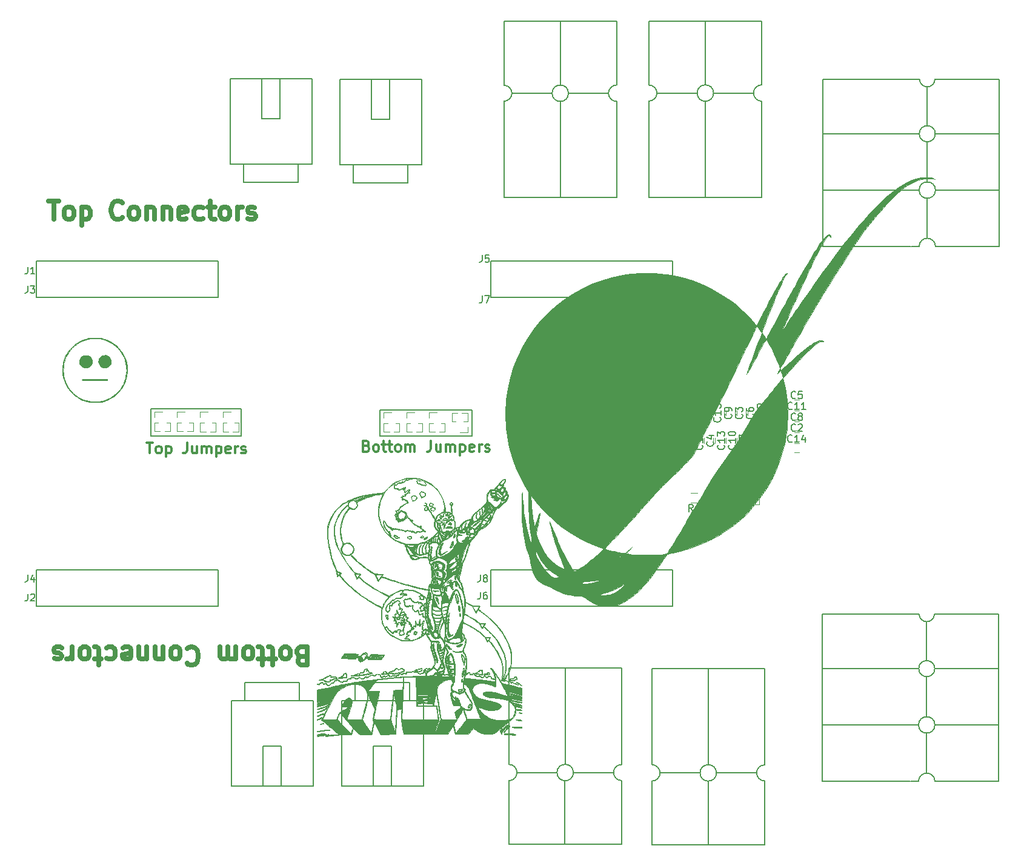
<source format=gbr>
G04 #@! TF.FileFunction,Legend,Top*
%FSLAX46Y46*%
G04 Gerber Fmt 4.6, Leading zero omitted, Abs format (unit mm)*
G04 Created by KiCad (PCBNEW 4.0.7) date 04/15/18 20:15:51*
%MOMM*%
%LPD*%
G01*
G04 APERTURE LIST*
%ADD10C,0.100000*%
%ADD11C,0.200000*%
%ADD12C,0.300000*%
%ADD13C,0.635000*%
%ADD14C,0.150000*%
%ADD15C,0.120000*%
%ADD16C,0.010000*%
G04 APERTURE END LIST*
D10*
D11*
X133731000Y-86614000D02*
X146304000Y-86614000D01*
X133731000Y-82804000D02*
X133731000Y-86614000D01*
X146304000Y-82804000D02*
X133731000Y-82804000D01*
X146304000Y-86614000D02*
X146304000Y-82804000D01*
X165735000Y-82931000D02*
X165735000Y-86614000D01*
X178562000Y-82931000D02*
X165735000Y-82931000D01*
X178562000Y-86614000D02*
X178562000Y-82931000D01*
X165735000Y-86614000D02*
X178562000Y-86614000D01*
D12*
X198511457Y-84624171D02*
X198797171Y-84624171D01*
X198940029Y-84695600D01*
X199082886Y-84838457D01*
X199154314Y-85124171D01*
X199154314Y-85624171D01*
X199082886Y-85909886D01*
X198940029Y-86052743D01*
X198797171Y-86124171D01*
X198511457Y-86124171D01*
X198368600Y-86052743D01*
X198225743Y-85909886D01*
X198154314Y-85624171D01*
X198154314Y-85124171D01*
X198225743Y-84838457D01*
X198368600Y-84695600D01*
X198511457Y-84624171D01*
X199797172Y-86124171D02*
X199797172Y-84624171D01*
X199940029Y-85552743D02*
X200368600Y-86124171D01*
X200368600Y-85124171D02*
X199797172Y-85695600D01*
X201011458Y-86124171D02*
X201011458Y-85124171D01*
X201011458Y-84624171D02*
X200940029Y-84695600D01*
X201011458Y-84767029D01*
X201082886Y-84695600D01*
X201011458Y-84624171D01*
X201011458Y-84767029D01*
D13*
X154734380Y-117402429D02*
X154371523Y-117281476D01*
X154250571Y-117160524D01*
X154129619Y-116918619D01*
X154129619Y-116555762D01*
X154250571Y-116313857D01*
X154371523Y-116192905D01*
X154613428Y-116071952D01*
X155581047Y-116071952D01*
X155581047Y-118611952D01*
X154734380Y-118611952D01*
X154492476Y-118491000D01*
X154371523Y-118370048D01*
X154250571Y-118128143D01*
X154250571Y-117886238D01*
X154371523Y-117644333D01*
X154492476Y-117523381D01*
X154734380Y-117402429D01*
X155581047Y-117402429D01*
X152678190Y-116071952D02*
X152920095Y-116192905D01*
X153041047Y-116313857D01*
X153161999Y-116555762D01*
X153161999Y-117281476D01*
X153041047Y-117523381D01*
X152920095Y-117644333D01*
X152678190Y-117765286D01*
X152315333Y-117765286D01*
X152073428Y-117644333D01*
X151952476Y-117523381D01*
X151831523Y-117281476D01*
X151831523Y-116555762D01*
X151952476Y-116313857D01*
X152073428Y-116192905D01*
X152315333Y-116071952D01*
X152678190Y-116071952D01*
X151105809Y-117765286D02*
X150138190Y-117765286D01*
X150742952Y-118611952D02*
X150742952Y-116434810D01*
X150622000Y-116192905D01*
X150380095Y-116071952D01*
X150138190Y-116071952D01*
X149654380Y-117765286D02*
X148686761Y-117765286D01*
X149291523Y-118611952D02*
X149291523Y-116434810D01*
X149170571Y-116192905D01*
X148928666Y-116071952D01*
X148686761Y-116071952D01*
X147477237Y-116071952D02*
X147719142Y-116192905D01*
X147840094Y-116313857D01*
X147961046Y-116555762D01*
X147961046Y-117281476D01*
X147840094Y-117523381D01*
X147719142Y-117644333D01*
X147477237Y-117765286D01*
X147114380Y-117765286D01*
X146872475Y-117644333D01*
X146751523Y-117523381D01*
X146630570Y-117281476D01*
X146630570Y-116555762D01*
X146751523Y-116313857D01*
X146872475Y-116192905D01*
X147114380Y-116071952D01*
X147477237Y-116071952D01*
X145541999Y-116071952D02*
X145541999Y-117765286D01*
X145541999Y-117523381D02*
X145421047Y-117644333D01*
X145179142Y-117765286D01*
X144816285Y-117765286D01*
X144574380Y-117644333D01*
X144453428Y-117402429D01*
X144453428Y-116071952D01*
X144453428Y-117402429D02*
X144332475Y-117644333D01*
X144090571Y-117765286D01*
X143727713Y-117765286D01*
X143485809Y-117644333D01*
X143364856Y-117402429D01*
X143364856Y-116071952D01*
X138768666Y-116313857D02*
X138889618Y-116192905D01*
X139252475Y-116071952D01*
X139494380Y-116071952D01*
X139857237Y-116192905D01*
X140099142Y-116434810D01*
X140220094Y-116676714D01*
X140341046Y-117160524D01*
X140341046Y-117523381D01*
X140220094Y-118007190D01*
X140099142Y-118249095D01*
X139857237Y-118491000D01*
X139494380Y-118611952D01*
X139252475Y-118611952D01*
X138889618Y-118491000D01*
X138768666Y-118370048D01*
X137317237Y-116071952D02*
X137559142Y-116192905D01*
X137680094Y-116313857D01*
X137801046Y-116555762D01*
X137801046Y-117281476D01*
X137680094Y-117523381D01*
X137559142Y-117644333D01*
X137317237Y-117765286D01*
X136954380Y-117765286D01*
X136712475Y-117644333D01*
X136591523Y-117523381D01*
X136470570Y-117281476D01*
X136470570Y-116555762D01*
X136591523Y-116313857D01*
X136712475Y-116192905D01*
X136954380Y-116071952D01*
X137317237Y-116071952D01*
X135381999Y-117765286D02*
X135381999Y-116071952D01*
X135381999Y-117523381D02*
X135261047Y-117644333D01*
X135019142Y-117765286D01*
X134656285Y-117765286D01*
X134414380Y-117644333D01*
X134293428Y-117402429D01*
X134293428Y-116071952D01*
X133083904Y-117765286D02*
X133083904Y-116071952D01*
X133083904Y-117523381D02*
X132962952Y-117644333D01*
X132721047Y-117765286D01*
X132358190Y-117765286D01*
X132116285Y-117644333D01*
X131995333Y-117402429D01*
X131995333Y-116071952D01*
X129818190Y-116192905D02*
X130060095Y-116071952D01*
X130543904Y-116071952D01*
X130785809Y-116192905D01*
X130906761Y-116434810D01*
X130906761Y-117402429D01*
X130785809Y-117644333D01*
X130543904Y-117765286D01*
X130060095Y-117765286D01*
X129818190Y-117644333D01*
X129697238Y-117402429D01*
X129697238Y-117160524D01*
X130906761Y-116918619D01*
X127520095Y-116192905D02*
X127761999Y-116071952D01*
X128245809Y-116071952D01*
X128487714Y-116192905D01*
X128608666Y-116313857D01*
X128729618Y-116555762D01*
X128729618Y-117281476D01*
X128608666Y-117523381D01*
X128487714Y-117644333D01*
X128245809Y-117765286D01*
X127761999Y-117765286D01*
X127520095Y-117644333D01*
X126794380Y-117765286D02*
X125826761Y-117765286D01*
X126431523Y-118611952D02*
X126431523Y-116434810D01*
X126310571Y-116192905D01*
X126068666Y-116071952D01*
X125826761Y-116071952D01*
X124617237Y-116071952D02*
X124859142Y-116192905D01*
X124980094Y-116313857D01*
X125101046Y-116555762D01*
X125101046Y-117281476D01*
X124980094Y-117523381D01*
X124859142Y-117644333D01*
X124617237Y-117765286D01*
X124254380Y-117765286D01*
X124012475Y-117644333D01*
X123891523Y-117523381D01*
X123770570Y-117281476D01*
X123770570Y-116555762D01*
X123891523Y-116313857D01*
X124012475Y-116192905D01*
X124254380Y-116071952D01*
X124617237Y-116071952D01*
X122681999Y-116071952D02*
X122681999Y-117765286D01*
X122681999Y-117281476D02*
X122561047Y-117523381D01*
X122440094Y-117644333D01*
X122198190Y-117765286D01*
X121956285Y-117765286D01*
X121230570Y-116192905D02*
X120988666Y-116071952D01*
X120504856Y-116071952D01*
X120262951Y-116192905D01*
X120141999Y-116434810D01*
X120141999Y-116555762D01*
X120262951Y-116797667D01*
X120504856Y-116918619D01*
X120867713Y-116918619D01*
X121109618Y-117039571D01*
X121230570Y-117281476D01*
X121230570Y-117402429D01*
X121109618Y-117644333D01*
X120867713Y-117765286D01*
X120504856Y-117765286D01*
X120262951Y-117644333D01*
X119410239Y-53727048D02*
X120861667Y-53727048D01*
X120135953Y-56267048D02*
X120135953Y-53727048D01*
X122071191Y-56267048D02*
X121829286Y-56146095D01*
X121708334Y-56025143D01*
X121587382Y-55783238D01*
X121587382Y-55057524D01*
X121708334Y-54815619D01*
X121829286Y-54694667D01*
X122071191Y-54573714D01*
X122434048Y-54573714D01*
X122675953Y-54694667D01*
X122796905Y-54815619D01*
X122917858Y-55057524D01*
X122917858Y-55783238D01*
X122796905Y-56025143D01*
X122675953Y-56146095D01*
X122434048Y-56267048D01*
X122071191Y-56267048D01*
X124006429Y-54573714D02*
X124006429Y-57113714D01*
X124006429Y-54694667D02*
X124248334Y-54573714D01*
X124732143Y-54573714D01*
X124974048Y-54694667D01*
X125095000Y-54815619D01*
X125215953Y-55057524D01*
X125215953Y-55783238D01*
X125095000Y-56025143D01*
X124974048Y-56146095D01*
X124732143Y-56267048D01*
X124248334Y-56267048D01*
X124006429Y-56146095D01*
X129691190Y-56025143D02*
X129570238Y-56146095D01*
X129207381Y-56267048D01*
X128965476Y-56267048D01*
X128602619Y-56146095D01*
X128360714Y-55904190D01*
X128239762Y-55662286D01*
X128118810Y-55178476D01*
X128118810Y-54815619D01*
X128239762Y-54331810D01*
X128360714Y-54089905D01*
X128602619Y-53848000D01*
X128965476Y-53727048D01*
X129207381Y-53727048D01*
X129570238Y-53848000D01*
X129691190Y-53968952D01*
X131142619Y-56267048D02*
X130900714Y-56146095D01*
X130779762Y-56025143D01*
X130658810Y-55783238D01*
X130658810Y-55057524D01*
X130779762Y-54815619D01*
X130900714Y-54694667D01*
X131142619Y-54573714D01*
X131505476Y-54573714D01*
X131747381Y-54694667D01*
X131868333Y-54815619D01*
X131989286Y-55057524D01*
X131989286Y-55783238D01*
X131868333Y-56025143D01*
X131747381Y-56146095D01*
X131505476Y-56267048D01*
X131142619Y-56267048D01*
X133077857Y-54573714D02*
X133077857Y-56267048D01*
X133077857Y-54815619D02*
X133198809Y-54694667D01*
X133440714Y-54573714D01*
X133803571Y-54573714D01*
X134045476Y-54694667D01*
X134166428Y-54936571D01*
X134166428Y-56267048D01*
X135375952Y-54573714D02*
X135375952Y-56267048D01*
X135375952Y-54815619D02*
X135496904Y-54694667D01*
X135738809Y-54573714D01*
X136101666Y-54573714D01*
X136343571Y-54694667D01*
X136464523Y-54936571D01*
X136464523Y-56267048D01*
X138641666Y-56146095D02*
X138399761Y-56267048D01*
X137915952Y-56267048D01*
X137674047Y-56146095D01*
X137553095Y-55904190D01*
X137553095Y-54936571D01*
X137674047Y-54694667D01*
X137915952Y-54573714D01*
X138399761Y-54573714D01*
X138641666Y-54694667D01*
X138762618Y-54936571D01*
X138762618Y-55178476D01*
X137553095Y-55420381D01*
X140939761Y-56146095D02*
X140697857Y-56267048D01*
X140214047Y-56267048D01*
X139972142Y-56146095D01*
X139851190Y-56025143D01*
X139730238Y-55783238D01*
X139730238Y-55057524D01*
X139851190Y-54815619D01*
X139972142Y-54694667D01*
X140214047Y-54573714D01*
X140697857Y-54573714D01*
X140939761Y-54694667D01*
X141665476Y-54573714D02*
X142633095Y-54573714D01*
X142028333Y-53727048D02*
X142028333Y-55904190D01*
X142149285Y-56146095D01*
X142391190Y-56267048D01*
X142633095Y-56267048D01*
X143842619Y-56267048D02*
X143600714Y-56146095D01*
X143479762Y-56025143D01*
X143358810Y-55783238D01*
X143358810Y-55057524D01*
X143479762Y-54815619D01*
X143600714Y-54694667D01*
X143842619Y-54573714D01*
X144205476Y-54573714D01*
X144447381Y-54694667D01*
X144568333Y-54815619D01*
X144689286Y-55057524D01*
X144689286Y-55783238D01*
X144568333Y-56025143D01*
X144447381Y-56146095D01*
X144205476Y-56267048D01*
X143842619Y-56267048D01*
X145777857Y-56267048D02*
X145777857Y-54573714D01*
X145777857Y-55057524D02*
X145898809Y-54815619D01*
X146019762Y-54694667D01*
X146261666Y-54573714D01*
X146503571Y-54573714D01*
X147229286Y-56146095D02*
X147471190Y-56267048D01*
X147955000Y-56267048D01*
X148196905Y-56146095D01*
X148317857Y-55904190D01*
X148317857Y-55783238D01*
X148196905Y-55541333D01*
X147955000Y-55420381D01*
X147592143Y-55420381D01*
X147350238Y-55299429D01*
X147229286Y-55057524D01*
X147229286Y-54936571D01*
X147350238Y-54694667D01*
X147592143Y-54573714D01*
X147955000Y-54573714D01*
X148196905Y-54694667D01*
D12*
X133131800Y-87494371D02*
X133988943Y-87494371D01*
X133560372Y-88994371D02*
X133560372Y-87494371D01*
X134703229Y-88994371D02*
X134560371Y-88922943D01*
X134488943Y-88851514D01*
X134417514Y-88708657D01*
X134417514Y-88280086D01*
X134488943Y-88137229D01*
X134560371Y-88065800D01*
X134703229Y-87994371D01*
X134917514Y-87994371D01*
X135060371Y-88065800D01*
X135131800Y-88137229D01*
X135203229Y-88280086D01*
X135203229Y-88708657D01*
X135131800Y-88851514D01*
X135060371Y-88922943D01*
X134917514Y-88994371D01*
X134703229Y-88994371D01*
X135846086Y-87994371D02*
X135846086Y-89494371D01*
X135846086Y-88065800D02*
X135988943Y-87994371D01*
X136274657Y-87994371D01*
X136417514Y-88065800D01*
X136488943Y-88137229D01*
X136560372Y-88280086D01*
X136560372Y-88708657D01*
X136488943Y-88851514D01*
X136417514Y-88922943D01*
X136274657Y-88994371D01*
X135988943Y-88994371D01*
X135846086Y-88922943D01*
X138774657Y-87494371D02*
X138774657Y-88565800D01*
X138703229Y-88780086D01*
X138560372Y-88922943D01*
X138346086Y-88994371D01*
X138203229Y-88994371D01*
X140131800Y-87994371D02*
X140131800Y-88994371D01*
X139488943Y-87994371D02*
X139488943Y-88780086D01*
X139560371Y-88922943D01*
X139703229Y-88994371D01*
X139917514Y-88994371D01*
X140060371Y-88922943D01*
X140131800Y-88851514D01*
X140846086Y-88994371D02*
X140846086Y-87994371D01*
X140846086Y-88137229D02*
X140917514Y-88065800D01*
X141060372Y-87994371D01*
X141274657Y-87994371D01*
X141417514Y-88065800D01*
X141488943Y-88208657D01*
X141488943Y-88994371D01*
X141488943Y-88208657D02*
X141560372Y-88065800D01*
X141703229Y-87994371D01*
X141917514Y-87994371D01*
X142060372Y-88065800D01*
X142131800Y-88208657D01*
X142131800Y-88994371D01*
X142846086Y-87994371D02*
X142846086Y-89494371D01*
X142846086Y-88065800D02*
X142988943Y-87994371D01*
X143274657Y-87994371D01*
X143417514Y-88065800D01*
X143488943Y-88137229D01*
X143560372Y-88280086D01*
X143560372Y-88708657D01*
X143488943Y-88851514D01*
X143417514Y-88922943D01*
X143274657Y-88994371D01*
X142988943Y-88994371D01*
X142846086Y-88922943D01*
X144774657Y-88922943D02*
X144631800Y-88994371D01*
X144346086Y-88994371D01*
X144203229Y-88922943D01*
X144131800Y-88780086D01*
X144131800Y-88208657D01*
X144203229Y-88065800D01*
X144346086Y-87994371D01*
X144631800Y-87994371D01*
X144774657Y-88065800D01*
X144846086Y-88208657D01*
X144846086Y-88351514D01*
X144131800Y-88494371D01*
X145488943Y-88994371D02*
X145488943Y-87994371D01*
X145488943Y-88280086D02*
X145560371Y-88137229D01*
X145631800Y-88065800D01*
X145774657Y-87994371D01*
X145917514Y-87994371D01*
X146346085Y-88922943D02*
X146488942Y-88994371D01*
X146774657Y-88994371D01*
X146917514Y-88922943D01*
X146988942Y-88780086D01*
X146988942Y-88708657D01*
X146917514Y-88565800D01*
X146774657Y-88494371D01*
X146560371Y-88494371D01*
X146417514Y-88422943D01*
X146346085Y-88280086D01*
X146346085Y-88208657D01*
X146417514Y-88065800D01*
X146560371Y-87994371D01*
X146774657Y-87994371D01*
X146917514Y-88065800D01*
X163839772Y-87980057D02*
X164054058Y-88051486D01*
X164125486Y-88122914D01*
X164196915Y-88265771D01*
X164196915Y-88480057D01*
X164125486Y-88622914D01*
X164054058Y-88694343D01*
X163911200Y-88765771D01*
X163339772Y-88765771D01*
X163339772Y-87265771D01*
X163839772Y-87265771D01*
X163982629Y-87337200D01*
X164054058Y-87408629D01*
X164125486Y-87551486D01*
X164125486Y-87694343D01*
X164054058Y-87837200D01*
X163982629Y-87908629D01*
X163839772Y-87980057D01*
X163339772Y-87980057D01*
X165054058Y-88765771D02*
X164911200Y-88694343D01*
X164839772Y-88622914D01*
X164768343Y-88480057D01*
X164768343Y-88051486D01*
X164839772Y-87908629D01*
X164911200Y-87837200D01*
X165054058Y-87765771D01*
X165268343Y-87765771D01*
X165411200Y-87837200D01*
X165482629Y-87908629D01*
X165554058Y-88051486D01*
X165554058Y-88480057D01*
X165482629Y-88622914D01*
X165411200Y-88694343D01*
X165268343Y-88765771D01*
X165054058Y-88765771D01*
X165982629Y-87765771D02*
X166554058Y-87765771D01*
X166196915Y-87265771D02*
X166196915Y-88551486D01*
X166268343Y-88694343D01*
X166411201Y-88765771D01*
X166554058Y-88765771D01*
X166839772Y-87765771D02*
X167411201Y-87765771D01*
X167054058Y-87265771D02*
X167054058Y-88551486D01*
X167125486Y-88694343D01*
X167268344Y-88765771D01*
X167411201Y-88765771D01*
X168125487Y-88765771D02*
X167982629Y-88694343D01*
X167911201Y-88622914D01*
X167839772Y-88480057D01*
X167839772Y-88051486D01*
X167911201Y-87908629D01*
X167982629Y-87837200D01*
X168125487Y-87765771D01*
X168339772Y-87765771D01*
X168482629Y-87837200D01*
X168554058Y-87908629D01*
X168625487Y-88051486D01*
X168625487Y-88480057D01*
X168554058Y-88622914D01*
X168482629Y-88694343D01*
X168339772Y-88765771D01*
X168125487Y-88765771D01*
X169268344Y-88765771D02*
X169268344Y-87765771D01*
X169268344Y-87908629D02*
X169339772Y-87837200D01*
X169482630Y-87765771D01*
X169696915Y-87765771D01*
X169839772Y-87837200D01*
X169911201Y-87980057D01*
X169911201Y-88765771D01*
X169911201Y-87980057D02*
X169982630Y-87837200D01*
X170125487Y-87765771D01*
X170339772Y-87765771D01*
X170482630Y-87837200D01*
X170554058Y-87980057D01*
X170554058Y-88765771D01*
X172839772Y-87265771D02*
X172839772Y-88337200D01*
X172768344Y-88551486D01*
X172625487Y-88694343D01*
X172411201Y-88765771D01*
X172268344Y-88765771D01*
X174196915Y-87765771D02*
X174196915Y-88765771D01*
X173554058Y-87765771D02*
X173554058Y-88551486D01*
X173625486Y-88694343D01*
X173768344Y-88765771D01*
X173982629Y-88765771D01*
X174125486Y-88694343D01*
X174196915Y-88622914D01*
X174911201Y-88765771D02*
X174911201Y-87765771D01*
X174911201Y-87908629D02*
X174982629Y-87837200D01*
X175125487Y-87765771D01*
X175339772Y-87765771D01*
X175482629Y-87837200D01*
X175554058Y-87980057D01*
X175554058Y-88765771D01*
X175554058Y-87980057D02*
X175625487Y-87837200D01*
X175768344Y-87765771D01*
X175982629Y-87765771D01*
X176125487Y-87837200D01*
X176196915Y-87980057D01*
X176196915Y-88765771D01*
X176911201Y-87765771D02*
X176911201Y-89265771D01*
X176911201Y-87837200D02*
X177054058Y-87765771D01*
X177339772Y-87765771D01*
X177482629Y-87837200D01*
X177554058Y-87908629D01*
X177625487Y-88051486D01*
X177625487Y-88480057D01*
X177554058Y-88622914D01*
X177482629Y-88694343D01*
X177339772Y-88765771D01*
X177054058Y-88765771D01*
X176911201Y-88694343D01*
X178839772Y-88694343D02*
X178696915Y-88765771D01*
X178411201Y-88765771D01*
X178268344Y-88694343D01*
X178196915Y-88551486D01*
X178196915Y-87980057D01*
X178268344Y-87837200D01*
X178411201Y-87765771D01*
X178696915Y-87765771D01*
X178839772Y-87837200D01*
X178911201Y-87980057D01*
X178911201Y-88122914D01*
X178196915Y-88265771D01*
X179554058Y-88765771D02*
X179554058Y-87765771D01*
X179554058Y-88051486D02*
X179625486Y-87908629D01*
X179696915Y-87837200D01*
X179839772Y-87765771D01*
X179982629Y-87765771D01*
X180411200Y-88694343D02*
X180554057Y-88765771D01*
X180839772Y-88765771D01*
X180982629Y-88694343D01*
X181054057Y-88551486D01*
X181054057Y-88480057D01*
X180982629Y-88337200D01*
X180839772Y-88265771D01*
X180625486Y-88265771D01*
X180482629Y-88194343D01*
X180411200Y-88051486D01*
X180411200Y-87980057D01*
X180482629Y-87837200D01*
X180625486Y-87765771D01*
X180839772Y-87765771D01*
X180982629Y-87837200D01*
D14*
X242189000Y-43155600D02*
X242189000Y-37770800D01*
X241122200Y-36704000D02*
G75*
G03X242189000Y-37770800I1066800J0D01*
G01*
X242189000Y-37770800D02*
G75*
G03X243255800Y-36704000I0J1066800D01*
G01*
X241071400Y-36704000D02*
X239852200Y-36704000D01*
X243306600Y-36704000D02*
X244475000Y-36704000D01*
X243306600Y-44324000D02*
G75*
G03X243306600Y-44324000I-1117600J0D01*
G01*
X244475000Y-36704000D02*
X252222000Y-36704000D01*
X239903000Y-36704000D02*
X227609400Y-36704000D01*
X243332000Y-60072000D02*
X244551200Y-60072000D01*
X242189000Y-58929000D02*
G75*
G03X241046000Y-60072000I0J-1143000D01*
G01*
X243332000Y-60072000D02*
G75*
G03X242189000Y-58929000I-1143000J0D01*
G01*
X239877600Y-44324000D02*
X241071400Y-44324000D01*
X242189000Y-46635400D02*
X242189000Y-45467000D01*
X244500400Y-44324000D02*
X243332000Y-44324000D01*
X239928400Y-60072000D02*
X241020600Y-60072000D01*
X242189000Y-58929000D02*
X242189000Y-57760600D01*
X242189000Y-49912000D02*
X242189000Y-51055000D01*
X252222000Y-52223400D02*
X243332000Y-52223400D01*
X242189000Y-54484000D02*
X242189000Y-53341000D01*
X239903000Y-52198000D02*
X241046000Y-52198000D01*
X242189000Y-49912000D02*
X242189000Y-46610000D01*
X239903000Y-52198000D02*
X227584000Y-52198000D01*
X242189000Y-54484000D02*
X242189000Y-57760600D01*
X243332000Y-52198000D02*
G75*
G03X243332000Y-52198000I-1143000J0D01*
G01*
X239903000Y-44324000D02*
X227584000Y-44324000D01*
X244475000Y-44324000D02*
X252222000Y-44324000D01*
X252222000Y-60072000D02*
X244475000Y-60072000D01*
X239903000Y-60072000D02*
X227584000Y-60072000D01*
X252226000Y-36702000D02*
X252226000Y-60074000D01*
X227588000Y-36702000D02*
X227588000Y-60074000D01*
X203301600Y-39751000D02*
G75*
G03X204419200Y-38633400I0J1117600D01*
G01*
X204419200Y-38633400D02*
G75*
G03X203301600Y-37515800I-1117600J0D01*
G01*
X219049600Y-28575000D02*
X203301600Y-28575000D01*
X219049600Y-53213000D02*
X203301600Y-53213000D01*
X219049600Y-37490400D02*
X219049600Y-36271200D01*
X217906600Y-38633400D02*
G75*
G03X219049600Y-39776400I1143000J0D01*
G01*
X219049600Y-37490400D02*
G75*
G03X217906600Y-38633400I0J-1143000D01*
G01*
X203301600Y-40944800D02*
X203301600Y-39751000D01*
X205613000Y-38633400D02*
X204444600Y-38633400D01*
X203301600Y-36322000D02*
X203301600Y-37490400D01*
X219049600Y-40894000D02*
X219049600Y-39801800D01*
X217906600Y-38633400D02*
X216738200Y-38633400D01*
X208889600Y-38633400D02*
X210032600Y-38633400D01*
X211201000Y-28600400D02*
X211201000Y-37490400D01*
X213461600Y-38633400D02*
X212318600Y-38633400D01*
X211175600Y-40919400D02*
X211175600Y-39776400D01*
X208889600Y-38633400D02*
X205587600Y-38633400D01*
X211175600Y-40919400D02*
X211175600Y-53213000D01*
X213461600Y-38633400D02*
X216738200Y-38633400D01*
X212318600Y-38633400D02*
G75*
G03X212318600Y-38633400I-1143000J0D01*
G01*
X203301600Y-40919400D02*
X203301600Y-53213000D01*
X203301600Y-36347400D02*
X203301600Y-28600400D01*
X219049600Y-28600400D02*
X219049600Y-36347400D01*
X219049600Y-40919400D02*
X219049600Y-53213000D01*
D15*
X223586600Y-86115600D02*
X224286600Y-86115600D01*
X224286600Y-87315600D02*
X223586600Y-87315600D01*
X215280800Y-83002600D02*
X215280800Y-83702600D01*
X214080800Y-83702600D02*
X214080800Y-83002600D01*
X212556800Y-87563400D02*
X212556800Y-86863400D01*
X213756800Y-86863400D02*
X213756800Y-87563400D01*
X223586600Y-81543600D02*
X224286600Y-81543600D01*
X224286600Y-82743600D02*
X223586600Y-82743600D01*
X216804800Y-83002600D02*
X216804800Y-83702600D01*
X215604800Y-83702600D02*
X215604800Y-83002600D01*
X217128800Y-87563400D02*
X217128800Y-86863400D01*
X218328800Y-86863400D02*
X218328800Y-87563400D01*
X223586600Y-84591600D02*
X224286600Y-84591600D01*
X224286600Y-85791600D02*
X223586600Y-85791600D01*
X213756800Y-83002600D02*
X213756800Y-83702600D01*
X212556800Y-83702600D02*
X212556800Y-83002600D01*
X215604800Y-87563400D02*
X215604800Y-86863400D01*
X216804800Y-86863400D02*
X216804800Y-87563400D01*
X223586600Y-83067600D02*
X224286600Y-83067600D01*
X224286600Y-84267600D02*
X223586600Y-84267600D01*
X218328800Y-83002600D02*
X218328800Y-83702600D01*
X217128800Y-83702600D02*
X217128800Y-83002600D01*
X214080800Y-87563400D02*
X214080800Y-86863400D01*
X215280800Y-86863400D02*
X215280800Y-87563400D01*
X223586600Y-87639600D02*
X224286600Y-87639600D01*
X224286600Y-88839600D02*
X223586600Y-88839600D01*
X212232800Y-83002600D02*
X212232800Y-83702600D01*
X211032800Y-83702600D02*
X211032800Y-83002600D01*
X211032800Y-87563400D02*
X211032800Y-86863400D01*
X212232800Y-86863400D02*
X212232800Y-87563400D01*
D14*
X199466200Y-132511800D02*
G75*
G03X198348600Y-133629400I0J-1117600D01*
G01*
X198348600Y-133629400D02*
G75*
G03X199466200Y-134747000I1117600J0D01*
G01*
X183718200Y-143687800D02*
X199466200Y-143687800D01*
X183718200Y-119049800D02*
X199466200Y-119049800D01*
X183718200Y-134772400D02*
X183718200Y-135991600D01*
X184861200Y-133629400D02*
G75*
G03X183718200Y-132486400I-1143000J0D01*
G01*
X183718200Y-134772400D02*
G75*
G03X184861200Y-133629400I0J1143000D01*
G01*
X199466200Y-131318000D02*
X199466200Y-132511800D01*
X197154800Y-133629400D02*
X198323200Y-133629400D01*
X199466200Y-135940800D02*
X199466200Y-134772400D01*
X183718200Y-131368800D02*
X183718200Y-132461000D01*
X184861200Y-133629400D02*
X186029600Y-133629400D01*
X193878200Y-133629400D02*
X192735200Y-133629400D01*
X191566800Y-143662400D02*
X191566800Y-134772400D01*
X189306200Y-133629400D02*
X190449200Y-133629400D01*
X191592200Y-131343400D02*
X191592200Y-132486400D01*
X193878200Y-133629400D02*
X197180200Y-133629400D01*
X191592200Y-131343400D02*
X191592200Y-119049800D01*
X189306200Y-133629400D02*
X186029600Y-133629400D01*
X192735200Y-133629400D02*
G75*
G03X192735200Y-133629400I-1143000J0D01*
G01*
X199466200Y-131343400D02*
X199466200Y-119049800D01*
X199466200Y-135915400D02*
X199466200Y-143662400D01*
X183718200Y-143662400D02*
X183718200Y-135915400D01*
X183718200Y-131343400D02*
X183718200Y-119049800D01*
X183033400Y-39776400D02*
G75*
G03X184151000Y-38658800I0J1117600D01*
G01*
X184151000Y-38658800D02*
G75*
G03X183033400Y-37541200I-1117600J0D01*
G01*
X198781400Y-28600400D02*
X183033400Y-28600400D01*
X198781400Y-53238400D02*
X183033400Y-53238400D01*
X198781400Y-37515800D02*
X198781400Y-36296600D01*
X197638400Y-38658800D02*
G75*
G03X198781400Y-39801800I1143000J0D01*
G01*
X198781400Y-37515800D02*
G75*
G03X197638400Y-38658800I0J-1143000D01*
G01*
X183033400Y-40970200D02*
X183033400Y-39776400D01*
X185344800Y-38658800D02*
X184176400Y-38658800D01*
X183033400Y-36347400D02*
X183033400Y-37515800D01*
X198781400Y-40919400D02*
X198781400Y-39827200D01*
X197638400Y-38658800D02*
X196470000Y-38658800D01*
X188621400Y-38658800D02*
X189764400Y-38658800D01*
X190932800Y-28625800D02*
X190932800Y-37515800D01*
X193193400Y-38658800D02*
X192050400Y-38658800D01*
X190907400Y-40944800D02*
X190907400Y-39801800D01*
X188621400Y-38658800D02*
X185319400Y-38658800D01*
X190907400Y-40944800D02*
X190907400Y-53238400D01*
X193193400Y-38658800D02*
X196470000Y-38658800D01*
X192050400Y-38658800D02*
G75*
G03X192050400Y-38658800I-1143000J0D01*
G01*
X183033400Y-40944800D02*
X183033400Y-53238400D01*
X183033400Y-36372800D02*
X183033400Y-28625800D01*
X198781400Y-28625800D02*
X198781400Y-36372800D01*
X198781400Y-40944800D02*
X198781400Y-53238400D01*
X219456000Y-132562600D02*
G75*
G03X218338400Y-133680200I0J-1117600D01*
G01*
X218338400Y-133680200D02*
G75*
G03X219456000Y-134797800I1117600J0D01*
G01*
X203708000Y-143738600D02*
X219456000Y-143738600D01*
X203708000Y-119100600D02*
X219456000Y-119100600D01*
X203708000Y-134823200D02*
X203708000Y-136042400D01*
X204851000Y-133680200D02*
G75*
G03X203708000Y-132537200I-1143000J0D01*
G01*
X203708000Y-134823200D02*
G75*
G03X204851000Y-133680200I0J1143000D01*
G01*
X219456000Y-131368800D02*
X219456000Y-132562600D01*
X217144600Y-133680200D02*
X218313000Y-133680200D01*
X219456000Y-135991600D02*
X219456000Y-134823200D01*
X203708000Y-131419600D02*
X203708000Y-132511800D01*
X204851000Y-133680200D02*
X206019400Y-133680200D01*
X213868000Y-133680200D02*
X212725000Y-133680200D01*
X211556600Y-143713200D02*
X211556600Y-134823200D01*
X209296000Y-133680200D02*
X210439000Y-133680200D01*
X211582000Y-131394200D02*
X211582000Y-132537200D01*
X213868000Y-133680200D02*
X217170000Y-133680200D01*
X211582000Y-131394200D02*
X211582000Y-119100600D01*
X209296000Y-133680200D02*
X206019400Y-133680200D01*
X212725000Y-133680200D02*
G75*
G03X212725000Y-133680200I-1143000J0D01*
G01*
X219456000Y-131394200D02*
X219456000Y-119100600D01*
X219456000Y-135966200D02*
X219456000Y-143713200D01*
X203708000Y-143713200D02*
X203708000Y-135966200D01*
X203708000Y-131394200D02*
X203708000Y-119100600D01*
D15*
X218714000Y-96149200D02*
X218714000Y-94249200D01*
X218714000Y-94249200D02*
X214014000Y-94249200D01*
X218714000Y-96149200D02*
X214014000Y-96149200D01*
X143746200Y-85962800D02*
X144548670Y-85962800D01*
X145163730Y-85962800D02*
X145966200Y-85962800D01*
X143746200Y-84757800D02*
X143746200Y-85962800D01*
X145966200Y-84757800D02*
X145966200Y-85962800D01*
X143746200Y-84757800D02*
X144292729Y-84757800D01*
X145419671Y-84757800D02*
X145966200Y-84757800D01*
X143746200Y-83997800D02*
X143746200Y-83237800D01*
X143746200Y-83237800D02*
X144856200Y-83237800D01*
X140571200Y-85962800D02*
X141373670Y-85962800D01*
X141988730Y-85962800D02*
X142791200Y-85962800D01*
X140571200Y-84757800D02*
X140571200Y-85962800D01*
X142791200Y-84757800D02*
X142791200Y-85962800D01*
X140571200Y-84757800D02*
X141117729Y-84757800D01*
X142244671Y-84757800D02*
X142791200Y-84757800D01*
X140571200Y-83997800D02*
X140571200Y-83237800D01*
X140571200Y-83237800D02*
X141681200Y-83237800D01*
X177970200Y-83379000D02*
X177167730Y-83379000D01*
X176552670Y-83379000D02*
X175750200Y-83379000D01*
X177970200Y-84584000D02*
X177970200Y-83379000D01*
X175750200Y-84584000D02*
X175750200Y-83379000D01*
X177970200Y-84584000D02*
X177423671Y-84584000D01*
X176296729Y-84584000D02*
X175750200Y-84584000D01*
X177970200Y-85344000D02*
X177970200Y-86104000D01*
X177970200Y-86104000D02*
X176860200Y-86104000D01*
X172575200Y-85988200D02*
X173377670Y-85988200D01*
X173992730Y-85988200D02*
X174795200Y-85988200D01*
X172575200Y-84783200D02*
X172575200Y-85988200D01*
X174795200Y-84783200D02*
X174795200Y-85988200D01*
X172575200Y-84783200D02*
X173121729Y-84783200D01*
X174248671Y-84783200D02*
X174795200Y-84783200D01*
X172575200Y-84023200D02*
X172575200Y-83263200D01*
X172575200Y-83263200D02*
X173685200Y-83263200D01*
X137370800Y-85937400D02*
X138173270Y-85937400D01*
X138788330Y-85937400D02*
X139590800Y-85937400D01*
X137370800Y-84732400D02*
X137370800Y-85937400D01*
X139590800Y-84732400D02*
X139590800Y-85937400D01*
X137370800Y-84732400D02*
X137917329Y-84732400D01*
X139044271Y-84732400D02*
X139590800Y-84732400D01*
X137370800Y-83972400D02*
X137370800Y-83212400D01*
X137370800Y-83212400D02*
X138480800Y-83212400D01*
X134195800Y-85937400D02*
X134998270Y-85937400D01*
X135613330Y-85937400D02*
X136415800Y-85937400D01*
X134195800Y-84732400D02*
X134195800Y-85937400D01*
X136415800Y-84732400D02*
X136415800Y-85937400D01*
X134195800Y-84732400D02*
X134742329Y-84732400D01*
X135869271Y-84732400D02*
X136415800Y-84732400D01*
X134195800Y-83972400D02*
X134195800Y-83212400D01*
X134195800Y-83212400D02*
X135305800Y-83212400D01*
X169400200Y-85988200D02*
X170202670Y-85988200D01*
X170817730Y-85988200D02*
X171620200Y-85988200D01*
X169400200Y-84783200D02*
X169400200Y-85988200D01*
X171620200Y-84783200D02*
X171620200Y-85988200D01*
X169400200Y-84783200D02*
X169946729Y-84783200D01*
X171073671Y-84783200D02*
X171620200Y-84783200D01*
X169400200Y-84023200D02*
X169400200Y-83263200D01*
X169400200Y-83263200D02*
X170510200Y-83263200D01*
X166225200Y-85988200D02*
X167027670Y-85988200D01*
X167642730Y-85988200D02*
X168445200Y-85988200D01*
X166225200Y-84783200D02*
X166225200Y-85988200D01*
X168445200Y-84783200D02*
X168445200Y-85988200D01*
X166225200Y-84783200D02*
X166771729Y-84783200D01*
X167898671Y-84783200D02*
X168445200Y-84783200D01*
X166225200Y-84023200D02*
X166225200Y-83263200D01*
X166225200Y-83263200D02*
X167335200Y-83263200D01*
X209108600Y-94544600D02*
X210108600Y-94544600D01*
X210108600Y-95904600D02*
X209108600Y-95904600D01*
D14*
X149377400Y-129895600D02*
X151917400Y-129895600D01*
X144932400Y-135483600D02*
X156362400Y-135483600D01*
X144932400Y-123545600D02*
X154457400Y-123545600D01*
X146837400Y-121005600D02*
X154457400Y-121005600D01*
X149377400Y-135483600D02*
X149377400Y-129895600D01*
X144932400Y-123545600D02*
X144932400Y-135483600D01*
X151917400Y-135483600D02*
X151917400Y-134975600D01*
X156362400Y-123545600D02*
X156362400Y-135483600D01*
X154457400Y-123545600D02*
X156362400Y-123545600D01*
X151917400Y-131165600D02*
X151917400Y-129895600D01*
X151917400Y-131165600D02*
X151917400Y-134975600D01*
X146837400Y-123545600D02*
X146837400Y-121005600D01*
X154457400Y-121005600D02*
X154457400Y-123545600D01*
X167081200Y-42291000D02*
X164541200Y-42291000D01*
X171526200Y-36703000D02*
X160096200Y-36703000D01*
X171526200Y-48641000D02*
X162001200Y-48641000D01*
X169621200Y-51181000D02*
X162001200Y-51181000D01*
X167081200Y-36703000D02*
X167081200Y-42291000D01*
X171526200Y-48641000D02*
X171526200Y-36703000D01*
X164541200Y-36703000D02*
X164541200Y-37211000D01*
X160096200Y-48641000D02*
X160096200Y-36703000D01*
X162001200Y-48641000D02*
X160096200Y-48641000D01*
X164541200Y-41021000D02*
X164541200Y-42291000D01*
X164541200Y-41021000D02*
X164541200Y-37211000D01*
X169621200Y-48641000D02*
X169621200Y-51181000D01*
X162001200Y-51181000D02*
X162001200Y-48641000D01*
X151765000Y-42240200D02*
X149225000Y-42240200D01*
X156210000Y-36652200D02*
X144780000Y-36652200D01*
X156210000Y-48590200D02*
X146685000Y-48590200D01*
X154305000Y-51130200D02*
X146685000Y-51130200D01*
X151765000Y-36652200D02*
X151765000Y-42240200D01*
X156210000Y-48590200D02*
X156210000Y-36652200D01*
X149225000Y-36652200D02*
X149225000Y-37160200D01*
X144780000Y-48590200D02*
X144780000Y-36652200D01*
X146685000Y-48590200D02*
X144780000Y-48590200D01*
X149225000Y-40970200D02*
X149225000Y-42240200D01*
X149225000Y-40970200D02*
X149225000Y-37160200D01*
X154305000Y-48590200D02*
X154305000Y-51130200D01*
X146685000Y-51130200D02*
X146685000Y-48590200D01*
X164795200Y-129895600D02*
X167335200Y-129895600D01*
X160350200Y-135483600D02*
X171780200Y-135483600D01*
X160350200Y-123545600D02*
X169875200Y-123545600D01*
X162255200Y-121005600D02*
X169875200Y-121005600D01*
X164795200Y-135483600D02*
X164795200Y-129895600D01*
X160350200Y-123545600D02*
X160350200Y-135483600D01*
X167335200Y-135483600D02*
X167335200Y-134975600D01*
X171780200Y-123545600D02*
X171780200Y-135483600D01*
X169875200Y-123545600D02*
X171780200Y-123545600D01*
X167335200Y-131165600D02*
X167335200Y-129895600D01*
X167335200Y-131165600D02*
X167335200Y-134975600D01*
X162255200Y-123545600D02*
X162255200Y-121005600D01*
X169875200Y-121005600D02*
X169875200Y-123545600D01*
X204571600Y-87706200D02*
X202031600Y-90246200D01*
X202031600Y-90246200D02*
X196951600Y-90246200D01*
X196951600Y-90246200D02*
X194411600Y-87706200D01*
X194411600Y-87706200D02*
X194411600Y-82626200D01*
X194411600Y-82626200D02*
X196951600Y-80086200D01*
X196951600Y-80086200D02*
X202031600Y-80086200D01*
X202031600Y-80086200D02*
X204571600Y-82626200D01*
X204571600Y-82626200D02*
X204571600Y-87706200D01*
X191871600Y-80086200D02*
X191871600Y-90246200D01*
X208381600Y-80086200D02*
X208381600Y-90246200D01*
X208381600Y-90246200D02*
X191871600Y-90246200D01*
X191871600Y-80086200D02*
X208381600Y-80086200D01*
X181203600Y-62077600D02*
X181203600Y-67157600D01*
X181203600Y-67157600D02*
X206603600Y-67157600D01*
X206603600Y-67157600D02*
X206603600Y-62077600D01*
X206603600Y-62077600D02*
X181203600Y-62077600D01*
X181203600Y-105257600D02*
X181203600Y-110337600D01*
X181203600Y-110337600D02*
X206603600Y-110337600D01*
X206603600Y-110337600D02*
X206603600Y-105257600D01*
X206603600Y-105257600D02*
X181203600Y-105257600D01*
X117703600Y-67157600D02*
X143103600Y-67157600D01*
X143103600Y-105257600D02*
X117703600Y-105257600D01*
X117703600Y-62077600D02*
X117703600Y-67157600D01*
X143103600Y-67157600D02*
X143103600Y-62077600D01*
X143103600Y-62077600D02*
X117703600Y-62077600D01*
X117703600Y-105257600D02*
X117703600Y-110337600D01*
X117703600Y-110337600D02*
X143103600Y-110337600D01*
X143103600Y-110337600D02*
X143103600Y-105257600D01*
X242112800Y-117932200D02*
X242112800Y-112547400D01*
X241046000Y-111480600D02*
G75*
G03X242112800Y-112547400I1066800J0D01*
G01*
X242112800Y-112547400D02*
G75*
G03X243179600Y-111480600I0J1066800D01*
G01*
X240995200Y-111480600D02*
X239776000Y-111480600D01*
X243230400Y-111480600D02*
X244398800Y-111480600D01*
X243230400Y-119100600D02*
G75*
G03X243230400Y-119100600I-1117600J0D01*
G01*
X244398800Y-111480600D02*
X252145800Y-111480600D01*
X239826800Y-111480600D02*
X227533200Y-111480600D01*
X243255800Y-134848600D02*
X244475000Y-134848600D01*
X242112800Y-133705600D02*
G75*
G03X240969800Y-134848600I0J-1143000D01*
G01*
X243255800Y-134848600D02*
G75*
G03X242112800Y-133705600I-1143000J0D01*
G01*
X239801400Y-119100600D02*
X240995200Y-119100600D01*
X242112800Y-121412000D02*
X242112800Y-120243600D01*
X244424200Y-119100600D02*
X243255800Y-119100600D01*
X239852200Y-134848600D02*
X240944400Y-134848600D01*
X242112800Y-133705600D02*
X242112800Y-132537200D01*
X242112800Y-124688600D02*
X242112800Y-125831600D01*
X252145800Y-127000000D02*
X243255800Y-127000000D01*
X242112800Y-129260600D02*
X242112800Y-128117600D01*
X239826800Y-126974600D02*
X240969800Y-126974600D01*
X242112800Y-124688600D02*
X242112800Y-121386600D01*
X239826800Y-126974600D02*
X227507800Y-126974600D01*
X242112800Y-129260600D02*
X242112800Y-132537200D01*
X243255800Y-126974600D02*
G75*
G03X243255800Y-126974600I-1143000J0D01*
G01*
X239826800Y-119100600D02*
X227507800Y-119100600D01*
X244398800Y-119100600D02*
X252145800Y-119100600D01*
X252145800Y-134848600D02*
X244398800Y-134848600D01*
X239826800Y-134848600D02*
X227507800Y-134848600D01*
X252149800Y-111478600D02*
X252149800Y-134850600D01*
X227511800Y-111478600D02*
X227511800Y-134850600D01*
D16*
G36*
X222589539Y-63793631D02*
X222558094Y-63866006D01*
X222455833Y-64019965D01*
X222397163Y-64103036D01*
X222287410Y-64265042D01*
X222179876Y-64442863D01*
X222067813Y-64650721D01*
X221944472Y-64902836D01*
X221803107Y-65213427D01*
X221636969Y-65596715D01*
X221439310Y-66066919D01*
X221263339Y-66492412D01*
X221113681Y-66859807D01*
X220929101Y-67318998D01*
X220717602Y-67849619D01*
X220487187Y-68431304D01*
X220245859Y-69043687D01*
X220001618Y-69666402D01*
X219762469Y-70279083D01*
X219536412Y-70861365D01*
X219331452Y-71392881D01*
X219155589Y-71853265D01*
X219120597Y-71945632D01*
X219055779Y-72117049D01*
X218718970Y-71655851D01*
X218570054Y-71463033D01*
X218444308Y-71320680D01*
X218359132Y-71247438D01*
X218334901Y-71244245D01*
X218301298Y-71305549D01*
X218220078Y-71465949D01*
X218095702Y-71716322D01*
X217932632Y-72047551D01*
X217735330Y-72450514D01*
X217508256Y-72916092D01*
X217255874Y-73435164D01*
X216982644Y-73998611D01*
X216693029Y-74597312D01*
X216577453Y-74836627D01*
X215912054Y-76214253D01*
X215294602Y-77490885D01*
X214721454Y-78673977D01*
X214188962Y-79770983D01*
X213693481Y-80789356D01*
X213231367Y-81736550D01*
X212798973Y-82620019D01*
X212392655Y-83447215D01*
X212008766Y-84225594D01*
X211643661Y-84962608D01*
X211293695Y-85665711D01*
X210955223Y-86342357D01*
X210762556Y-86725988D01*
X210501430Y-87248268D01*
X210278451Y-87697248D01*
X210085689Y-88083236D01*
X209915214Y-88416541D01*
X209759095Y-88707474D01*
X209609403Y-88966344D01*
X209458206Y-89203459D01*
X209297576Y-89429129D01*
X209119580Y-89653663D01*
X208916291Y-89887371D01*
X208679776Y-90140561D01*
X208402105Y-90423544D01*
X208075350Y-90746628D01*
X207691578Y-91120123D01*
X207242861Y-91554337D01*
X206721267Y-92059581D01*
X206477681Y-92296298D01*
X206038319Y-92726208D01*
X205608472Y-93151307D01*
X205199357Y-93560194D01*
X204822190Y-93941469D01*
X204488185Y-94283730D01*
X204208560Y-94575575D01*
X203994529Y-94805604D01*
X203869944Y-94947129D01*
X203531114Y-95345521D01*
X203120246Y-95816600D01*
X202649355Y-96347279D01*
X202130458Y-96924469D01*
X201575571Y-97535083D01*
X200996713Y-98166033D01*
X200405898Y-98804232D01*
X199815145Y-99436592D01*
X199236469Y-100050024D01*
X198681887Y-100631442D01*
X198163415Y-101167758D01*
X198078577Y-101254685D01*
X197791643Y-101549063D01*
X197535445Y-101813508D01*
X197321056Y-102036460D01*
X197159549Y-102206356D01*
X197061997Y-102311636D01*
X197037504Y-102341649D01*
X197111310Y-102367944D01*
X197278533Y-102416054D01*
X197515758Y-102480010D01*
X197799564Y-102553841D01*
X198106536Y-102631579D01*
X198413254Y-102707253D01*
X198696300Y-102774896D01*
X198932257Y-102828537D01*
X199023416Y-102847866D01*
X199409061Y-102920583D01*
X199689326Y-102958881D01*
X199873674Y-102963461D01*
X199971571Y-102935026D01*
X199986067Y-102919259D01*
X200043436Y-102862658D01*
X200173247Y-102750167D01*
X200353712Y-102600355D01*
X200485001Y-102494049D01*
X200953331Y-102118358D01*
X200479449Y-102565311D01*
X200005566Y-103012265D01*
X200209236Y-103048715D01*
X200570235Y-103100929D01*
X201002918Y-103143226D01*
X201490889Y-103175723D01*
X202017755Y-103198542D01*
X202567122Y-103211802D01*
X203122595Y-103215624D01*
X203667779Y-103210127D01*
X204186280Y-103195432D01*
X204661704Y-103171658D01*
X205077657Y-103138925D01*
X205417744Y-103097354D01*
X205665570Y-103047064D01*
X205772951Y-103007987D01*
X205841613Y-102937141D01*
X205963139Y-102772493D01*
X206131054Y-102524652D01*
X206338881Y-102204226D01*
X206580147Y-101821823D01*
X206848375Y-101388053D01*
X207137089Y-100913523D01*
X207439814Y-100408841D01*
X207750074Y-99884617D01*
X208061394Y-99351459D01*
X208367298Y-98819975D01*
X208661311Y-98300774D01*
X208820826Y-98014877D01*
X209073950Y-97566213D01*
X209345807Y-97097792D01*
X209620547Y-96636002D01*
X209882324Y-96207230D01*
X210115287Y-95837863D01*
X210263402Y-95612986D01*
X210485007Y-95274613D01*
X210742367Y-94863505D01*
X211015222Y-94413158D01*
X211283311Y-93957070D01*
X211526372Y-93528734D01*
X211550691Y-93484786D01*
X211849108Y-92957576D01*
X212142560Y-92470310D01*
X212452153Y-91990232D01*
X212798998Y-91484587D01*
X213195323Y-90932777D01*
X214044018Y-89746992D01*
X214846009Y-88575442D01*
X215619941Y-87389233D01*
X216384457Y-86159472D01*
X217158200Y-84857265D01*
X217517745Y-84234026D01*
X217733492Y-83863293D01*
X217929818Y-83543282D01*
X218124420Y-83248918D01*
X218334993Y-82955125D01*
X218579233Y-82636827D01*
X218874837Y-82268949D01*
X219085631Y-82012277D01*
X219376556Y-81659384D01*
X219665935Y-81307384D01*
X219937360Y-80976309D01*
X220174423Y-80686193D01*
X220360713Y-80457066D01*
X220438257Y-80360977D01*
X220624878Y-80131081D01*
X220861162Y-79843615D01*
X221119037Y-79532553D01*
X221370433Y-79231868D01*
X221411997Y-79182457D01*
X221616686Y-78934610D01*
X221790371Y-78715190D01*
X221919484Y-78542064D01*
X221990458Y-78433098D01*
X221999903Y-78408317D01*
X221983884Y-78318145D01*
X221942662Y-78154270D01*
X221886496Y-77951986D01*
X221825641Y-77746588D01*
X221770353Y-77573371D01*
X221730890Y-77467630D01*
X221722126Y-77452428D01*
X221669696Y-77476742D01*
X221557028Y-77565975D01*
X221417300Y-77692618D01*
X221278724Y-77817495D01*
X221213853Y-77858872D01*
X221226430Y-77814428D01*
X221229738Y-77808967D01*
X221313690Y-77662993D01*
X221416971Y-77471273D01*
X221457719Y-77392476D01*
X221539662Y-77238448D01*
X221589919Y-77178639D01*
X221629489Y-77199346D01*
X221663962Y-77257925D01*
X221696279Y-77307056D01*
X221737095Y-77323893D01*
X221801844Y-77298784D01*
X221905961Y-77222077D01*
X222064883Y-77084123D01*
X222294045Y-76875268D01*
X222332574Y-76839856D01*
X223012208Y-76220226D01*
X223617677Y-75679826D01*
X224157926Y-75211197D01*
X224641900Y-74806876D01*
X225078543Y-74459403D01*
X225476802Y-74161318D01*
X225845621Y-73905160D01*
X225872953Y-73887028D01*
X226361793Y-73584339D01*
X226780093Y-73368872D01*
X227125773Y-73241363D01*
X227396751Y-73202552D01*
X227590949Y-73253175D01*
X227614324Y-73269291D01*
X227678426Y-73325438D01*
X227666493Y-73352858D01*
X227561131Y-73362240D01*
X227460950Y-73363559D01*
X227193247Y-73403263D01*
X226927635Y-73530319D01*
X226915807Y-73537759D01*
X226705489Y-73686361D01*
X226433090Y-73901237D01*
X226120742Y-74163037D01*
X225790576Y-74452416D01*
X225464725Y-74750024D01*
X225165320Y-75036515D01*
X224942220Y-75263090D01*
X224756934Y-75460595D01*
X224522214Y-75713811D01*
X224250383Y-76009162D01*
X223953761Y-76333075D01*
X223644668Y-76671975D01*
X223335427Y-77012288D01*
X223038357Y-77340440D01*
X222765780Y-77642857D01*
X222530018Y-77905964D01*
X222343390Y-78116187D01*
X222218218Y-78259951D01*
X222177157Y-78309401D01*
X222044809Y-78477655D01*
X222207218Y-79209150D01*
X222340631Y-79844511D01*
X222444367Y-80425986D01*
X222522351Y-80987521D01*
X222578509Y-81563064D01*
X222616767Y-82186562D01*
X222641049Y-82891964D01*
X222643100Y-82978867D01*
X222650626Y-83955059D01*
X222624459Y-84846168D01*
X222561485Y-85683245D01*
X222458594Y-86497343D01*
X222312673Y-87319513D01*
X222122591Y-88172637D01*
X221706934Y-89636337D01*
X221181461Y-91056633D01*
X220550401Y-92427755D01*
X219817982Y-93743934D01*
X218988434Y-94999401D01*
X218065986Y-96188387D01*
X217054866Y-97305122D01*
X215959304Y-98343837D01*
X214783529Y-99298763D01*
X213531769Y-100164131D01*
X213166638Y-100390566D01*
X211920485Y-101082352D01*
X210616925Y-101687499D01*
X209275932Y-102198482D01*
X207917481Y-102607776D01*
X206561546Y-102907856D01*
X206417634Y-102933150D01*
X206101980Y-102997401D01*
X205898310Y-103063668D01*
X205800074Y-103132350D01*
X205745602Y-103210026D01*
X205633386Y-103371820D01*
X205473691Y-103602869D01*
X205276783Y-103888308D01*
X205052927Y-104213274D01*
X204876302Y-104469960D01*
X204217332Y-105405497D01*
X203597429Y-106237545D01*
X203009830Y-106973624D01*
X202447775Y-107621251D01*
X201904501Y-108187946D01*
X201373249Y-108681227D01*
X200847255Y-109108613D01*
X200450291Y-109391677D01*
X200100429Y-109605293D01*
X199697665Y-109817006D01*
X199280204Y-110009133D01*
X198886252Y-110163990D01*
X198578397Y-110258102D01*
X198085965Y-110345531D01*
X197553107Y-110384410D01*
X197032165Y-110372944D01*
X196648350Y-110324289D01*
X195936765Y-110128425D01*
X195254778Y-109816392D01*
X194603308Y-109388643D01*
X194377798Y-109207570D01*
X194203734Y-109072021D01*
X194062045Y-109001661D01*
X193900955Y-108975996D01*
X193786462Y-108973506D01*
X192981757Y-108926344D01*
X192165238Y-108790144D01*
X191971053Y-108737441D01*
X196408700Y-108737441D01*
X196491831Y-108789582D01*
X196569880Y-108813956D01*
X196683770Y-108827059D01*
X196880762Y-108833481D01*
X197123998Y-108832267D01*
X197200376Y-108830275D01*
X197550650Y-108804984D01*
X197839680Y-108746802D01*
X198087802Y-108660018D01*
X198493696Y-108474691D01*
X198856943Y-108262460D01*
X199209926Y-108001080D01*
X199585031Y-107668306D01*
X199718013Y-107540182D01*
X199914258Y-107344685D01*
X200060122Y-107192557D01*
X200144798Y-107095670D01*
X200157481Y-107065893D01*
X200142693Y-107073663D01*
X199522050Y-107459132D01*
X198985781Y-107766526D01*
X198529313Y-107998459D01*
X198507466Y-108008601D01*
X198185223Y-108146720D01*
X197816161Y-108287867D01*
X197433663Y-108420817D01*
X197071114Y-108534342D01*
X196761898Y-108617217D01*
X196599156Y-108650330D01*
X196444695Y-108689792D01*
X196408700Y-108737441D01*
X191971053Y-108737441D01*
X191364567Y-108572837D01*
X190607408Y-108282354D01*
X189921426Y-107926623D01*
X189742652Y-107814293D01*
X189535878Y-107693982D01*
X189332631Y-107600472D01*
X189214088Y-107563051D01*
X189057736Y-107516601D01*
X188837986Y-107432697D01*
X188598539Y-107328217D01*
X188563615Y-107311810D01*
X188083262Y-107018286D01*
X188082484Y-107017555D01*
X193930050Y-107017555D01*
X193949968Y-107065161D01*
X194006097Y-107129529D01*
X194019342Y-107143631D01*
X194094465Y-107217709D01*
X194169121Y-107263507D01*
X194266532Y-107281727D01*
X194409920Y-107273068D01*
X194622505Y-107238232D01*
X194927508Y-107177920D01*
X194957005Y-107171933D01*
X195202389Y-107117218D01*
X195483511Y-107046834D01*
X195778638Y-106967206D01*
X196066038Y-106884764D01*
X196323977Y-106805934D01*
X196530722Y-106737144D01*
X196664541Y-106684823D01*
X196703700Y-106655397D01*
X196703655Y-106655351D01*
X196638708Y-106655103D01*
X196484342Y-106673331D01*
X196269180Y-106706404D01*
X196177536Y-106722091D01*
X195915572Y-106761947D01*
X195577861Y-106804449D01*
X195208496Y-106844442D01*
X194860609Y-106876047D01*
X194490764Y-106906231D01*
X194226700Y-106931048D01*
X194054502Y-106954924D01*
X193960256Y-106982284D01*
X193930050Y-107017555D01*
X188082484Y-107017555D01*
X187666759Y-106627442D01*
X187318126Y-106146087D01*
X187041383Y-105581030D01*
X186840548Y-104939079D01*
X186719640Y-104227046D01*
X186714754Y-104179619D01*
X186672504Y-103921409D01*
X186598300Y-103615229D01*
X186507465Y-103323507D01*
X186498610Y-103299038D01*
X186263572Y-102575619D01*
X186233330Y-102458376D01*
X187403457Y-102458376D01*
X187429651Y-102887876D01*
X187456191Y-103149425D01*
X187510238Y-103363860D01*
X187609072Y-103588221D01*
X187684341Y-103728538D01*
X188195300Y-104555009D01*
X188750067Y-105272957D01*
X189352458Y-105887097D01*
X189604395Y-106102146D01*
X189964679Y-106394017D01*
X190354986Y-106356799D01*
X190558297Y-106334332D01*
X190708303Y-106311976D01*
X190770313Y-106295480D01*
X190783178Y-106279312D01*
X190771717Y-106257993D01*
X190717053Y-106218155D01*
X190600309Y-106146432D01*
X190402607Y-106029457D01*
X190354986Y-106001397D01*
X189698709Y-105559188D01*
X189109424Y-105042100D01*
X188577537Y-104439431D01*
X188093457Y-103740484D01*
X187701925Y-103042226D01*
X187403457Y-102458376D01*
X186233330Y-102458376D01*
X186049960Y-101747492D01*
X185860665Y-100828602D01*
X185698573Y-99832896D01*
X185572088Y-98825516D01*
X185544499Y-98511114D01*
X185521351Y-98128582D01*
X185502771Y-97696135D01*
X185488887Y-97231991D01*
X185479826Y-96754367D01*
X185475716Y-96281479D01*
X185476684Y-95831545D01*
X185482858Y-95422781D01*
X185494366Y-95073405D01*
X185511335Y-94801633D01*
X185533892Y-94625683D01*
X185542444Y-94592182D01*
X185575542Y-94501345D01*
X185593930Y-94496744D01*
X185602780Y-94590510D01*
X185606431Y-94742300D01*
X185625926Y-95219375D01*
X185667944Y-95785911D01*
X185728933Y-96414138D01*
X185805344Y-97076288D01*
X185893625Y-97744593D01*
X185990226Y-98391281D01*
X186091595Y-98988586D01*
X186194181Y-99508737D01*
X186243851Y-99727169D01*
X186335597Y-100092877D01*
X186432839Y-100453559D01*
X186530023Y-100791367D01*
X186621594Y-101088449D01*
X186702000Y-101326956D01*
X186765685Y-101489037D01*
X186807096Y-101556843D01*
X186813205Y-101557044D01*
X186868361Y-101459840D01*
X186895932Y-101268892D01*
X186895959Y-101007330D01*
X186868489Y-100698283D01*
X186813565Y-100364880D01*
X186810896Y-100351840D01*
X186723915Y-99904293D01*
X186653236Y-99475928D01*
X186597185Y-99046359D01*
X186554091Y-98595198D01*
X186522281Y-98102059D01*
X186500084Y-97546555D01*
X186485827Y-96908300D01*
X186478845Y-96303530D01*
X186469485Y-95134118D01*
X186815134Y-95134118D01*
X186820902Y-95367444D01*
X186832814Y-95657966D01*
X186849825Y-95984838D01*
X186870892Y-96327213D01*
X186894969Y-96664246D01*
X186921012Y-96975090D01*
X186937548Y-97144192D01*
X186970906Y-97426043D01*
X187015226Y-97749235D01*
X187066567Y-98090193D01*
X187120987Y-98425341D01*
X187174542Y-98731103D01*
X187223290Y-98983902D01*
X187263288Y-99160164D01*
X187286405Y-99230345D01*
X187318827Y-99205958D01*
X187378297Y-99085685D01*
X187456689Y-98888470D01*
X187545877Y-98633256D01*
X187556848Y-98599849D01*
X187691939Y-98196993D01*
X187812747Y-97858698D01*
X187914700Y-97596468D01*
X187993229Y-97421806D01*
X188043764Y-97346217D01*
X188054926Y-97346102D01*
X188052908Y-97411119D01*
X188028989Y-97570161D01*
X187987134Y-97799979D01*
X187931308Y-98077322D01*
X187925681Y-98104071D01*
X187849011Y-98482653D01*
X187767352Y-98911035D01*
X187692580Y-99325837D01*
X187654113Y-99553153D01*
X187537214Y-100269690D01*
X187719682Y-100793584D01*
X187872367Y-101195323D01*
X188061170Y-101635859D01*
X188270191Y-102082106D01*
X188483529Y-102500976D01*
X188685282Y-102859382D01*
X188797914Y-103037215D01*
X189084258Y-103416449D01*
X189431743Y-103807120D01*
X189803961Y-104171424D01*
X190164506Y-104471557D01*
X190214459Y-104508082D01*
X190396197Y-104627585D01*
X190619997Y-104759251D01*
X190861877Y-104890951D01*
X191097856Y-105010558D01*
X191303954Y-105105946D01*
X191456190Y-105164987D01*
X191530582Y-105175553D01*
X191532041Y-105174387D01*
X191520987Y-105111960D01*
X191469062Y-104969434D01*
X191386834Y-104775233D01*
X191368566Y-104734638D01*
X191191284Y-104326662D01*
X190991857Y-103838315D01*
X190783340Y-103304046D01*
X190578789Y-102758302D01*
X190391259Y-102235532D01*
X190233805Y-101770186D01*
X190175933Y-101587690D01*
X190075864Y-101253202D01*
X189967896Y-100875158D01*
X189856887Y-100472434D01*
X189747696Y-100063902D01*
X189645182Y-99668435D01*
X189554203Y-99304908D01*
X189479620Y-98992195D01*
X189426290Y-98749168D01*
X189399072Y-98594701D01*
X189396601Y-98560472D01*
X189418494Y-98583479D01*
X189479565Y-98706218D01*
X189574651Y-98916810D01*
X189698590Y-99203379D01*
X189846220Y-99554047D01*
X190012378Y-99956935D01*
X190138153Y-100266650D01*
X190401849Y-100914719D01*
X190633698Y-101471120D01*
X190843492Y-101956832D01*
X191041026Y-102392831D01*
X191236094Y-102800094D01*
X191438488Y-103199599D01*
X191658003Y-103612323D01*
X191904433Y-104059242D01*
X191931059Y-104106845D01*
X192170559Y-104531475D01*
X192361593Y-104861426D01*
X192512100Y-105108043D01*
X192630022Y-105282673D01*
X192723299Y-105396659D01*
X192799870Y-105461346D01*
X192867678Y-105488081D01*
X192899678Y-105490764D01*
X193008507Y-105458778D01*
X193187829Y-105372449D01*
X193409693Y-105246218D01*
X193576457Y-105141115D01*
X193821225Y-104972704D01*
X194124357Y-104752566D01*
X194451992Y-104505896D01*
X194770267Y-104257887D01*
X194859033Y-104186852D01*
X194916595Y-104139700D01*
X198401322Y-104139700D01*
X198431345Y-104169724D01*
X198461369Y-104139700D01*
X198431345Y-104109676D01*
X198401322Y-104139700D01*
X194916595Y-104139700D01*
X194978569Y-104088934D01*
X198521416Y-104088934D01*
X198567318Y-104077560D01*
X198704523Y-103989583D01*
X198932285Y-103825531D01*
X199249854Y-103585931D01*
X199410903Y-103462071D01*
X199613124Y-103301440D01*
X199770452Y-103167976D01*
X199864417Y-103077902D01*
X199881977Y-103048330D01*
X199829087Y-103073773D01*
X199703326Y-103158640D01*
X199525403Y-103287090D01*
X199316030Y-103443282D01*
X199095919Y-103611377D01*
X198885781Y-103775532D01*
X198706327Y-103919908D01*
X198578268Y-104028663D01*
X198522317Y-104085957D01*
X198521416Y-104088934D01*
X194978569Y-104088934D01*
X195117487Y-103975140D01*
X195401252Y-103736987D01*
X195696579Y-103484569D01*
X195989719Y-103230060D01*
X196266922Y-102985638D01*
X196514439Y-102763477D01*
X196718521Y-102575753D01*
X196865418Y-102434642D01*
X196941382Y-102352320D01*
X196948251Y-102336753D01*
X196888184Y-102310431D01*
X196737651Y-102251604D01*
X196519031Y-102168848D01*
X196254707Y-102070741D01*
X196241200Y-102065773D01*
X194842628Y-101490234D01*
X193492553Y-100811797D01*
X192199083Y-100036456D01*
X190970327Y-99170204D01*
X189814395Y-98219033D01*
X188739396Y-97188938D01*
X187753439Y-96085910D01*
X187205163Y-95387809D01*
X187053532Y-95188805D01*
X186928477Y-95032277D01*
X186847045Y-94939163D01*
X186826211Y-94922442D01*
X186816556Y-94978836D01*
X186815134Y-95134118D01*
X186469485Y-95134118D01*
X186463224Y-94351993D01*
X186061739Y-93691473D01*
X185328918Y-92371233D01*
X184703245Y-90997859D01*
X184184497Y-89570684D01*
X183772453Y-88089041D01*
X183466888Y-86552262D01*
X183322023Y-85495019D01*
X183294028Y-85160614D01*
X183273270Y-84733774D01*
X183259748Y-84241940D01*
X183253463Y-83712552D01*
X183254414Y-83173052D01*
X183262602Y-82650881D01*
X183278027Y-82173479D01*
X183300689Y-81768287D01*
X183322023Y-81531899D01*
X183557649Y-79954944D01*
X183901329Y-78430359D01*
X184353176Y-76957869D01*
X184913301Y-75537202D01*
X185581817Y-74168086D01*
X186358835Y-72850247D01*
X187244468Y-71583412D01*
X187586758Y-71143719D01*
X187892454Y-70779530D01*
X188264823Y-70364140D01*
X188678611Y-69923630D01*
X189108567Y-69484079D01*
X189529437Y-69071570D01*
X189915970Y-68712183D01*
X190084773Y-68563732D01*
X191292447Y-67605093D01*
X192562235Y-66748327D01*
X193889582Y-65995421D01*
X195269933Y-65348359D01*
X196698732Y-64809126D01*
X198171425Y-64379708D01*
X199683455Y-64062089D01*
X200773189Y-63906137D01*
X201220058Y-63865702D01*
X201752721Y-63835837D01*
X202340010Y-63816782D01*
X202950755Y-63808777D01*
X203553785Y-63812063D01*
X204117933Y-63826882D01*
X204612027Y-63853472D01*
X204856404Y-63874609D01*
X206411454Y-64092351D01*
X207918166Y-64419883D01*
X209377821Y-64857735D01*
X210791698Y-65406435D01*
X212161078Y-66066512D01*
X213487240Y-66838495D01*
X214771465Y-67722913D01*
X215454750Y-68252915D01*
X215716854Y-68474888D01*
X216029484Y-68756191D01*
X216374418Y-69078850D01*
X216733434Y-69424888D01*
X217088312Y-69776329D01*
X217420831Y-70115197D01*
X217712768Y-70423517D01*
X217945904Y-70683311D01*
X218066806Y-70829818D01*
X218193845Y-70988075D01*
X218291533Y-71100136D01*
X218337019Y-71140644D01*
X218370231Y-71089459D01*
X218450586Y-70943410D01*
X218571537Y-70715060D01*
X218726534Y-70416970D01*
X218909029Y-70061699D01*
X219112474Y-69661809D01*
X219251453Y-69386670D01*
X219682368Y-68540032D01*
X220096791Y-67743142D01*
X220491130Y-67002213D01*
X220861796Y-66323461D01*
X221205197Y-65713097D01*
X221517744Y-65177336D01*
X221795844Y-64722392D01*
X222035909Y-64354479D01*
X222234347Y-64079810D01*
X222387567Y-63904599D01*
X222447869Y-63855061D01*
X222552140Y-63793197D01*
X222589539Y-63793631D01*
X222589539Y-63793631D01*
G37*
X222589539Y-63793631D02*
X222558094Y-63866006D01*
X222455833Y-64019965D01*
X222397163Y-64103036D01*
X222287410Y-64265042D01*
X222179876Y-64442863D01*
X222067813Y-64650721D01*
X221944472Y-64902836D01*
X221803107Y-65213427D01*
X221636969Y-65596715D01*
X221439310Y-66066919D01*
X221263339Y-66492412D01*
X221113681Y-66859807D01*
X220929101Y-67318998D01*
X220717602Y-67849619D01*
X220487187Y-68431304D01*
X220245859Y-69043687D01*
X220001618Y-69666402D01*
X219762469Y-70279083D01*
X219536412Y-70861365D01*
X219331452Y-71392881D01*
X219155589Y-71853265D01*
X219120597Y-71945632D01*
X219055779Y-72117049D01*
X218718970Y-71655851D01*
X218570054Y-71463033D01*
X218444308Y-71320680D01*
X218359132Y-71247438D01*
X218334901Y-71244245D01*
X218301298Y-71305549D01*
X218220078Y-71465949D01*
X218095702Y-71716322D01*
X217932632Y-72047551D01*
X217735330Y-72450514D01*
X217508256Y-72916092D01*
X217255874Y-73435164D01*
X216982644Y-73998611D01*
X216693029Y-74597312D01*
X216577453Y-74836627D01*
X215912054Y-76214253D01*
X215294602Y-77490885D01*
X214721454Y-78673977D01*
X214188962Y-79770983D01*
X213693481Y-80789356D01*
X213231367Y-81736550D01*
X212798973Y-82620019D01*
X212392655Y-83447215D01*
X212008766Y-84225594D01*
X211643661Y-84962608D01*
X211293695Y-85665711D01*
X210955223Y-86342357D01*
X210762556Y-86725988D01*
X210501430Y-87248268D01*
X210278451Y-87697248D01*
X210085689Y-88083236D01*
X209915214Y-88416541D01*
X209759095Y-88707474D01*
X209609403Y-88966344D01*
X209458206Y-89203459D01*
X209297576Y-89429129D01*
X209119580Y-89653663D01*
X208916291Y-89887371D01*
X208679776Y-90140561D01*
X208402105Y-90423544D01*
X208075350Y-90746628D01*
X207691578Y-91120123D01*
X207242861Y-91554337D01*
X206721267Y-92059581D01*
X206477681Y-92296298D01*
X206038319Y-92726208D01*
X205608472Y-93151307D01*
X205199357Y-93560194D01*
X204822190Y-93941469D01*
X204488185Y-94283730D01*
X204208560Y-94575575D01*
X203994529Y-94805604D01*
X203869944Y-94947129D01*
X203531114Y-95345521D01*
X203120246Y-95816600D01*
X202649355Y-96347279D01*
X202130458Y-96924469D01*
X201575571Y-97535083D01*
X200996713Y-98166033D01*
X200405898Y-98804232D01*
X199815145Y-99436592D01*
X199236469Y-100050024D01*
X198681887Y-100631442D01*
X198163415Y-101167758D01*
X198078577Y-101254685D01*
X197791643Y-101549063D01*
X197535445Y-101813508D01*
X197321056Y-102036460D01*
X197159549Y-102206356D01*
X197061997Y-102311636D01*
X197037504Y-102341649D01*
X197111310Y-102367944D01*
X197278533Y-102416054D01*
X197515758Y-102480010D01*
X197799564Y-102553841D01*
X198106536Y-102631579D01*
X198413254Y-102707253D01*
X198696300Y-102774896D01*
X198932257Y-102828537D01*
X199023416Y-102847866D01*
X199409061Y-102920583D01*
X199689326Y-102958881D01*
X199873674Y-102963461D01*
X199971571Y-102935026D01*
X199986067Y-102919259D01*
X200043436Y-102862658D01*
X200173247Y-102750167D01*
X200353712Y-102600355D01*
X200485001Y-102494049D01*
X200953331Y-102118358D01*
X200479449Y-102565311D01*
X200005566Y-103012265D01*
X200209236Y-103048715D01*
X200570235Y-103100929D01*
X201002918Y-103143226D01*
X201490889Y-103175723D01*
X202017755Y-103198542D01*
X202567122Y-103211802D01*
X203122595Y-103215624D01*
X203667779Y-103210127D01*
X204186280Y-103195432D01*
X204661704Y-103171658D01*
X205077657Y-103138925D01*
X205417744Y-103097354D01*
X205665570Y-103047064D01*
X205772951Y-103007987D01*
X205841613Y-102937141D01*
X205963139Y-102772493D01*
X206131054Y-102524652D01*
X206338881Y-102204226D01*
X206580147Y-101821823D01*
X206848375Y-101388053D01*
X207137089Y-100913523D01*
X207439814Y-100408841D01*
X207750074Y-99884617D01*
X208061394Y-99351459D01*
X208367298Y-98819975D01*
X208661311Y-98300774D01*
X208820826Y-98014877D01*
X209073950Y-97566213D01*
X209345807Y-97097792D01*
X209620547Y-96636002D01*
X209882324Y-96207230D01*
X210115287Y-95837863D01*
X210263402Y-95612986D01*
X210485007Y-95274613D01*
X210742367Y-94863505D01*
X211015222Y-94413158D01*
X211283311Y-93957070D01*
X211526372Y-93528734D01*
X211550691Y-93484786D01*
X211849108Y-92957576D01*
X212142560Y-92470310D01*
X212452153Y-91990232D01*
X212798998Y-91484587D01*
X213195323Y-90932777D01*
X214044018Y-89746992D01*
X214846009Y-88575442D01*
X215619941Y-87389233D01*
X216384457Y-86159472D01*
X217158200Y-84857265D01*
X217517745Y-84234026D01*
X217733492Y-83863293D01*
X217929818Y-83543282D01*
X218124420Y-83248918D01*
X218334993Y-82955125D01*
X218579233Y-82636827D01*
X218874837Y-82268949D01*
X219085631Y-82012277D01*
X219376556Y-81659384D01*
X219665935Y-81307384D01*
X219937360Y-80976309D01*
X220174423Y-80686193D01*
X220360713Y-80457066D01*
X220438257Y-80360977D01*
X220624878Y-80131081D01*
X220861162Y-79843615D01*
X221119037Y-79532553D01*
X221370433Y-79231868D01*
X221411997Y-79182457D01*
X221616686Y-78934610D01*
X221790371Y-78715190D01*
X221919484Y-78542064D01*
X221990458Y-78433098D01*
X221999903Y-78408317D01*
X221983884Y-78318145D01*
X221942662Y-78154270D01*
X221886496Y-77951986D01*
X221825641Y-77746588D01*
X221770353Y-77573371D01*
X221730890Y-77467630D01*
X221722126Y-77452428D01*
X221669696Y-77476742D01*
X221557028Y-77565975D01*
X221417300Y-77692618D01*
X221278724Y-77817495D01*
X221213853Y-77858872D01*
X221226430Y-77814428D01*
X221229738Y-77808967D01*
X221313690Y-77662993D01*
X221416971Y-77471273D01*
X221457719Y-77392476D01*
X221539662Y-77238448D01*
X221589919Y-77178639D01*
X221629489Y-77199346D01*
X221663962Y-77257925D01*
X221696279Y-77307056D01*
X221737095Y-77323893D01*
X221801844Y-77298784D01*
X221905961Y-77222077D01*
X222064883Y-77084123D01*
X222294045Y-76875268D01*
X222332574Y-76839856D01*
X223012208Y-76220226D01*
X223617677Y-75679826D01*
X224157926Y-75211197D01*
X224641900Y-74806876D01*
X225078543Y-74459403D01*
X225476802Y-74161318D01*
X225845621Y-73905160D01*
X225872953Y-73887028D01*
X226361793Y-73584339D01*
X226780093Y-73368872D01*
X227125773Y-73241363D01*
X227396751Y-73202552D01*
X227590949Y-73253175D01*
X227614324Y-73269291D01*
X227678426Y-73325438D01*
X227666493Y-73352858D01*
X227561131Y-73362240D01*
X227460950Y-73363559D01*
X227193247Y-73403263D01*
X226927635Y-73530319D01*
X226915807Y-73537759D01*
X226705489Y-73686361D01*
X226433090Y-73901237D01*
X226120742Y-74163037D01*
X225790576Y-74452416D01*
X225464725Y-74750024D01*
X225165320Y-75036515D01*
X224942220Y-75263090D01*
X224756934Y-75460595D01*
X224522214Y-75713811D01*
X224250383Y-76009162D01*
X223953761Y-76333075D01*
X223644668Y-76671975D01*
X223335427Y-77012288D01*
X223038357Y-77340440D01*
X222765780Y-77642857D01*
X222530018Y-77905964D01*
X222343390Y-78116187D01*
X222218218Y-78259951D01*
X222177157Y-78309401D01*
X222044809Y-78477655D01*
X222207218Y-79209150D01*
X222340631Y-79844511D01*
X222444367Y-80425986D01*
X222522351Y-80987521D01*
X222578509Y-81563064D01*
X222616767Y-82186562D01*
X222641049Y-82891964D01*
X222643100Y-82978867D01*
X222650626Y-83955059D01*
X222624459Y-84846168D01*
X222561485Y-85683245D01*
X222458594Y-86497343D01*
X222312673Y-87319513D01*
X222122591Y-88172637D01*
X221706934Y-89636337D01*
X221181461Y-91056633D01*
X220550401Y-92427755D01*
X219817982Y-93743934D01*
X218988434Y-94999401D01*
X218065986Y-96188387D01*
X217054866Y-97305122D01*
X215959304Y-98343837D01*
X214783529Y-99298763D01*
X213531769Y-100164131D01*
X213166638Y-100390566D01*
X211920485Y-101082352D01*
X210616925Y-101687499D01*
X209275932Y-102198482D01*
X207917481Y-102607776D01*
X206561546Y-102907856D01*
X206417634Y-102933150D01*
X206101980Y-102997401D01*
X205898310Y-103063668D01*
X205800074Y-103132350D01*
X205745602Y-103210026D01*
X205633386Y-103371820D01*
X205473691Y-103602869D01*
X205276783Y-103888308D01*
X205052927Y-104213274D01*
X204876302Y-104469960D01*
X204217332Y-105405497D01*
X203597429Y-106237545D01*
X203009830Y-106973624D01*
X202447775Y-107621251D01*
X201904501Y-108187946D01*
X201373249Y-108681227D01*
X200847255Y-109108613D01*
X200450291Y-109391677D01*
X200100429Y-109605293D01*
X199697665Y-109817006D01*
X199280204Y-110009133D01*
X198886252Y-110163990D01*
X198578397Y-110258102D01*
X198085965Y-110345531D01*
X197553107Y-110384410D01*
X197032165Y-110372944D01*
X196648350Y-110324289D01*
X195936765Y-110128425D01*
X195254778Y-109816392D01*
X194603308Y-109388643D01*
X194377798Y-109207570D01*
X194203734Y-109072021D01*
X194062045Y-109001661D01*
X193900955Y-108975996D01*
X193786462Y-108973506D01*
X192981757Y-108926344D01*
X192165238Y-108790144D01*
X191971053Y-108737441D01*
X196408700Y-108737441D01*
X196491831Y-108789582D01*
X196569880Y-108813956D01*
X196683770Y-108827059D01*
X196880762Y-108833481D01*
X197123998Y-108832267D01*
X197200376Y-108830275D01*
X197550650Y-108804984D01*
X197839680Y-108746802D01*
X198087802Y-108660018D01*
X198493696Y-108474691D01*
X198856943Y-108262460D01*
X199209926Y-108001080D01*
X199585031Y-107668306D01*
X199718013Y-107540182D01*
X199914258Y-107344685D01*
X200060122Y-107192557D01*
X200144798Y-107095670D01*
X200157481Y-107065893D01*
X200142693Y-107073663D01*
X199522050Y-107459132D01*
X198985781Y-107766526D01*
X198529313Y-107998459D01*
X198507466Y-108008601D01*
X198185223Y-108146720D01*
X197816161Y-108287867D01*
X197433663Y-108420817D01*
X197071114Y-108534342D01*
X196761898Y-108617217D01*
X196599156Y-108650330D01*
X196444695Y-108689792D01*
X196408700Y-108737441D01*
X191971053Y-108737441D01*
X191364567Y-108572837D01*
X190607408Y-108282354D01*
X189921426Y-107926623D01*
X189742652Y-107814293D01*
X189535878Y-107693982D01*
X189332631Y-107600472D01*
X189214088Y-107563051D01*
X189057736Y-107516601D01*
X188837986Y-107432697D01*
X188598539Y-107328217D01*
X188563615Y-107311810D01*
X188083262Y-107018286D01*
X188082484Y-107017555D01*
X193930050Y-107017555D01*
X193949968Y-107065161D01*
X194006097Y-107129529D01*
X194019342Y-107143631D01*
X194094465Y-107217709D01*
X194169121Y-107263507D01*
X194266532Y-107281727D01*
X194409920Y-107273068D01*
X194622505Y-107238232D01*
X194927508Y-107177920D01*
X194957005Y-107171933D01*
X195202389Y-107117218D01*
X195483511Y-107046834D01*
X195778638Y-106967206D01*
X196066038Y-106884764D01*
X196323977Y-106805934D01*
X196530722Y-106737144D01*
X196664541Y-106684823D01*
X196703700Y-106655397D01*
X196703655Y-106655351D01*
X196638708Y-106655103D01*
X196484342Y-106673331D01*
X196269180Y-106706404D01*
X196177536Y-106722091D01*
X195915572Y-106761947D01*
X195577861Y-106804449D01*
X195208496Y-106844442D01*
X194860609Y-106876047D01*
X194490764Y-106906231D01*
X194226700Y-106931048D01*
X194054502Y-106954924D01*
X193960256Y-106982284D01*
X193930050Y-107017555D01*
X188082484Y-107017555D01*
X187666759Y-106627442D01*
X187318126Y-106146087D01*
X187041383Y-105581030D01*
X186840548Y-104939079D01*
X186719640Y-104227046D01*
X186714754Y-104179619D01*
X186672504Y-103921409D01*
X186598300Y-103615229D01*
X186507465Y-103323507D01*
X186498610Y-103299038D01*
X186263572Y-102575619D01*
X186233330Y-102458376D01*
X187403457Y-102458376D01*
X187429651Y-102887876D01*
X187456191Y-103149425D01*
X187510238Y-103363860D01*
X187609072Y-103588221D01*
X187684341Y-103728538D01*
X188195300Y-104555009D01*
X188750067Y-105272957D01*
X189352458Y-105887097D01*
X189604395Y-106102146D01*
X189964679Y-106394017D01*
X190354986Y-106356799D01*
X190558297Y-106334332D01*
X190708303Y-106311976D01*
X190770313Y-106295480D01*
X190783178Y-106279312D01*
X190771717Y-106257993D01*
X190717053Y-106218155D01*
X190600309Y-106146432D01*
X190402607Y-106029457D01*
X190354986Y-106001397D01*
X189698709Y-105559188D01*
X189109424Y-105042100D01*
X188577537Y-104439431D01*
X188093457Y-103740484D01*
X187701925Y-103042226D01*
X187403457Y-102458376D01*
X186233330Y-102458376D01*
X186049960Y-101747492D01*
X185860665Y-100828602D01*
X185698573Y-99832896D01*
X185572088Y-98825516D01*
X185544499Y-98511114D01*
X185521351Y-98128582D01*
X185502771Y-97696135D01*
X185488887Y-97231991D01*
X185479826Y-96754367D01*
X185475716Y-96281479D01*
X185476684Y-95831545D01*
X185482858Y-95422781D01*
X185494366Y-95073405D01*
X185511335Y-94801633D01*
X185533892Y-94625683D01*
X185542444Y-94592182D01*
X185575542Y-94501345D01*
X185593930Y-94496744D01*
X185602780Y-94590510D01*
X185606431Y-94742300D01*
X185625926Y-95219375D01*
X185667944Y-95785911D01*
X185728933Y-96414138D01*
X185805344Y-97076288D01*
X185893625Y-97744593D01*
X185990226Y-98391281D01*
X186091595Y-98988586D01*
X186194181Y-99508737D01*
X186243851Y-99727169D01*
X186335597Y-100092877D01*
X186432839Y-100453559D01*
X186530023Y-100791367D01*
X186621594Y-101088449D01*
X186702000Y-101326956D01*
X186765685Y-101489037D01*
X186807096Y-101556843D01*
X186813205Y-101557044D01*
X186868361Y-101459840D01*
X186895932Y-101268892D01*
X186895959Y-101007330D01*
X186868489Y-100698283D01*
X186813565Y-100364880D01*
X186810896Y-100351840D01*
X186723915Y-99904293D01*
X186653236Y-99475928D01*
X186597185Y-99046359D01*
X186554091Y-98595198D01*
X186522281Y-98102059D01*
X186500084Y-97546555D01*
X186485827Y-96908300D01*
X186478845Y-96303530D01*
X186469485Y-95134118D01*
X186815134Y-95134118D01*
X186820902Y-95367444D01*
X186832814Y-95657966D01*
X186849825Y-95984838D01*
X186870892Y-96327213D01*
X186894969Y-96664246D01*
X186921012Y-96975090D01*
X186937548Y-97144192D01*
X186970906Y-97426043D01*
X187015226Y-97749235D01*
X187066567Y-98090193D01*
X187120987Y-98425341D01*
X187174542Y-98731103D01*
X187223290Y-98983902D01*
X187263288Y-99160164D01*
X187286405Y-99230345D01*
X187318827Y-99205958D01*
X187378297Y-99085685D01*
X187456689Y-98888470D01*
X187545877Y-98633256D01*
X187556848Y-98599849D01*
X187691939Y-98196993D01*
X187812747Y-97858698D01*
X187914700Y-97596468D01*
X187993229Y-97421806D01*
X188043764Y-97346217D01*
X188054926Y-97346102D01*
X188052908Y-97411119D01*
X188028989Y-97570161D01*
X187987134Y-97799979D01*
X187931308Y-98077322D01*
X187925681Y-98104071D01*
X187849011Y-98482653D01*
X187767352Y-98911035D01*
X187692580Y-99325837D01*
X187654113Y-99553153D01*
X187537214Y-100269690D01*
X187719682Y-100793584D01*
X187872367Y-101195323D01*
X188061170Y-101635859D01*
X188270191Y-102082106D01*
X188483529Y-102500976D01*
X188685282Y-102859382D01*
X188797914Y-103037215D01*
X189084258Y-103416449D01*
X189431743Y-103807120D01*
X189803961Y-104171424D01*
X190164506Y-104471557D01*
X190214459Y-104508082D01*
X190396197Y-104627585D01*
X190619997Y-104759251D01*
X190861877Y-104890951D01*
X191097856Y-105010558D01*
X191303954Y-105105946D01*
X191456190Y-105164987D01*
X191530582Y-105175553D01*
X191532041Y-105174387D01*
X191520987Y-105111960D01*
X191469062Y-104969434D01*
X191386834Y-104775233D01*
X191368566Y-104734638D01*
X191191284Y-104326662D01*
X190991857Y-103838315D01*
X190783340Y-103304046D01*
X190578789Y-102758302D01*
X190391259Y-102235532D01*
X190233805Y-101770186D01*
X190175933Y-101587690D01*
X190075864Y-101253202D01*
X189967896Y-100875158D01*
X189856887Y-100472434D01*
X189747696Y-100063902D01*
X189645182Y-99668435D01*
X189554203Y-99304908D01*
X189479620Y-98992195D01*
X189426290Y-98749168D01*
X189399072Y-98594701D01*
X189396601Y-98560472D01*
X189418494Y-98583479D01*
X189479565Y-98706218D01*
X189574651Y-98916810D01*
X189698590Y-99203379D01*
X189846220Y-99554047D01*
X190012378Y-99956935D01*
X190138153Y-100266650D01*
X190401849Y-100914719D01*
X190633698Y-101471120D01*
X190843492Y-101956832D01*
X191041026Y-102392831D01*
X191236094Y-102800094D01*
X191438488Y-103199599D01*
X191658003Y-103612323D01*
X191904433Y-104059242D01*
X191931059Y-104106845D01*
X192170559Y-104531475D01*
X192361593Y-104861426D01*
X192512100Y-105108043D01*
X192630022Y-105282673D01*
X192723299Y-105396659D01*
X192799870Y-105461346D01*
X192867678Y-105488081D01*
X192899678Y-105490764D01*
X193008507Y-105458778D01*
X193187829Y-105372449D01*
X193409693Y-105246218D01*
X193576457Y-105141115D01*
X193821225Y-104972704D01*
X194124357Y-104752566D01*
X194451992Y-104505896D01*
X194770267Y-104257887D01*
X194859033Y-104186852D01*
X194916595Y-104139700D01*
X198401322Y-104139700D01*
X198431345Y-104169724D01*
X198461369Y-104139700D01*
X198431345Y-104109676D01*
X198401322Y-104139700D01*
X194916595Y-104139700D01*
X194978569Y-104088934D01*
X198521416Y-104088934D01*
X198567318Y-104077560D01*
X198704523Y-103989583D01*
X198932285Y-103825531D01*
X199249854Y-103585931D01*
X199410903Y-103462071D01*
X199613124Y-103301440D01*
X199770452Y-103167976D01*
X199864417Y-103077902D01*
X199881977Y-103048330D01*
X199829087Y-103073773D01*
X199703326Y-103158640D01*
X199525403Y-103287090D01*
X199316030Y-103443282D01*
X199095919Y-103611377D01*
X198885781Y-103775532D01*
X198706327Y-103919908D01*
X198578268Y-104028663D01*
X198522317Y-104085957D01*
X198521416Y-104088934D01*
X194978569Y-104088934D01*
X195117487Y-103975140D01*
X195401252Y-103736987D01*
X195696579Y-103484569D01*
X195989719Y-103230060D01*
X196266922Y-102985638D01*
X196514439Y-102763477D01*
X196718521Y-102575753D01*
X196865418Y-102434642D01*
X196941382Y-102352320D01*
X196948251Y-102336753D01*
X196888184Y-102310431D01*
X196737651Y-102251604D01*
X196519031Y-102168848D01*
X196254707Y-102070741D01*
X196241200Y-102065773D01*
X194842628Y-101490234D01*
X193492553Y-100811797D01*
X192199083Y-100036456D01*
X190970327Y-99170204D01*
X189814395Y-98219033D01*
X188739396Y-97188938D01*
X187753439Y-96085910D01*
X187205163Y-95387809D01*
X187053532Y-95188805D01*
X186928477Y-95032277D01*
X186847045Y-94939163D01*
X186826211Y-94922442D01*
X186816556Y-94978836D01*
X186815134Y-95134118D01*
X186469485Y-95134118D01*
X186463224Y-94351993D01*
X186061739Y-93691473D01*
X185328918Y-92371233D01*
X184703245Y-90997859D01*
X184184497Y-89570684D01*
X183772453Y-88089041D01*
X183466888Y-86552262D01*
X183322023Y-85495019D01*
X183294028Y-85160614D01*
X183273270Y-84733774D01*
X183259748Y-84241940D01*
X183253463Y-83712552D01*
X183254414Y-83173052D01*
X183262602Y-82650881D01*
X183278027Y-82173479D01*
X183300689Y-81768287D01*
X183322023Y-81531899D01*
X183557649Y-79954944D01*
X183901329Y-78430359D01*
X184353176Y-76957869D01*
X184913301Y-75537202D01*
X185581817Y-74168086D01*
X186358835Y-72850247D01*
X187244468Y-71583412D01*
X187586758Y-71143719D01*
X187892454Y-70779530D01*
X188264823Y-70364140D01*
X188678611Y-69923630D01*
X189108567Y-69484079D01*
X189529437Y-69071570D01*
X189915970Y-68712183D01*
X190084773Y-68563732D01*
X191292447Y-67605093D01*
X192562235Y-66748327D01*
X193889582Y-65995421D01*
X195269933Y-65348359D01*
X196698732Y-64809126D01*
X198171425Y-64379708D01*
X199683455Y-64062089D01*
X200773189Y-63906137D01*
X201220058Y-63865702D01*
X201752721Y-63835837D01*
X202340010Y-63816782D01*
X202950755Y-63808777D01*
X203553785Y-63812063D01*
X204117933Y-63826882D01*
X204612027Y-63853472D01*
X204856404Y-63874609D01*
X206411454Y-64092351D01*
X207918166Y-64419883D01*
X209377821Y-64857735D01*
X210791698Y-65406435D01*
X212161078Y-66066512D01*
X213487240Y-66838495D01*
X214771465Y-67722913D01*
X215454750Y-68252915D01*
X215716854Y-68474888D01*
X216029484Y-68756191D01*
X216374418Y-69078850D01*
X216733434Y-69424888D01*
X217088312Y-69776329D01*
X217420831Y-70115197D01*
X217712768Y-70423517D01*
X217945904Y-70683311D01*
X218066806Y-70829818D01*
X218193845Y-70988075D01*
X218291533Y-71100136D01*
X218337019Y-71140644D01*
X218370231Y-71089459D01*
X218450586Y-70943410D01*
X218571537Y-70715060D01*
X218726534Y-70416970D01*
X218909029Y-70061699D01*
X219112474Y-69661809D01*
X219251453Y-69386670D01*
X219682368Y-68540032D01*
X220096791Y-67743142D01*
X220491130Y-67002213D01*
X220861796Y-66323461D01*
X221205197Y-65713097D01*
X221517744Y-65177336D01*
X221795844Y-64722392D01*
X222035909Y-64354479D01*
X222234347Y-64079810D01*
X222387567Y-63904599D01*
X222447869Y-63855061D01*
X222552140Y-63793197D01*
X222589539Y-63793631D01*
G36*
X216955932Y-77899038D02*
X216925908Y-77929062D01*
X216895884Y-77899038D01*
X216925908Y-77869014D01*
X216955932Y-77899038D01*
X216955932Y-77899038D01*
G37*
X216955932Y-77899038D02*
X216925908Y-77929062D01*
X216895884Y-77899038D01*
X216925908Y-77869014D01*
X216955932Y-77899038D01*
G36*
X242268851Y-50406424D02*
X242661895Y-50463112D01*
X242981909Y-50556147D01*
X243030721Y-50577283D01*
X243226617Y-50668062D01*
X243046475Y-50637589D01*
X242419514Y-50567275D01*
X241832266Y-50571956D01*
X241311407Y-50651345D01*
X241289900Y-50656683D01*
X240682939Y-50856287D01*
X240050445Y-51155385D01*
X239390260Y-51555734D01*
X238700226Y-52059090D01*
X237978187Y-52667210D01*
X237221985Y-53381848D01*
X236429461Y-54204762D01*
X235598460Y-55137708D01*
X235184370Y-55626208D01*
X234800738Y-56089537D01*
X234434233Y-56541352D01*
X234079114Y-56989956D01*
X233729635Y-57443651D01*
X233380054Y-57910738D01*
X233024627Y-58399522D01*
X232657611Y-58918303D01*
X232273263Y-59475385D01*
X231865839Y-60079069D01*
X231429595Y-60737658D01*
X230958789Y-61459456D01*
X230447677Y-62252762D01*
X229890516Y-63125882D01*
X229281561Y-64087115D01*
X228769814Y-64898802D01*
X227602828Y-66780653D01*
X226480399Y-68646233D01*
X225420571Y-70465429D01*
X225153840Y-70933553D01*
X224912788Y-71356497D01*
X224633520Y-71842941D01*
X224339028Y-72353059D01*
X224052301Y-72847026D01*
X223800722Y-73277537D01*
X223550145Y-73707080D01*
X223275275Y-74182774D01*
X222997327Y-74667609D01*
X222737515Y-75124574D01*
X222517054Y-75516658D01*
X222510000Y-75529310D01*
X222319868Y-75869850D01*
X222139496Y-76191831D01*
X221980883Y-76473914D01*
X221856032Y-76694757D01*
X221776941Y-76833020D01*
X221774451Y-76837301D01*
X221623400Y-77096604D01*
X221390285Y-76477017D01*
X221268018Y-76170591D01*
X221116008Y-75818663D01*
X220941882Y-75436195D01*
X220753266Y-75038146D01*
X220557786Y-74639479D01*
X220363068Y-74255154D01*
X220176737Y-73900131D01*
X220006420Y-73589372D01*
X219859744Y-73337836D01*
X219744333Y-73160486D01*
X219667813Y-73072282D01*
X219651189Y-73065232D01*
X219610842Y-73115435D01*
X219524232Y-73254647D01*
X219401349Y-73465771D01*
X219252185Y-73731712D01*
X219116048Y-73980953D01*
X218896228Y-74386431D01*
X218660514Y-74818458D01*
X218416083Y-75264131D01*
X218170115Y-75710544D01*
X217929789Y-76144795D01*
X217702282Y-76553979D01*
X217494774Y-76925192D01*
X217314443Y-77245530D01*
X217168469Y-77502089D01*
X217064029Y-77681966D01*
X217008302Y-77772255D01*
X217003175Y-77778943D01*
X216999010Y-77752584D01*
X217030928Y-77634196D01*
X217092862Y-77444203D01*
X217154803Y-77268542D01*
X217305232Y-76855213D01*
X217472446Y-76399251D01*
X217651666Y-75913387D01*
X217838114Y-75410350D01*
X218027009Y-74902870D01*
X218213571Y-74403678D01*
X218393023Y-73925503D01*
X218560583Y-73481076D01*
X218711473Y-73083127D01*
X218840913Y-72744385D01*
X218944124Y-72477581D01*
X219016326Y-72295445D01*
X219052739Y-72210706D01*
X219055315Y-72206557D01*
X219105963Y-72230038D01*
X219200957Y-72335151D01*
X219322109Y-72501002D01*
X219355868Y-72551829D01*
X219481117Y-72736943D01*
X219583202Y-72874736D01*
X219643854Y-72940895D01*
X219650100Y-72943420D01*
X219688119Y-72892302D01*
X219773590Y-72750060D01*
X219897967Y-72531808D01*
X220052703Y-72252661D01*
X220229253Y-71927735D01*
X220318579Y-71761174D01*
X220528941Y-71369502D01*
X220780799Y-70904115D01*
X221057165Y-70396191D01*
X221341048Y-69876905D01*
X221615458Y-69377435D01*
X221782024Y-69075775D01*
X222023810Y-68638202D01*
X222307831Y-68122965D01*
X222618820Y-67557833D01*
X222941511Y-66970578D01*
X223260638Y-66388968D01*
X223560935Y-65840774D01*
X223665626Y-65649393D01*
X224152188Y-64766601D01*
X224630106Y-63913233D01*
X225094202Y-63097973D01*
X225539300Y-62329508D01*
X225960222Y-61616521D01*
X226351792Y-60967698D01*
X226708833Y-60391725D01*
X227026167Y-59897286D01*
X227298618Y-59493066D01*
X227504407Y-59209343D01*
X227792665Y-58861764D01*
X228049752Y-58611859D01*
X228271408Y-58462007D01*
X228453371Y-58414587D01*
X228591382Y-58471977D01*
X228655513Y-58566639D01*
X228714958Y-58727040D01*
X228725189Y-58821342D01*
X228691358Y-58833934D01*
X228618621Y-58749208D01*
X228603273Y-58724850D01*
X228487401Y-58584110D01*
X228379746Y-58544775D01*
X228378320Y-58545030D01*
X228265471Y-58617061D01*
X228109179Y-58796927D01*
X227911341Y-59081261D01*
X227673858Y-59466690D01*
X227398628Y-59949847D01*
X227087550Y-60527360D01*
X226742523Y-61195861D01*
X226365447Y-61951979D01*
X225958219Y-62792345D01*
X225812889Y-63097383D01*
X225669763Y-63402362D01*
X225495070Y-63780135D01*
X225293207Y-64220817D01*
X225068569Y-64714528D01*
X224825551Y-65251384D01*
X224568549Y-65821504D01*
X224301959Y-66415004D01*
X224030175Y-67022003D01*
X223757594Y-67632618D01*
X223488611Y-68236967D01*
X223227622Y-68825167D01*
X222979022Y-69387335D01*
X222747206Y-69913591D01*
X222536571Y-70394050D01*
X222351511Y-70818831D01*
X222196423Y-71178051D01*
X222075702Y-71461828D01*
X221993743Y-71660279D01*
X221954942Y-71763522D01*
X221952668Y-71776235D01*
X221989430Y-71733268D01*
X222083570Y-71603791D01*
X222225776Y-71401171D01*
X222406736Y-71138773D01*
X222617136Y-70829964D01*
X222780518Y-70588034D01*
X223052877Y-70185807D01*
X223375325Y-69713845D01*
X223739631Y-69183906D01*
X224137566Y-68607749D01*
X224560898Y-67997132D01*
X225001398Y-67363815D01*
X225450834Y-66719557D01*
X225900976Y-66076117D01*
X226343594Y-65445253D01*
X226770457Y-64838725D01*
X227173336Y-64268291D01*
X227543998Y-63745711D01*
X227874215Y-63282742D01*
X228155755Y-62891146D01*
X228380388Y-62582679D01*
X228443760Y-62496910D01*
X229539895Y-61039368D01*
X230585230Y-59687197D01*
X231582033Y-58438034D01*
X232532570Y-57289515D01*
X233439108Y-56239278D01*
X234303912Y-55284960D01*
X235129250Y-54424196D01*
X235917388Y-53654623D01*
X236670592Y-52973879D01*
X237391129Y-52379600D01*
X238081266Y-51869423D01*
X238743269Y-51440983D01*
X239379404Y-51091919D01*
X239383591Y-51089839D01*
X239857777Y-50863533D01*
X240261361Y-50693647D01*
X240623906Y-50570344D01*
X240974973Y-50483786D01*
X241344126Y-50424138D01*
X241407547Y-50416351D01*
X241838746Y-50389648D01*
X242268851Y-50406424D01*
X242268851Y-50406424D01*
G37*
X242268851Y-50406424D02*
X242661895Y-50463112D01*
X242981909Y-50556147D01*
X243030721Y-50577283D01*
X243226617Y-50668062D01*
X243046475Y-50637589D01*
X242419514Y-50567275D01*
X241832266Y-50571956D01*
X241311407Y-50651345D01*
X241289900Y-50656683D01*
X240682939Y-50856287D01*
X240050445Y-51155385D01*
X239390260Y-51555734D01*
X238700226Y-52059090D01*
X237978187Y-52667210D01*
X237221985Y-53381848D01*
X236429461Y-54204762D01*
X235598460Y-55137708D01*
X235184370Y-55626208D01*
X234800738Y-56089537D01*
X234434233Y-56541352D01*
X234079114Y-56989956D01*
X233729635Y-57443651D01*
X233380054Y-57910738D01*
X233024627Y-58399522D01*
X232657611Y-58918303D01*
X232273263Y-59475385D01*
X231865839Y-60079069D01*
X231429595Y-60737658D01*
X230958789Y-61459456D01*
X230447677Y-62252762D01*
X229890516Y-63125882D01*
X229281561Y-64087115D01*
X228769814Y-64898802D01*
X227602828Y-66780653D01*
X226480399Y-68646233D01*
X225420571Y-70465429D01*
X225153840Y-70933553D01*
X224912788Y-71356497D01*
X224633520Y-71842941D01*
X224339028Y-72353059D01*
X224052301Y-72847026D01*
X223800722Y-73277537D01*
X223550145Y-73707080D01*
X223275275Y-74182774D01*
X222997327Y-74667609D01*
X222737515Y-75124574D01*
X222517054Y-75516658D01*
X222510000Y-75529310D01*
X222319868Y-75869850D01*
X222139496Y-76191831D01*
X221980883Y-76473914D01*
X221856032Y-76694757D01*
X221776941Y-76833020D01*
X221774451Y-76837301D01*
X221623400Y-77096604D01*
X221390285Y-76477017D01*
X221268018Y-76170591D01*
X221116008Y-75818663D01*
X220941882Y-75436195D01*
X220753266Y-75038146D01*
X220557786Y-74639479D01*
X220363068Y-74255154D01*
X220176737Y-73900131D01*
X220006420Y-73589372D01*
X219859744Y-73337836D01*
X219744333Y-73160486D01*
X219667813Y-73072282D01*
X219651189Y-73065232D01*
X219610842Y-73115435D01*
X219524232Y-73254647D01*
X219401349Y-73465771D01*
X219252185Y-73731712D01*
X219116048Y-73980953D01*
X218896228Y-74386431D01*
X218660514Y-74818458D01*
X218416083Y-75264131D01*
X218170115Y-75710544D01*
X217929789Y-76144795D01*
X217702282Y-76553979D01*
X217494774Y-76925192D01*
X217314443Y-77245530D01*
X217168469Y-77502089D01*
X217064029Y-77681966D01*
X217008302Y-77772255D01*
X217003175Y-77778943D01*
X216999010Y-77752584D01*
X217030928Y-77634196D01*
X217092862Y-77444203D01*
X217154803Y-77268542D01*
X217305232Y-76855213D01*
X217472446Y-76399251D01*
X217651666Y-75913387D01*
X217838114Y-75410350D01*
X218027009Y-74902870D01*
X218213571Y-74403678D01*
X218393023Y-73925503D01*
X218560583Y-73481076D01*
X218711473Y-73083127D01*
X218840913Y-72744385D01*
X218944124Y-72477581D01*
X219016326Y-72295445D01*
X219052739Y-72210706D01*
X219055315Y-72206557D01*
X219105963Y-72230038D01*
X219200957Y-72335151D01*
X219322109Y-72501002D01*
X219355868Y-72551829D01*
X219481117Y-72736943D01*
X219583202Y-72874736D01*
X219643854Y-72940895D01*
X219650100Y-72943420D01*
X219688119Y-72892302D01*
X219773590Y-72750060D01*
X219897967Y-72531808D01*
X220052703Y-72252661D01*
X220229253Y-71927735D01*
X220318579Y-71761174D01*
X220528941Y-71369502D01*
X220780799Y-70904115D01*
X221057165Y-70396191D01*
X221341048Y-69876905D01*
X221615458Y-69377435D01*
X221782024Y-69075775D01*
X222023810Y-68638202D01*
X222307831Y-68122965D01*
X222618820Y-67557833D01*
X222941511Y-66970578D01*
X223260638Y-66388968D01*
X223560935Y-65840774D01*
X223665626Y-65649393D01*
X224152188Y-64766601D01*
X224630106Y-63913233D01*
X225094202Y-63097973D01*
X225539300Y-62329508D01*
X225960222Y-61616521D01*
X226351792Y-60967698D01*
X226708833Y-60391725D01*
X227026167Y-59897286D01*
X227298618Y-59493066D01*
X227504407Y-59209343D01*
X227792665Y-58861764D01*
X228049752Y-58611859D01*
X228271408Y-58462007D01*
X228453371Y-58414587D01*
X228591382Y-58471977D01*
X228655513Y-58566639D01*
X228714958Y-58727040D01*
X228725189Y-58821342D01*
X228691358Y-58833934D01*
X228618621Y-58749208D01*
X228603273Y-58724850D01*
X228487401Y-58584110D01*
X228379746Y-58544775D01*
X228378320Y-58545030D01*
X228265471Y-58617061D01*
X228109179Y-58796927D01*
X227911341Y-59081261D01*
X227673858Y-59466690D01*
X227398628Y-59949847D01*
X227087550Y-60527360D01*
X226742523Y-61195861D01*
X226365447Y-61951979D01*
X225958219Y-62792345D01*
X225812889Y-63097383D01*
X225669763Y-63402362D01*
X225495070Y-63780135D01*
X225293207Y-64220817D01*
X225068569Y-64714528D01*
X224825551Y-65251384D01*
X224568549Y-65821504D01*
X224301959Y-66415004D01*
X224030175Y-67022003D01*
X223757594Y-67632618D01*
X223488611Y-68236967D01*
X223227622Y-68825167D01*
X222979022Y-69387335D01*
X222747206Y-69913591D01*
X222536571Y-70394050D01*
X222351511Y-70818831D01*
X222196423Y-71178051D01*
X222075702Y-71461828D01*
X221993743Y-71660279D01*
X221954942Y-71763522D01*
X221952668Y-71776235D01*
X221989430Y-71733268D01*
X222083570Y-71603791D01*
X222225776Y-71401171D01*
X222406736Y-71138773D01*
X222617136Y-70829964D01*
X222780518Y-70588034D01*
X223052877Y-70185807D01*
X223375325Y-69713845D01*
X223739631Y-69183906D01*
X224137566Y-68607749D01*
X224560898Y-67997132D01*
X225001398Y-67363815D01*
X225450834Y-66719557D01*
X225900976Y-66076117D01*
X226343594Y-65445253D01*
X226770457Y-64838725D01*
X227173336Y-64268291D01*
X227543998Y-63745711D01*
X227874215Y-63282742D01*
X228155755Y-62891146D01*
X228380388Y-62582679D01*
X228443760Y-62496910D01*
X229539895Y-61039368D01*
X230585230Y-59687197D01*
X231582033Y-58438034D01*
X232532570Y-57289515D01*
X233439108Y-56239278D01*
X234303912Y-55284960D01*
X235129250Y-54424196D01*
X235917388Y-53654623D01*
X236670592Y-52973879D01*
X237391129Y-52379600D01*
X238081266Y-51869423D01*
X238743269Y-51440983D01*
X239379404Y-51091919D01*
X239383591Y-51089839D01*
X239857777Y-50863533D01*
X240261361Y-50693647D01*
X240623906Y-50570344D01*
X240974973Y-50483786D01*
X241344126Y-50424138D01*
X241407547Y-50416351D01*
X241838746Y-50389648D01*
X242268851Y-50406424D01*
G36*
X170484596Y-92434924D02*
X170708150Y-92449580D01*
X170885255Y-92471233D01*
X171174637Y-92531824D01*
X171486331Y-92620447D01*
X171804659Y-92731224D01*
X172113944Y-92858278D01*
X172398505Y-92995732D01*
X172613751Y-93119195D01*
X172880208Y-93302673D01*
X173150831Y-93517362D01*
X173411970Y-93751022D01*
X173649973Y-93991415D01*
X173851188Y-94226302D01*
X173857185Y-94234000D01*
X174124367Y-94620710D01*
X174353376Y-95040664D01*
X174541222Y-95486086D01*
X174684918Y-95949202D01*
X174781476Y-96422235D01*
X174817719Y-96733468D01*
X174829478Y-96872664D01*
X174840381Y-96991261D01*
X174849466Y-97079527D01*
X174855768Y-97127731D01*
X174857355Y-97133691D01*
X174886270Y-97140414D01*
X174953180Y-97149223D01*
X175023421Y-97156323D01*
X175148858Y-97175148D01*
X175289037Y-97207913D01*
X175425527Y-97249226D01*
X175539896Y-97293695D01*
X175597780Y-97324366D01*
X175662645Y-97366503D01*
X175644146Y-96894613D01*
X175635885Y-96694598D01*
X175627916Y-96541275D01*
X175618909Y-96427317D01*
X175607529Y-96345400D01*
X175592446Y-96288197D01*
X175572327Y-96248381D01*
X175545839Y-96218628D01*
X175517019Y-96195552D01*
X175455106Y-96122302D01*
X175433260Y-96034868D01*
X175444042Y-95968009D01*
X175497619Y-95968009D01*
X175509832Y-96051790D01*
X175557342Y-96104117D01*
X175627875Y-96119179D01*
X175709158Y-96091168D01*
X175728819Y-96077454D01*
X175759394Y-96023767D01*
X175753672Y-95953391D01*
X175713928Y-95887483D01*
X175707734Y-95881557D01*
X175637147Y-95846736D01*
X175568027Y-95857618D01*
X175516033Y-95907761D01*
X175497619Y-95968009D01*
X175444042Y-95968009D01*
X175447435Y-95946977D01*
X175493586Y-95872354D01*
X175567668Y-95824726D01*
X175629265Y-95814745D01*
X175736205Y-95831579D01*
X175808441Y-95885719D01*
X175841173Y-95943850D01*
X175856899Y-96032364D01*
X175831028Y-96131147D01*
X175761239Y-96248988D01*
X175760316Y-96250286D01*
X175738190Y-96284518D01*
X175724033Y-96320290D01*
X175717207Y-96368114D01*
X175717073Y-96438505D01*
X175722994Y-96541976D01*
X175733968Y-96684499D01*
X175745152Y-96839178D01*
X175754290Y-96994509D01*
X175760423Y-97132172D01*
X175762595Y-97231774D01*
X175765196Y-97338072D01*
X175777456Y-97413100D01*
X175806059Y-97479549D01*
X175857689Y-97560109D01*
X175860545Y-97564261D01*
X175950873Y-97738220D01*
X176009075Y-97946741D01*
X176032155Y-98178866D01*
X176032351Y-98192617D01*
X176040932Y-98300227D01*
X176070830Y-98386690D01*
X176117419Y-98462830D01*
X176201047Y-98584426D01*
X176171139Y-99434974D01*
X176270856Y-99392071D01*
X176417801Y-99335946D01*
X176539395Y-99307078D01*
X176631778Y-99300489D01*
X176683563Y-99297148D01*
X176724044Y-99280928D01*
X176764497Y-99242538D01*
X176816197Y-99172686D01*
X176853106Y-99118096D01*
X177036877Y-98882270D01*
X177252855Y-98671787D01*
X177492414Y-98492396D01*
X177746924Y-98349849D01*
X178007760Y-98249896D01*
X178226042Y-98202979D01*
X178295466Y-98189001D01*
X178351921Y-98162598D01*
X178402093Y-98115968D01*
X178403501Y-98113888D01*
X178668244Y-98113888D01*
X178684790Y-98250324D01*
X178719180Y-98354745D01*
X178772920Y-98449380D01*
X178813818Y-98500908D01*
X178847896Y-98516864D01*
X178848694Y-98516872D01*
X178883731Y-98504475D01*
X178951377Y-98471855D01*
X179037475Y-98425873D01*
X179043887Y-98422298D01*
X179133846Y-98375255D01*
X179209745Y-98341389D01*
X179255716Y-98327749D01*
X179256778Y-98327723D01*
X179277540Y-98319559D01*
X179270784Y-98288825D01*
X179233945Y-98226158D01*
X179225311Y-98212883D01*
X179211498Y-98188744D01*
X180031957Y-98188744D01*
X180040852Y-98234740D01*
X180054528Y-98246660D01*
X180080029Y-98228216D01*
X180136128Y-98177208D01*
X180216058Y-98100115D01*
X180313055Y-98003420D01*
X180385911Y-97929160D01*
X180502587Y-97807243D01*
X180616960Y-97684259D01*
X180718658Y-97571599D01*
X180797311Y-97480653D01*
X180822669Y-97449532D01*
X180887310Y-97367885D01*
X180975316Y-97257090D01*
X181076298Y-97130210D01*
X181179870Y-97000302D01*
X181206448Y-96967007D01*
X181318939Y-96824194D01*
X181399535Y-96716299D01*
X181451643Y-96637323D01*
X181478670Y-96581265D01*
X181484023Y-96542125D01*
X181471108Y-96513901D01*
X181466518Y-96508923D01*
X181435180Y-96499706D01*
X181396613Y-96536560D01*
X181390272Y-96545420D01*
X181320534Y-96640120D01*
X181221972Y-96766507D01*
X181101771Y-96915967D01*
X180967114Y-97079889D01*
X180825187Y-97249660D01*
X180683172Y-97416667D01*
X180548255Y-97572297D01*
X180427620Y-97707939D01*
X180351956Y-97790180D01*
X180222196Y-97931819D01*
X180124117Y-98046448D01*
X180060175Y-98131008D01*
X180032823Y-98182445D01*
X180031957Y-98188744D01*
X179211498Y-98188744D01*
X179157164Y-98093797D01*
X179117762Y-97980251D01*
X179103608Y-97854640D01*
X179111204Y-97699356D01*
X179115428Y-97659630D01*
X179130576Y-97547866D01*
X179147943Y-97452353D01*
X179164429Y-97389366D01*
X179168852Y-97379034D01*
X179202785Y-97337673D01*
X179231992Y-97330792D01*
X179241223Y-97359234D01*
X179237684Y-97375223D01*
X179227807Y-97423327D01*
X179214361Y-97508768D01*
X179199867Y-97615185D01*
X179196327Y-97643544D01*
X179183869Y-97768674D01*
X179183354Y-97859816D01*
X179195562Y-97935859D01*
X179210413Y-97985334D01*
X179252117Y-98078957D01*
X179302165Y-98149999D01*
X179351454Y-98187458D01*
X179378648Y-98188635D01*
X179405123Y-98164012D01*
X179454803Y-98106039D01*
X179465840Y-98092122D01*
X179707702Y-98092122D01*
X179723361Y-98096802D01*
X179766444Y-98064668D01*
X179831107Y-98001496D01*
X179911505Y-97913063D01*
X179964294Y-97849966D01*
X180068284Y-97849966D01*
X180068341Y-97868318D01*
X180069240Y-97868362D01*
X180089470Y-97848142D01*
X180137006Y-97792147D01*
X180206123Y-97707375D01*
X180217807Y-97692723D01*
X180329191Y-97692723D01*
X180342702Y-97706234D01*
X180356212Y-97692723D01*
X180342702Y-97679213D01*
X180329191Y-97692723D01*
X180217807Y-97692723D01*
X180253892Y-97647474D01*
X180365120Y-97647474D01*
X180374417Y-97652192D01*
X180402276Y-97633234D01*
X180455931Y-97582491D01*
X180525951Y-97509158D01*
X180561566Y-97469798D01*
X180714896Y-97294160D01*
X180870238Y-97110194D01*
X181018075Y-96929546D01*
X181148891Y-96763863D01*
X181253169Y-96624793D01*
X181261610Y-96613024D01*
X181328340Y-96514626D01*
X181363725Y-96448308D01*
X181371802Y-96405301D01*
X181365450Y-96387397D01*
X181330228Y-96347123D01*
X181313537Y-96337049D01*
X181290063Y-96355353D01*
X181244411Y-96410978D01*
X181183054Y-96495423D01*
X181112468Y-96600189D01*
X181108913Y-96605654D01*
X181031705Y-96720717D01*
X180930112Y-96866606D01*
X180812776Y-97031372D01*
X180688343Y-97203068D01*
X180565457Y-97369745D01*
X180452762Y-97519455D01*
X180376197Y-97618415D01*
X180365120Y-97647474D01*
X180253892Y-97647474D01*
X180291096Y-97600824D01*
X180362175Y-97510330D01*
X180470241Y-97370425D01*
X180580154Y-97225581D01*
X180681633Y-97089515D01*
X180764394Y-96975946D01*
X180792585Y-96936128D01*
X180917005Y-96756737D01*
X181026301Y-96596812D01*
X181117253Y-96461214D01*
X181186644Y-96354801D01*
X181231258Y-96282433D01*
X181247876Y-96248970D01*
X181247914Y-96248410D01*
X181230002Y-96216924D01*
X181197836Y-96183119D01*
X181174628Y-96165758D01*
X181153851Y-96165985D01*
X181129815Y-96190814D01*
X181096830Y-96247258D01*
X181049207Y-96342330D01*
X181020389Y-96401857D01*
X180912555Y-96607386D01*
X180775499Y-96840236D01*
X180617050Y-97088384D01*
X180445034Y-97339807D01*
X180267279Y-97582481D01*
X180171201Y-97706234D01*
X180102079Y-97796718D01*
X180068284Y-97849966D01*
X179964294Y-97849966D01*
X180001795Y-97805144D01*
X180016097Y-97787298D01*
X180096911Y-97683100D01*
X180197249Y-97549539D01*
X180308935Y-97397920D01*
X180423794Y-97239550D01*
X180533650Y-97085735D01*
X180630328Y-96947780D01*
X180705653Y-96836992D01*
X180727850Y-96803007D01*
X180777792Y-96719364D01*
X180841359Y-96604719D01*
X180908867Y-96476828D01*
X180949385Y-96396796D01*
X181010469Y-96269198D01*
X181046714Y-96180968D01*
X181060596Y-96124843D01*
X181054589Y-96093559D01*
X181053320Y-96091907D01*
X181018605Y-96065281D01*
X180986650Y-96079212D01*
X180952706Y-96138216D01*
X180922509Y-96216413D01*
X180875787Y-96323859D01*
X180799801Y-96467436D01*
X180698642Y-96640751D01*
X180576399Y-96837413D01*
X180437164Y-97051032D01*
X180285026Y-97275215D01*
X180124077Y-97503571D01*
X179958407Y-97729709D01*
X179928490Y-97769567D01*
X179847459Y-97879177D01*
X179779797Y-97974653D01*
X179731539Y-98047175D01*
X179708723Y-98087924D01*
X179707702Y-98092122D01*
X179465840Y-98092122D01*
X179519051Y-98025031D01*
X179553035Y-97980320D01*
X179702073Y-97781534D01*
X179634703Y-97634378D01*
X179590481Y-97502908D01*
X179566365Y-97356795D01*
X179564521Y-97217566D01*
X179582807Y-97118521D01*
X179607350Y-97065746D01*
X179626923Y-97064851D01*
X179640558Y-97113825D01*
X179647285Y-97210654D01*
X179647826Y-97253628D01*
X179655011Y-97381823D01*
X179673987Y-97500189D01*
X179701594Y-97596287D01*
X179734671Y-97657679D01*
X179754200Y-97672195D01*
X179785108Y-97657603D01*
X179826718Y-97609516D01*
X179838604Y-97591441D01*
X179890772Y-97513657D01*
X179943207Y-97444964D01*
X179947574Y-97439848D01*
X179980486Y-97395049D01*
X179985438Y-97353883D01*
X179964429Y-97291697D01*
X179960377Y-97281935D01*
X179932303Y-97173257D01*
X179920853Y-97033844D01*
X179926991Y-96884687D01*
X179938460Y-96804783D01*
X179958948Y-96731394D01*
X179979890Y-96708737D01*
X179996653Y-96733739D01*
X180004606Y-96803328D01*
X180004080Y-96848309D01*
X180000410Y-97000947D01*
X180004669Y-97109391D01*
X180017760Y-97183029D01*
X180040585Y-97231252D01*
X180040918Y-97231709D01*
X180059173Y-97249506D01*
X180078983Y-97245683D01*
X180105806Y-97213596D01*
X180145103Y-97146600D01*
X180202334Y-97038052D01*
X180206180Y-97030608D01*
X180263940Y-96916941D01*
X180299550Y-96838733D01*
X180316387Y-96783810D01*
X180317827Y-96739998D01*
X180307248Y-96695121D01*
X180302937Y-96681751D01*
X180282555Y-96588247D01*
X180281143Y-96501778D01*
X180297607Y-96438598D01*
X180320799Y-96416346D01*
X180344601Y-96433336D01*
X180359350Y-96500094D01*
X180361331Y-96522347D01*
X180369723Y-96638894D01*
X180432009Y-96522213D01*
X180468975Y-96444493D01*
X180479646Y-96387054D01*
X180467601Y-96325141D01*
X180462708Y-96309822D01*
X180437628Y-96233828D01*
X180518620Y-96233828D01*
X180532519Y-96247085D01*
X180551335Y-96224950D01*
X180572836Y-96178340D01*
X180599846Y-96095420D01*
X180615198Y-96036479D01*
X180623653Y-95992654D01*
X180616990Y-95989497D01*
X180589392Y-96029223D01*
X180574882Y-96051834D01*
X180540046Y-96120396D01*
X180520105Y-96186531D01*
X180518620Y-96233828D01*
X180437628Y-96233828D01*
X180431120Y-96214111D01*
X180251805Y-96388436D01*
X180047941Y-96576836D01*
X179825751Y-96762151D01*
X179572542Y-96954741D01*
X179448373Y-97044213D01*
X179277380Y-97172170D01*
X179115438Y-97305459D01*
X178970411Y-97436716D01*
X178850166Y-97558578D01*
X178762568Y-97663683D01*
X178726747Y-97719745D01*
X178689461Y-97828532D01*
X178669880Y-97966602D01*
X178668244Y-98113888D01*
X178403501Y-98113888D01*
X178452665Y-98041310D01*
X178510321Y-97930823D01*
X178571090Y-97800267D01*
X178661078Y-97633468D01*
X178777184Y-97478063D01*
X178927291Y-97325154D01*
X179119284Y-97165842D01*
X179161832Y-97133604D01*
X179457600Y-96908324D01*
X179711590Y-96705829D01*
X179928690Y-96521650D01*
X180113788Y-96351318D01*
X180271774Y-96190363D01*
X180407535Y-96034315D01*
X180509875Y-95901138D01*
X180633204Y-95730828D01*
X180599225Y-95570713D01*
X180581751Y-95438441D01*
X180576056Y-95278199D01*
X180698581Y-95278199D01*
X180709307Y-95367174D01*
X180743823Y-95527706D01*
X180787445Y-95648009D01*
X180849978Y-95741896D01*
X180941224Y-95823177D01*
X181070989Y-95905663D01*
X181105433Y-95925205D01*
X181230073Y-96015634D01*
X181368908Y-96154593D01*
X181427466Y-96222804D01*
X181508354Y-96316394D01*
X181582495Y-96394730D01*
X181639940Y-96447688D01*
X181664521Y-96464090D01*
X181775048Y-96486559D01*
X181906198Y-96479504D01*
X181972228Y-96464764D01*
X182044524Y-96428968D01*
X182138252Y-96361694D01*
X182241081Y-96273667D01*
X182340686Y-96175611D01*
X182424737Y-96078252D01*
X182440098Y-96057742D01*
X182505846Y-95929655D01*
X182533954Y-95814906D01*
X182550207Y-95732649D01*
X182568300Y-95702174D01*
X182585547Y-95721410D01*
X182599263Y-95788287D01*
X182605697Y-95870228D01*
X182604959Y-95965262D01*
X182587239Y-96038437D01*
X182544608Y-96116752D01*
X182524266Y-96147522D01*
X182478048Y-96220280D01*
X182465700Y-96251813D01*
X182487362Y-96242033D01*
X182543175Y-96190851D01*
X182633278Y-96098181D01*
X182677361Y-96051185D01*
X182805084Y-95927725D01*
X182931860Y-95829821D01*
X183001616Y-95788364D01*
X183076520Y-95743246D01*
X183160051Y-95682343D01*
X183242285Y-95614488D01*
X183313299Y-95548512D01*
X183363169Y-95493250D01*
X183381973Y-95457533D01*
X183379843Y-95451709D01*
X183351740Y-95457412D01*
X183287857Y-95483729D01*
X183199976Y-95525618D01*
X183162278Y-95544810D01*
X183052794Y-95596947D01*
X182946960Y-95639671D01*
X182864306Y-95665259D01*
X182851035Y-95667844D01*
X182773448Y-95673216D01*
X182713409Y-95653041D01*
X182655304Y-95609860D01*
X182598678Y-95555435D01*
X182576791Y-95506111D01*
X182579243Y-95437272D01*
X182579989Y-95431598D01*
X182586376Y-95364704D01*
X182573126Y-95335588D01*
X182528251Y-95328530D01*
X182501253Y-95328362D01*
X182428342Y-95338964D01*
X182387018Y-95377531D01*
X182379792Y-95391743D01*
X182340276Y-95441672D01*
X182269201Y-95503124D01*
X182182335Y-95565270D01*
X182095447Y-95617283D01*
X182024305Y-95648334D01*
X181999878Y-95652617D01*
X181942581Y-95642032D01*
X181865613Y-95615853D01*
X181848270Y-95608556D01*
X181755036Y-95574128D01*
X181661600Y-95548913D01*
X181653234Y-95547300D01*
X181582294Y-95522435D01*
X181558110Y-95489237D01*
X181581369Y-95458482D01*
X181646478Y-95441490D01*
X181712413Y-95426954D01*
X181731537Y-95393917D01*
X181709100Y-95331885D01*
X181705101Y-95324298D01*
X181652668Y-95272499D01*
X183006736Y-95272499D01*
X183013264Y-95344548D01*
X183020699Y-95366684D01*
X183058960Y-95402440D01*
X183122210Y-95404899D01*
X183194026Y-95375488D01*
X183228711Y-95348628D01*
X183287797Y-95280051D01*
X183338735Y-95200295D01*
X183338882Y-95200011D01*
X183374870Y-95142326D01*
X183405563Y-95113088D01*
X183409688Y-95112192D01*
X183447397Y-95089432D01*
X183482648Y-95036429D01*
X183503233Y-94976096D01*
X183501625Y-94939610D01*
X183456060Y-94879248D01*
X183387931Y-94860175D01*
X183305690Y-94879423D01*
X183217792Y-94934027D01*
X183132690Y-95021020D01*
X183088247Y-95084653D01*
X183030559Y-95190758D01*
X183006736Y-95272499D01*
X181652668Y-95272499D01*
X181644172Y-95264106D01*
X181534834Y-95216318D01*
X181381695Y-95182876D01*
X181362755Y-95180207D01*
X181273627Y-95159973D01*
X181225921Y-95132053D01*
X181223231Y-95101865D01*
X181269149Y-95074828D01*
X181289064Y-95069090D01*
X181357235Y-95051980D01*
X181291678Y-94991224D01*
X181206984Y-94886700D01*
X181146177Y-94748254D01*
X181117627Y-94638383D01*
X181109609Y-94539646D01*
X181249679Y-94539646D01*
X181270423Y-94669460D01*
X181324848Y-94785627D01*
X181385885Y-94853753D01*
X181484756Y-94909821D01*
X181593734Y-94916215D01*
X181693766Y-94886042D01*
X181733157Y-94867407D01*
X181757131Y-94844497D01*
X181769515Y-94804928D01*
X181774138Y-94736313D01*
X181774768Y-94635904D01*
X181921275Y-94635904D01*
X181938900Y-94757589D01*
X181991106Y-94879570D01*
X182005298Y-94902245D01*
X182068870Y-94993141D01*
X182123493Y-95052125D01*
X182187226Y-95094096D01*
X182278126Y-95133951D01*
X182293441Y-95139973D01*
X182400863Y-95176914D01*
X182485458Y-95189675D01*
X182571787Y-95180056D01*
X182632710Y-95164826D01*
X182722225Y-95128307D01*
X182802456Y-95077706D01*
X182806996Y-95073905D01*
X182853975Y-95029513D01*
X182863800Y-94996462D01*
X182841088Y-94951803D01*
X182833808Y-94940618D01*
X182774140Y-94874600D01*
X182713564Y-94831031D01*
X182662792Y-94794955D01*
X182607346Y-94747365D01*
X182842170Y-94747365D01*
X182857567Y-94776728D01*
X182896259Y-94831027D01*
X182915180Y-94855303D01*
X182988190Y-94946804D01*
X183130516Y-94793061D01*
X183203601Y-94710841D01*
X183244545Y-94653238D01*
X183260228Y-94607482D01*
X183257531Y-94560803D01*
X183257045Y-94558255D01*
X183223917Y-94458652D01*
X183174752Y-94409818D01*
X183111793Y-94411663D01*
X183037285Y-94464101D01*
X182953471Y-94567042D01*
X182951262Y-94570283D01*
X182897738Y-94651229D01*
X182858829Y-94714131D01*
X182842295Y-94746391D01*
X182842170Y-94747365D01*
X182607346Y-94747365D01*
X182587425Y-94730267D01*
X182499769Y-94647841D01*
X182450361Y-94598459D01*
X182341975Y-94491441D01*
X182259183Y-94421104D01*
X182193078Y-94382535D01*
X182134750Y-94370822D01*
X182075291Y-94381052D01*
X182063288Y-94385015D01*
X181984730Y-94438377D01*
X181936972Y-94525753D01*
X181921275Y-94635904D01*
X181774768Y-94635904D01*
X181774829Y-94626267D01*
X181774829Y-94623803D01*
X181780010Y-94477351D01*
X181796737Y-94371969D01*
X181821683Y-94305027D01*
X181848539Y-94240251D01*
X181855647Y-94195372D01*
X181853865Y-94190186D01*
X181817250Y-94174041D01*
X181781082Y-94170142D01*
X182252005Y-94170142D01*
X182277627Y-94225916D01*
X182304178Y-94262289D01*
X182326420Y-94251539D01*
X182331256Y-94244406D01*
X182331369Y-94244128D01*
X182494092Y-94244128D01*
X182497756Y-94286188D01*
X182532444Y-94326224D01*
X182556466Y-94347236D01*
X182642580Y-94395538D01*
X182733473Y-94393817D01*
X182832800Y-94341326D01*
X182907938Y-94275339D01*
X182971792Y-94205162D01*
X183003958Y-94145549D01*
X183015124Y-94073526D01*
X183016023Y-94042995D01*
X183011807Y-93958231D01*
X182990343Y-93904704D01*
X182945220Y-93861978D01*
X182886329Y-93826293D01*
X182834659Y-93825487D01*
X182796603Y-93839067D01*
X182713344Y-93894525D01*
X182628007Y-93984607D01*
X182554713Y-94092381D01*
X182515699Y-94175857D01*
X182494092Y-94244128D01*
X182331369Y-94244128D01*
X182352945Y-94191089D01*
X182355373Y-94173202D01*
X182333181Y-94145806D01*
X182301744Y-94139426D01*
X182258485Y-94144951D01*
X182252005Y-94170142D01*
X181781082Y-94170142D01*
X181743419Y-94166082D01*
X181648473Y-94165673D01*
X181548513Y-94172175D01*
X181459641Y-94184950D01*
X181397957Y-94203358D01*
X181388879Y-94208619D01*
X181308972Y-94295197D01*
X181262550Y-94410216D01*
X181249679Y-94539646D01*
X181109609Y-94539646D01*
X181104049Y-94471178D01*
X181139124Y-94311349D01*
X181176768Y-94227245D01*
X181203305Y-94164663D01*
X181197640Y-94143511D01*
X181161638Y-94163269D01*
X181097166Y-94223414D01*
X181063626Y-94258878D01*
X180933323Y-94431134D01*
X180827291Y-94632885D01*
X180749904Y-94850441D01*
X180705542Y-95070110D01*
X180698581Y-95278199D01*
X180576056Y-95278199D01*
X180575985Y-95276218D01*
X180581069Y-95102076D01*
X180596142Y-94934052D01*
X180620344Y-94790179D01*
X180639777Y-94720383D01*
X180684624Y-94619817D01*
X180752871Y-94499240D01*
X180835531Y-94371575D01*
X180923620Y-94249743D01*
X181008151Y-94146666D01*
X181080137Y-94075267D01*
X181097405Y-94062317D01*
X181149161Y-94031762D01*
X181201371Y-94014721D01*
X181266452Y-94010711D01*
X181356818Y-94019246D01*
X181484887Y-94039840D01*
X181518855Y-94045852D01*
X181568585Y-94051929D01*
X181607552Y-94043797D01*
X181635634Y-94022726D01*
X181815791Y-94022726D01*
X181819749Y-94058280D01*
X181867304Y-94077672D01*
X181962929Y-94084707D01*
X181989525Y-94084969D01*
X182123156Y-94085383D01*
X182017274Y-93988399D01*
X181911393Y-93891415D01*
X181850955Y-93967211D01*
X181815791Y-94022726D01*
X181635634Y-94022726D01*
X181647819Y-94013584D01*
X181701448Y-93953416D01*
X181747485Y-93896637D01*
X181814295Y-93815503D01*
X181870635Y-93750988D01*
X181871059Y-93750556D01*
X182065408Y-93750556D01*
X182069162Y-93787305D01*
X182096695Y-93829290D01*
X182114556Y-93852058D01*
X182160268Y-93897422D01*
X182216981Y-93918378D01*
X182300795Y-93923255D01*
X182367277Y-93920941D01*
X182417437Y-93908551D01*
X182465339Y-93877916D01*
X182525045Y-93820868D01*
X182582557Y-93759588D01*
X182652534Y-93681105D01*
X182705402Y-93616293D01*
X182732362Y-93576131D01*
X182734085Y-93570439D01*
X182710090Y-93554562D01*
X182650065Y-93545655D01*
X182624658Y-93544958D01*
X182526376Y-93533140D01*
X182435489Y-93502555D01*
X182369629Y-93460502D01*
X182348665Y-93430686D01*
X182324034Y-93418790D01*
X182278437Y-93447229D01*
X182218572Y-93509910D01*
X182151136Y-93600744D01*
X182135528Y-93624556D01*
X182087006Y-93701990D01*
X182065408Y-93750556D01*
X181871059Y-93750556D01*
X181906161Y-93714847D01*
X181909965Y-93711991D01*
X181942570Y-93678176D01*
X181985322Y-93618622D01*
X181993162Y-93606233D01*
X182038636Y-93543654D01*
X182108222Y-93459957D01*
X182187720Y-93372137D01*
X182196378Y-93363041D01*
X182272670Y-93277341D01*
X182336619Y-93194708D01*
X182344116Y-93182594D01*
X182500550Y-93182594D01*
X182501301Y-93232458D01*
X182534725Y-93271737D01*
X182571957Y-93293936D01*
X182663938Y-93322570D01*
X182761305Y-93326045D01*
X182843149Y-93305216D01*
X182876026Y-93281500D01*
X182918943Y-93222054D01*
X182970593Y-93134170D01*
X183024373Y-93031433D01*
X183073682Y-92927426D01*
X183111916Y-92835735D01*
X183132473Y-92769942D01*
X183134019Y-92750700D01*
X183112151Y-92707405D01*
X183054047Y-92687291D01*
X183035949Y-92685161D01*
X182994375Y-92684821D01*
X182954683Y-92696675D01*
X182908023Y-92726952D01*
X182845549Y-92781886D01*
X182758410Y-92867705D01*
X182716807Y-92909898D01*
X182606055Y-93027273D01*
X182534719Y-93116185D01*
X182500550Y-93182594D01*
X182344116Y-93182594D01*
X182375875Y-93131281D01*
X182378725Y-93124785D01*
X182413680Y-93071108D01*
X182481658Y-92992677D01*
X182573545Y-92898580D01*
X182680232Y-92797907D01*
X182792607Y-92699747D01*
X182858320Y-92646351D01*
X182967051Y-92582616D01*
X183070525Y-92559698D01*
X183160066Y-92574073D01*
X183226996Y-92622213D01*
X183262640Y-92700594D01*
X183258320Y-92805687D01*
X183257625Y-92808628D01*
X183229628Y-92889615D01*
X183181467Y-92997414D01*
X183122463Y-93113550D01*
X183061937Y-93219544D01*
X183015084Y-93289410D01*
X182970234Y-93372835D01*
X182967630Y-93429924D01*
X182961449Y-93500569D01*
X182926033Y-93568048D01*
X182882902Y-93633277D01*
X182874703Y-93666730D01*
X182902553Y-93678784D01*
X182938086Y-93680064D01*
X183030289Y-93698391D01*
X183125730Y-93744034D01*
X183189515Y-93796923D01*
X183219583Y-93868807D01*
X183225700Y-93972929D01*
X183210118Y-94078628D01*
X183200046Y-94138580D01*
X183213189Y-94162695D01*
X183242484Y-94166447D01*
X183300555Y-94186614D01*
X183368628Y-94236241D01*
X183429003Y-94299022D01*
X183463981Y-94358647D01*
X183466859Y-94373192D01*
X183469396Y-94419900D01*
X183467917Y-94455704D01*
X183460392Y-94505328D01*
X183452223Y-94551500D01*
X183444477Y-94619007D01*
X183455856Y-94648144D01*
X183477174Y-94652830D01*
X183538922Y-94676152D01*
X183598367Y-94734177D01*
X183640858Y-94808997D01*
X183652808Y-94867533D01*
X183644392Y-94933629D01*
X183622245Y-95030441D01*
X183591016Y-95137866D01*
X183588457Y-95145729D01*
X183550853Y-95261825D01*
X183514513Y-95376462D01*
X183487715Y-95463468D01*
X183428772Y-95583719D01*
X183327270Y-95707621D01*
X183192911Y-95825052D01*
X183055026Y-95915094D01*
X182936904Y-95997571D01*
X182805704Y-96117013D01*
X182717260Y-96211597D01*
X182589513Y-96354962D01*
X182489688Y-96461970D01*
X182411503Y-96538107D01*
X182348677Y-96588858D01*
X182294929Y-96619708D01*
X182243976Y-96636142D01*
X182227622Y-96639191D01*
X182145138Y-96653181D01*
X182077811Y-96665780D01*
X182072063Y-96666974D01*
X182032337Y-96696957D01*
X181971476Y-96772991D01*
X181891533Y-96892313D01*
X181828872Y-96994178D01*
X181740300Y-97143425D01*
X181674453Y-97258832D01*
X181625346Y-97352346D01*
X181586997Y-97435916D01*
X181553422Y-97521487D01*
X181526413Y-97598149D01*
X181481462Y-97713861D01*
X181416984Y-97858947D01*
X181338576Y-98022681D01*
X181251836Y-98194339D01*
X181162362Y-98363193D01*
X181075751Y-98518519D01*
X180997600Y-98649590D01*
X180933507Y-98745681D01*
X180915171Y-98769381D01*
X180702573Y-99008139D01*
X180491061Y-99203331D01*
X180268897Y-99363890D01*
X180024342Y-99498748D01*
X179861241Y-99571346D01*
X179738718Y-99629654D01*
X179636247Y-99698907D01*
X179544751Y-99788407D01*
X179455157Y-99907458D01*
X179358388Y-100065363D01*
X179329558Y-100116393D01*
X179252257Y-100250369D01*
X179181752Y-100359073D01*
X179106740Y-100457023D01*
X179015918Y-100558735D01*
X178897982Y-100678723D01*
X178870751Y-100705596D01*
X178737811Y-100840105D01*
X178621991Y-100967345D01*
X178520336Y-101093368D01*
X178429886Y-101224223D01*
X178347684Y-101365960D01*
X178270773Y-101524631D01*
X178196196Y-101706285D01*
X178120993Y-101916974D01*
X178042208Y-102162748D01*
X177956884Y-102449656D01*
X177871673Y-102749408D01*
X177811334Y-102963136D01*
X177761244Y-103135147D01*
X177717641Y-103275921D01*
X177676765Y-103395938D01*
X177634855Y-103505675D01*
X177588151Y-103615613D01*
X177532892Y-103736230D01*
X177470569Y-103867085D01*
X177384389Y-104056759D01*
X177316343Y-104233707D01*
X177258055Y-104421625D01*
X177212446Y-104597321D01*
X177167299Y-104774713D01*
X177114506Y-104970228D01*
X177060531Y-105160520D01*
X177011842Y-105322242D01*
X177010377Y-105326895D01*
X176924199Y-105641179D01*
X176862269Y-105955785D01*
X176826826Y-106256274D01*
X176820111Y-106528206D01*
X176820891Y-106548489D01*
X176828111Y-106673305D01*
X176839030Y-106758902D01*
X176857136Y-106820102D01*
X176885916Y-106871727D01*
X176902294Y-106894478D01*
X176962736Y-106986960D01*
X177033469Y-107113693D01*
X177106214Y-107258176D01*
X177172687Y-107403910D01*
X177224608Y-107534395D01*
X177227290Y-107541979D01*
X177252659Y-107637788D01*
X177276472Y-107769600D01*
X177295748Y-107919392D01*
X177303218Y-108001340D01*
X177322271Y-108183221D01*
X177348470Y-108335813D01*
X177379710Y-108446940D01*
X177380580Y-108449191D01*
X177416683Y-108557888D01*
X177457351Y-108706518D01*
X177499687Y-108881489D01*
X177540794Y-109069209D01*
X177577774Y-109256086D01*
X177607732Y-109428528D01*
X177627770Y-109572943D01*
X177633554Y-109636128D01*
X177638344Y-109685830D01*
X177651094Y-109722517D01*
X177680865Y-109754479D01*
X177736718Y-109790004D01*
X177827711Y-109837382D01*
X177884605Y-109865809D01*
X178016947Y-109933639D01*
X178171887Y-110015912D01*
X178325387Y-110099761D01*
X178402054Y-110142777D01*
X178675472Y-110298149D01*
X179164566Y-110298149D01*
X179348590Y-110298111D01*
X179483803Y-110300243D01*
X179575422Y-110307918D01*
X179628665Y-110324506D01*
X179648751Y-110353380D01*
X179640897Y-110397909D01*
X179610320Y-110461467D01*
X179562239Y-110547423D01*
X179559085Y-110553057D01*
X179512344Y-110640526D01*
X179478540Y-110711203D01*
X179464568Y-110750601D01*
X179464510Y-110751738D01*
X179485387Y-110777036D01*
X179542900Y-110827077D01*
X179629376Y-110895664D01*
X179737142Y-110976602D01*
X179795521Y-111018985D01*
X180359621Y-111442563D01*
X180878517Y-111871624D01*
X181361007Y-112313818D01*
X181811331Y-112771915D01*
X182284048Y-113314841D01*
X182708944Y-113879808D01*
X183084886Y-114465181D01*
X183410740Y-115069324D01*
X183427101Y-115102889D01*
X183616157Y-115510958D01*
X183771087Y-115887377D01*
X183894095Y-116240502D01*
X183987387Y-116578692D01*
X184053169Y-116910302D01*
X184093645Y-117243691D01*
X184111020Y-117587216D01*
X184112061Y-117698754D01*
X184088472Y-118204499D01*
X184016795Y-118687044D01*
X183896076Y-119149632D01*
X183725357Y-119595509D01*
X183503683Y-120027918D01*
X183354562Y-120269000D01*
X183275598Y-120386514D01*
X183196382Y-120500041D01*
X183127782Y-120594215D01*
X183091776Y-120640543D01*
X183040521Y-120707458D01*
X183023848Y-120743162D01*
X183038639Y-120755161D01*
X183044068Y-120755383D01*
X183097332Y-120739416D01*
X183158042Y-120702135D01*
X183202205Y-120670395D01*
X183237605Y-120662987D01*
X183285882Y-120680052D01*
X183332308Y-120703256D01*
X183413363Y-120750961D01*
X183482102Y-120801810D01*
X183494739Y-120813484D01*
X183530053Y-120843688D01*
X183568052Y-120856257D01*
X183625757Y-120853063D01*
X183712737Y-120837445D01*
X183804126Y-120821152D01*
X183860494Y-120818946D01*
X183899550Y-120833075D01*
X183939001Y-120865788D01*
X183939480Y-120866238D01*
X183984296Y-120917490D01*
X184004039Y-120958178D01*
X184004085Y-120959444D01*
X184022924Y-121002966D01*
X184042732Y-121024032D01*
X184077627Y-121039105D01*
X184106750Y-121008431D01*
X184111236Y-121000319D01*
X184156713Y-120951879D01*
X184209197Y-120955544D01*
X184260496Y-121007849D01*
X184318979Y-121059160D01*
X184422805Y-121099320D01*
X184457023Y-121108109D01*
X184551111Y-121136367D01*
X184629387Y-121170059D01*
X184663085Y-121192141D01*
X184715145Y-121227040D01*
X184788652Y-121261916D01*
X184866030Y-121290264D01*
X184929704Y-121305582D01*
X184961204Y-121302448D01*
X184972514Y-121266672D01*
X184976851Y-121208067D01*
X184968763Y-121153960D01*
X184935138Y-121117924D01*
X184868766Y-121086876D01*
X184802372Y-121053062D01*
X184764252Y-121018665D01*
X184760680Y-121007986D01*
X184763693Y-120984549D01*
X184779146Y-120975345D01*
X184816660Y-120981925D01*
X184885854Y-121005840D01*
X184984836Y-121044120D01*
X185099405Y-121095264D01*
X185171381Y-121143986D01*
X185208888Y-121192280D01*
X185260897Y-121257897D01*
X185332189Y-121311407D01*
X185334019Y-121312366D01*
X185403276Y-121353073D01*
X185454652Y-121391519D01*
X185456880Y-121393680D01*
X185478789Y-121440014D01*
X185460498Y-121476575D01*
X185430325Y-121484958D01*
X185398910Y-121466145D01*
X185342069Y-121416230D01*
X185269714Y-121345000D01*
X185191756Y-121262242D01*
X185118107Y-121177741D01*
X185113330Y-121171967D01*
X185084785Y-121143630D01*
X185067679Y-121156170D01*
X185052960Y-121203368D01*
X185041984Y-121275453D01*
X185045931Y-121327311D01*
X185046941Y-121371890D01*
X185011583Y-121388425D01*
X184937558Y-121376580D01*
X184822567Y-121336015D01*
X184679617Y-121273503D01*
X184581074Y-121230172D01*
X184466269Y-121182784D01*
X184409404Y-121160490D01*
X184322987Y-121122692D01*
X184255642Y-121084624D01*
X184229155Y-121062421D01*
X184201969Y-121037664D01*
X184178768Y-121057386D01*
X184167406Y-121077407D01*
X184117280Y-121123397D01*
X184074875Y-121133681D01*
X184012039Y-121114847D01*
X183954653Y-121070174D01*
X183924050Y-121017402D01*
X183923021Y-121007390D01*
X183904760Y-120969482D01*
X183875734Y-120937801D01*
X183836694Y-120914153D01*
X183782069Y-120908041D01*
X183694721Y-120917940D01*
X183679829Y-120920363D01*
X183593637Y-120932876D01*
X183541162Y-120930603D01*
X183502951Y-120908419D01*
X183460801Y-120862662D01*
X183386092Y-120799938D01*
X183301623Y-120765318D01*
X183223259Y-120762571D01*
X183168618Y-120793272D01*
X183108315Y-120825813D01*
X183004285Y-120836447D01*
X182917214Y-120830694D01*
X182864503Y-120808925D01*
X182834532Y-120775649D01*
X182798927Y-120735606D01*
X182768501Y-120739812D01*
X182758278Y-120748628D01*
X182705515Y-120778776D01*
X182681393Y-120783264D01*
X182626736Y-120799558D01*
X182590625Y-120821188D01*
X182565104Y-120845331D01*
X182562376Y-120872726D01*
X182585928Y-120917148D01*
X182631157Y-120981255D01*
X182660725Y-121021846D01*
X182687814Y-121054438D01*
X182718989Y-121081429D01*
X182760816Y-121105219D01*
X182819860Y-121128207D01*
X182902687Y-121152793D01*
X183015862Y-121181376D01*
X183165951Y-121216355D01*
X183359520Y-121260128D01*
X183450148Y-121280538D01*
X184026473Y-121416583D01*
X184572540Y-121557899D01*
X185077185Y-121701580D01*
X185138978Y-121720225D01*
X185476744Y-121822845D01*
X185491880Y-122479945D01*
X185365016Y-122441764D01*
X185293006Y-122423806D01*
X185240299Y-122416859D01*
X185216218Y-122420390D01*
X185230086Y-122433868D01*
X185263462Y-122447566D01*
X185371247Y-122486744D01*
X185437972Y-122517342D01*
X185473483Y-122548925D01*
X185487626Y-122591058D01*
X185490247Y-122653306D01*
X185490255Y-122667884D01*
X185490255Y-122799739D01*
X185199776Y-122722299D01*
X185021621Y-122674901D01*
X184826144Y-122623058D01*
X184620895Y-122568759D01*
X184413427Y-122513990D01*
X184211291Y-122460737D01*
X184022037Y-122410988D01*
X183853218Y-122366730D01*
X183712386Y-122329949D01*
X183607090Y-122302632D01*
X183544884Y-122286766D01*
X183537968Y-122285067D01*
X183498063Y-122287668D01*
X183497385Y-122321035D01*
X183534740Y-122380061D01*
X183569402Y-122419842D01*
X183620011Y-122465813D01*
X183678512Y-122496963D01*
X183761345Y-122520020D01*
X183855971Y-122537125D01*
X183948079Y-122554892D01*
X184076741Y-122584548D01*
X184244483Y-122626760D01*
X184453832Y-122682197D01*
X184707313Y-122751529D01*
X185007454Y-122835424D01*
X185348393Y-122932157D01*
X185430782Y-122958560D01*
X185473246Y-122983935D01*
X185488650Y-123018820D01*
X185490255Y-123048356D01*
X185490255Y-123124074D01*
X184983606Y-122996457D01*
X184771116Y-122941936D01*
X184560395Y-122886039D01*
X184358925Y-122830910D01*
X184174188Y-122778693D01*
X184013668Y-122731533D01*
X183884845Y-122691573D01*
X183795203Y-122660958D01*
X183757596Y-122645108D01*
X183713877Y-122624209D01*
X183699796Y-122619851D01*
X183694649Y-122641995D01*
X183700009Y-122692933D01*
X183711792Y-122749421D01*
X183725914Y-122788218D01*
X183730232Y-122793083D01*
X183762380Y-122802676D01*
X183835431Y-122820232D01*
X183937328Y-122842943D01*
X184017595Y-122860033D01*
X184169343Y-122891889D01*
X184336491Y-122927169D01*
X184489611Y-122959658D01*
X184531000Y-122968483D01*
X184672074Y-122998501D01*
X184823718Y-123030587D01*
X184956873Y-123058596D01*
X184976851Y-123062775D01*
X185103592Y-123091115D01*
X185235107Y-123123441D01*
X185334883Y-123150489D01*
X185421197Y-123177495D01*
X185467650Y-123201340D01*
X185486560Y-123232925D01*
X185490248Y-123283151D01*
X185490255Y-123287972D01*
X185485281Y-123349440D01*
X185465598Y-123369109D01*
X185442968Y-123365476D01*
X185380315Y-123349244D01*
X185278574Y-123326415D01*
X185147712Y-123298904D01*
X184997692Y-123268622D01*
X184838480Y-123237486D01*
X184680040Y-123207407D01*
X184532338Y-123180301D01*
X184405339Y-123158080D01*
X184309007Y-123142659D01*
X184253307Y-123135951D01*
X184247276Y-123135842D01*
X184250427Y-123142281D01*
X184300611Y-123158870D01*
X184392081Y-123184148D01*
X184519090Y-123216650D01*
X184675892Y-123254913D01*
X184856740Y-123297473D01*
X185055887Y-123342867D01*
X185091691Y-123350882D01*
X185244235Y-123385230D01*
X185351850Y-123411102D01*
X185422373Y-123431700D01*
X185463640Y-123450225D01*
X185483488Y-123469879D01*
X185489753Y-123493863D01*
X185490255Y-123513708D01*
X185481967Y-123566784D01*
X185451787Y-123578247D01*
X185442968Y-123576607D01*
X185399893Y-123567806D01*
X185315005Y-123551365D01*
X185199637Y-123529449D01*
X185065121Y-123504225D01*
X185030893Y-123497853D01*
X184876238Y-123468677D01*
X184721310Y-123438705D01*
X184583638Y-123411374D01*
X184480754Y-123390119D01*
X184476957Y-123389303D01*
X184364192Y-123368844D01*
X184221086Y-123348282D01*
X184071238Y-123330846D01*
X184004085Y-123324556D01*
X183858226Y-123314608D01*
X183757955Y-123314826D01*
X183695496Y-123326852D01*
X183663071Y-123352328D01*
X183652902Y-123392893D01*
X183652808Y-123398670D01*
X183660283Y-123425833D01*
X183685234Y-123408872D01*
X183729687Y-123385101D01*
X183802247Y-123378893D01*
X183908803Y-123390811D01*
X184055243Y-123421423D01*
X184199477Y-123458247D01*
X184617766Y-123565475D01*
X185076581Y-123673551D01*
X185267329Y-123716047D01*
X185376273Y-123741208D01*
X185442570Y-123761611D01*
X185476658Y-123782634D01*
X185488974Y-123809652D01*
X185490255Y-123830875D01*
X185487124Y-123868690D01*
X185468810Y-123885903D01*
X185421928Y-123887005D01*
X185348393Y-123878470D01*
X185216963Y-123858597D01*
X185061501Y-123830693D01*
X184898093Y-123798091D01*
X184742824Y-123764122D01*
X184611777Y-123732118D01*
X184533922Y-123709759D01*
X184455924Y-123686632D01*
X184352330Y-123658932D01*
X184234901Y-123629426D01*
X184115398Y-123600878D01*
X184005581Y-123576054D01*
X183917210Y-123557718D01*
X183862046Y-123548637D01*
X183849675Y-123548871D01*
X183862370Y-123569526D01*
X183911900Y-123608021D01*
X183986976Y-123657606D01*
X184076309Y-123711529D01*
X184168609Y-123763042D01*
X184252588Y-123805393D01*
X184316956Y-123831833D01*
X184328340Y-123835087D01*
X184408768Y-123856501D01*
X184521696Y-123888718D01*
X184648098Y-123926252D01*
X184706638Y-123944137D01*
X184855315Y-123989635D01*
X185020988Y-124039736D01*
X185173267Y-124085261D01*
X185206531Y-124095103D01*
X185315045Y-124128501D01*
X185403820Y-124158415D01*
X185460032Y-124180395D01*
X185472101Y-124187181D01*
X185485997Y-124226881D01*
X185485612Y-124276223D01*
X185476744Y-124344923D01*
X185328127Y-124295506D01*
X185226512Y-124262433D01*
X185099280Y-124222080D01*
X184957467Y-124177824D01*
X184812108Y-124133045D01*
X184674236Y-124091119D01*
X184554888Y-124055427D01*
X184465098Y-124029345D01*
X184416159Y-124016309D01*
X184369278Y-124012619D01*
X184355361Y-124021008D01*
X184372864Y-124056031D01*
X184414481Y-124103272D01*
X184463877Y-124147357D01*
X184504715Y-124172911D01*
X184517474Y-124173583D01*
X184556534Y-124172933D01*
X184637984Y-124188012D01*
X184753264Y-124216537D01*
X184893814Y-124256222D01*
X185051072Y-124304782D01*
X185216477Y-124359933D01*
X185219037Y-124360820D01*
X185336236Y-124402399D01*
X185411714Y-124433334D01*
X185455107Y-124459813D01*
X185476047Y-124488026D01*
X185484167Y-124524162D01*
X185484980Y-124531683D01*
X185493216Y-124613223D01*
X185133704Y-124508514D01*
X184959010Y-124458385D01*
X184830193Y-124424737D01*
X184741433Y-124408305D01*
X184686909Y-124409822D01*
X184660802Y-124430022D01*
X184657291Y-124469639D01*
X184670556Y-124529407D01*
X184681202Y-124565561D01*
X184706415Y-124715418D01*
X184705325Y-124898609D01*
X184680105Y-125102538D01*
X184632929Y-125314608D01*
X184565970Y-125522223D01*
X184484139Y-125707507D01*
X184333322Y-125942387D01*
X184190466Y-126104645D01*
X184113087Y-126178153D01*
X183999289Y-126279856D01*
X183855196Y-126404616D01*
X183686929Y-126547299D01*
X183500610Y-126702768D01*
X183302363Y-126865888D01*
X183098308Y-127031521D01*
X182894568Y-127194532D01*
X182836533Y-127240489D01*
X182748426Y-127313752D01*
X182699981Y-127367759D01*
X182686153Y-127413615D01*
X182701895Y-127462425D01*
X182721187Y-127494335D01*
X182743813Y-127553387D01*
X182742858Y-127609955D01*
X182720050Y-127643377D01*
X182708510Y-127645809D01*
X182684389Y-127667451D01*
X182656980Y-127716416D01*
X182637365Y-127768760D01*
X182636624Y-127800538D01*
X182636814Y-127800737D01*
X182666864Y-127798455D01*
X182724163Y-127776234D01*
X182735682Y-127770657D01*
X182814648Y-127743509D01*
X182859714Y-127753787D01*
X182869869Y-127796036D01*
X182844103Y-127864800D01*
X182781403Y-127954622D01*
X182771874Y-127965944D01*
X182712822Y-128043230D01*
X182688831Y-128100867D01*
X182691325Y-128146446D01*
X182695714Y-128201577D01*
X182676468Y-128217516D01*
X182642265Y-128198387D01*
X182601784Y-128148316D01*
X182570911Y-128089219D01*
X182537591Y-127996179D01*
X182536385Y-127942963D01*
X182568296Y-127925205D01*
X182607390Y-127930638D01*
X182657038Y-127929041D01*
X182711618Y-127909851D01*
X182753009Y-127882387D01*
X182763089Y-127855970D01*
X182760191Y-127852057D01*
X182727668Y-127849413D01*
X182662527Y-127859562D01*
X182630194Y-127867074D01*
X182533013Y-127881675D01*
X182478984Y-127866011D01*
X182469268Y-127821021D01*
X182497176Y-127759694D01*
X182566713Y-127643375D01*
X182605932Y-127562548D01*
X182617617Y-127509986D01*
X182605293Y-127479187D01*
X182575625Y-127470475D01*
X182526937Y-127493171D01*
X182450560Y-127551379D01*
X182447690Y-127553766D01*
X182239338Y-127725597D01*
X182064473Y-127864860D01*
X181916685Y-127975443D01*
X181789567Y-128061234D01*
X181676708Y-128126120D01*
X181571701Y-128173990D01*
X181468136Y-128208730D01*
X181359605Y-128234229D01*
X181311394Y-128243050D01*
X181143504Y-128263139D01*
X180945695Y-128273250D01*
X180736135Y-128273596D01*
X180532988Y-128264389D01*
X180354422Y-128245841D01*
X180269241Y-128230880D01*
X179992963Y-128152628D01*
X179705099Y-128036635D01*
X179423239Y-127890648D01*
X179248340Y-127781153D01*
X179155401Y-127720505D01*
X179066223Y-127665919D01*
X179012269Y-127635698D01*
X178934423Y-127587797D01*
X178850799Y-127525235D01*
X178832494Y-127509697D01*
X178740173Y-127428638D01*
X178384727Y-127814192D01*
X178029281Y-128199745D01*
X177807906Y-128214764D01*
X177717901Y-128218925D01*
X177584471Y-128222517D01*
X177418235Y-128225382D01*
X177229809Y-128227361D01*
X177029811Y-128228296D01*
X176900483Y-128228274D01*
X176685952Y-128227393D01*
X176519425Y-128225566D01*
X176394866Y-128222437D01*
X176306239Y-128217644D01*
X176247508Y-128210831D01*
X176212637Y-128201637D01*
X176195591Y-128189704D01*
X176193399Y-128186234D01*
X176180944Y-128148116D01*
X176158834Y-128066217D01*
X176129323Y-127949466D01*
X176094667Y-127806795D01*
X176057121Y-127647137D01*
X176055299Y-127639259D01*
X176018140Y-127482329D01*
X175983969Y-127345160D01*
X175954935Y-127235814D01*
X175933186Y-127162353D01*
X175920869Y-127132836D01*
X175920288Y-127132610D01*
X175901308Y-127154315D01*
X175857496Y-127215424D01*
X175793037Y-127309749D01*
X175712118Y-127431101D01*
X175618923Y-127573292D01*
X175545772Y-127686341D01*
X175189201Y-128240277D01*
X173340212Y-128240277D01*
X173286110Y-128037617D01*
X173265110Y-128137589D01*
X173244111Y-128237562D01*
X172848300Y-128245812D01*
X172750124Y-128247280D01*
X172603920Y-128248660D01*
X172415702Y-128249929D01*
X172191484Y-128251064D01*
X171937280Y-128252042D01*
X171659105Y-128252840D01*
X171362973Y-128253436D01*
X171054898Y-128253805D01*
X170740894Y-128253926D01*
X170724848Y-128253925D01*
X168997206Y-128253787D01*
X168909563Y-127740383D01*
X168875239Y-127539477D01*
X168835335Y-127306176D01*
X168793423Y-127061347D01*
X168753076Y-126825856D01*
X168725465Y-126664856D01*
X168693108Y-126474022D01*
X168669453Y-126325635D01*
X168653619Y-126208958D01*
X168644726Y-126113252D01*
X168643150Y-126065716D01*
X168741221Y-126065716D01*
X168742826Y-126128391D01*
X168745151Y-126141739D01*
X168751973Y-126148934D01*
X168768699Y-126155281D01*
X168798512Y-126160838D01*
X168844595Y-126165658D01*
X168910128Y-126169797D01*
X168998296Y-126173312D01*
X169112279Y-126176258D01*
X169255261Y-126178691D01*
X169430424Y-126180665D01*
X169640950Y-126182237D01*
X169890021Y-126183463D01*
X170180821Y-126184397D01*
X170516530Y-126185096D01*
X170900332Y-126185615D01*
X171275699Y-126185964D01*
X173790042Y-126187960D01*
X173790253Y-126099491D01*
X173786531Y-126041172D01*
X173776168Y-125941788D01*
X173760607Y-125813707D01*
X173741291Y-125669298D01*
X173734202Y-125619213D01*
X173708914Y-125441440D01*
X173679773Y-125233941D01*
X173650107Y-125020551D01*
X173623242Y-124825106D01*
X173619151Y-124795064D01*
X173560361Y-124362723D01*
X172191437Y-124355722D01*
X170822512Y-124348720D01*
X170806838Y-124126041D01*
X170804033Y-124072350D01*
X170925787Y-124072350D01*
X170929239Y-124153128D01*
X170938025Y-124209767D01*
X170944110Y-124223423D01*
X170974315Y-124227298D01*
X171052635Y-124230539D01*
X171173148Y-124233083D01*
X171329930Y-124234868D01*
X171517058Y-124235832D01*
X171728607Y-124235912D01*
X171958654Y-124235048D01*
X172017580Y-124234682D01*
X173072726Y-124227617D01*
X173078057Y-124203603D01*
X173195574Y-124203603D01*
X173208545Y-124223284D01*
X173253185Y-124235043D01*
X173338082Y-124240381D01*
X173410150Y-124241128D01*
X173512641Y-124244040D01*
X173592766Y-124251765D01*
X173636448Y-124262788D01*
X173640014Y-124265866D01*
X173648985Y-124300256D01*
X173663255Y-124377978D01*
X173681118Y-124488777D01*
X173700866Y-124622399D01*
X173708635Y-124677940D01*
X173748330Y-124960786D01*
X173789452Y-125243898D01*
X173830127Y-125514864D01*
X173868479Y-125761268D01*
X173902635Y-125970697D01*
X173912991Y-126031456D01*
X173932980Y-126171464D01*
X173937573Y-126268950D01*
X173928931Y-126315179D01*
X173908881Y-126361065D01*
X173876705Y-126443260D01*
X173838093Y-126547052D01*
X173821886Y-126591979D01*
X173774476Y-126723866D01*
X173717894Y-126880127D01*
X173661685Y-127034437D01*
X173640653Y-127091872D01*
X173563347Y-127303553D01*
X173503243Y-127471354D01*
X173458449Y-127601954D01*
X173427071Y-127702030D01*
X173407217Y-127778260D01*
X173396996Y-127837322D01*
X173394513Y-127885893D01*
X173397877Y-127930652D01*
X173399512Y-127942734D01*
X173416989Y-128064021D01*
X173457560Y-127986588D01*
X173478301Y-127940193D01*
X173514905Y-127851199D01*
X173564210Y-127727591D01*
X173623054Y-127577353D01*
X173688275Y-127408469D01*
X173735684Y-127284344D01*
X173833595Y-127027181D01*
X173858541Y-126961944D01*
X176011788Y-126961944D01*
X176130403Y-127459249D01*
X176168619Y-127619576D01*
X176203243Y-127765041D01*
X176232029Y-127886182D01*
X176252728Y-127973538D01*
X176263024Y-128017351D01*
X176282349Y-128064704D01*
X176299498Y-128078149D01*
X176326337Y-128058369D01*
X176374820Y-128006589D01*
X176432639Y-127936287D01*
X176494290Y-127857115D01*
X176577557Y-127749989D01*
X176670961Y-127629681D01*
X176752758Y-127524213D01*
X176832470Y-127421522D01*
X176847906Y-127401668D01*
X178806708Y-127401668D01*
X178811183Y-127402617D01*
X178836108Y-127383884D01*
X178893393Y-127330942D01*
X178978088Y-127248682D01*
X179085242Y-127141990D01*
X179209905Y-127015756D01*
X179347126Y-126874867D01*
X179378569Y-126842328D01*
X179516247Y-126698205D01*
X179639881Y-126566003D01*
X179744919Y-126450818D01*
X179826806Y-126357742D01*
X179880990Y-126291871D01*
X179902918Y-126258299D01*
X179902918Y-126255681D01*
X179880573Y-126266997D01*
X179826239Y-126312636D01*
X179745101Y-126387696D01*
X179642345Y-126487273D01*
X179523157Y-126606464D01*
X179417530Y-126714640D01*
X179232758Y-126906702D01*
X179084185Y-127063268D01*
X178969593Y-127186852D01*
X178886766Y-127279968D01*
X178833487Y-127345133D01*
X178807540Y-127384862D01*
X178806708Y-127401668D01*
X176847906Y-127401668D01*
X176937124Y-127286917D01*
X177058404Y-127131081D01*
X177187996Y-126964696D01*
X177317585Y-126798445D01*
X177362704Y-126740596D01*
X177489883Y-126576770D01*
X177586892Y-126449413D01*
X177657419Y-126352871D01*
X177705152Y-126281490D01*
X177733778Y-126229616D01*
X177746983Y-126191595D01*
X177748456Y-126161773D01*
X177746765Y-126151685D01*
X177731048Y-126091674D01*
X177702442Y-125994081D01*
X177663683Y-125867345D01*
X177617506Y-125719904D01*
X177566645Y-125560197D01*
X177513837Y-125396660D01*
X177461816Y-125237733D01*
X177413317Y-125091853D01*
X177371077Y-124967459D01*
X177337829Y-124872988D01*
X177316308Y-124816879D01*
X177310336Y-124805294D01*
X177287081Y-124816022D01*
X177245521Y-124867230D01*
X177191616Y-124951110D01*
X177168560Y-124990950D01*
X177104922Y-125103025D01*
X177023449Y-125245163D01*
X176928132Y-125410524D01*
X176822958Y-125592265D01*
X176711919Y-125783545D01*
X176599003Y-125977521D01*
X176488199Y-126167353D01*
X176383498Y-126346197D01*
X176288888Y-126507212D01*
X176208358Y-126643556D01*
X176145899Y-126748388D01*
X176105499Y-126814865D01*
X176099594Y-126824249D01*
X176011788Y-126961944D01*
X173858541Y-126961944D01*
X173914326Y-126816067D01*
X173979688Y-126646452D01*
X174031491Y-126513787D01*
X174071545Y-126413526D01*
X174101659Y-126341118D01*
X174123644Y-126292015D01*
X174139309Y-126261668D01*
X174147714Y-126248850D01*
X174156027Y-126202649D01*
X174147617Y-126113149D01*
X174130014Y-126019169D01*
X174111265Y-125923715D01*
X174087361Y-125789115D01*
X174060730Y-125629735D01*
X174033800Y-125459937D01*
X174019025Y-125362511D01*
X173990034Y-125170524D01*
X173957380Y-124958854D01*
X173924488Y-124749436D01*
X173894781Y-124564208D01*
X173886131Y-124511340D01*
X173864469Y-124379118D01*
X173836127Y-124205051D01*
X173802970Y-124000656D01*
X173766865Y-123777451D01*
X173729677Y-123546955D01*
X173693271Y-123320685D01*
X173692705Y-123317161D01*
X173659908Y-123116982D01*
X173628984Y-122935785D01*
X173601125Y-122779969D01*
X173577522Y-122655933D01*
X173559366Y-122570078D01*
X173547849Y-122528801D01*
X173545465Y-122526133D01*
X173528610Y-122558026D01*
X173512427Y-122620237D01*
X173511377Y-122625950D01*
X173501829Y-122675410D01*
X173482911Y-122769879D01*
X173456231Y-122901451D01*
X173423399Y-123062219D01*
X173386025Y-123244277D01*
X173345717Y-123439719D01*
X173345607Y-123440251D01*
X173306166Y-123632385D01*
X173270604Y-123808159D01*
X173240344Y-123960342D01*
X173216807Y-124081699D01*
X173201414Y-124164998D01*
X173195589Y-124203005D01*
X173195574Y-124203603D01*
X173078057Y-124203603D01*
X173104575Y-124084169D01*
X173136424Y-123940722D01*
X173051158Y-123962015D01*
X172996825Y-123968235D01*
X172899114Y-123972258D01*
X172768650Y-123973927D01*
X172616059Y-123973088D01*
X172479510Y-123970356D01*
X172163120Y-123963223D01*
X171879378Y-123959453D01*
X171633355Y-123959049D01*
X171430121Y-123962011D01*
X171274748Y-123968342D01*
X171250042Y-123970000D01*
X171147440Y-123972434D01*
X171052053Y-123966540D01*
X171013606Y-123960216D01*
X170925787Y-123939600D01*
X170925787Y-124072350D01*
X170804033Y-124072350D01*
X170803025Y-124053074D01*
X170798339Y-123932657D01*
X170792968Y-123771370D01*
X170787104Y-123575794D01*
X170782346Y-123403468D01*
X170898766Y-123403468D01*
X170918159Y-123429716D01*
X170924192Y-123430489D01*
X170960788Y-123410848D01*
X170966319Y-123403468D01*
X170960193Y-123380335D01*
X170940892Y-123376447D01*
X170903921Y-123390555D01*
X170898766Y-123403468D01*
X170782346Y-123403468D01*
X170780938Y-123352511D01*
X170775405Y-123137120D01*
X170898758Y-123137120D01*
X170900923Y-123166903D01*
X170914262Y-123185331D01*
X170949024Y-123194831D01*
X171015460Y-123197830D01*
X171123820Y-123196756D01*
X171148705Y-123196315D01*
X171351105Y-123198026D01*
X171502091Y-123211693D01*
X171603056Y-123237796D01*
X171655395Y-123276811D01*
X171660501Y-123329216D01*
X171642675Y-123365470D01*
X171627945Y-123390862D01*
X171629051Y-123407975D01*
X171654292Y-123419256D01*
X171711967Y-123427149D01*
X171810373Y-123434098D01*
X171891546Y-123438782D01*
X172040320Y-123450055D01*
X172141656Y-123464859D01*
X172202106Y-123484350D01*
X172219427Y-123496591D01*
X172243873Y-123528365D01*
X172243440Y-123553819D01*
X172213389Y-123574071D01*
X172148984Y-123590242D01*
X172045488Y-123603452D01*
X171898164Y-123614819D01*
X171702274Y-123625463D01*
X171667124Y-123627127D01*
X171435361Y-123636369D01*
X171253643Y-123639903D01*
X171118253Y-123637543D01*
X171025476Y-123629104D01*
X170971595Y-123614399D01*
X170952896Y-123593243D01*
X170952808Y-123591393D01*
X170932209Y-123566337D01*
X170925787Y-123565596D01*
X170905766Y-123587582D01*
X170899357Y-123636688D01*
X170906950Y-123687630D01*
X170923515Y-123712809D01*
X170958883Y-123720037D01*
X171036637Y-123728297D01*
X171145163Y-123736552D01*
X171268036Y-123743537D01*
X171419743Y-123752081D01*
X171575766Y-123762911D01*
X171714554Y-123774434D01*
X171790468Y-123782125D01*
X171904827Y-123790866D01*
X172050040Y-123795590D01*
X172214152Y-123796592D01*
X172385212Y-123794165D01*
X172551268Y-123788604D01*
X172700365Y-123780205D01*
X172820553Y-123769262D01*
X172899879Y-123756069D01*
X172905095Y-123754640D01*
X172979865Y-123727068D01*
X173002109Y-123704070D01*
X172979100Y-123690235D01*
X173123799Y-123690235D01*
X173128021Y-123700702D01*
X173152302Y-123726480D01*
X173156637Y-123727723D01*
X173168243Y-123706817D01*
X173168553Y-123700702D01*
X173147780Y-123674719D01*
X173139937Y-123673681D01*
X173123799Y-123690235D01*
X172979100Y-123690235D01*
X172973228Y-123686705D01*
X172894623Y-123676030D01*
X172797010Y-123673020D01*
X172607664Y-123663679D01*
X172434065Y-123638674D01*
X172306949Y-123604844D01*
X172286316Y-123587194D01*
X172304685Y-123553184D01*
X172317892Y-123538011D01*
X172367659Y-123497578D01*
X172404229Y-123484532D01*
X172429344Y-123471025D01*
X172426423Y-123459057D01*
X172392466Y-123444943D01*
X172379170Y-123443451D01*
X172626603Y-123443451D01*
X172652702Y-123447474D01*
X172721509Y-123449135D01*
X172722702Y-123449138D01*
X172794483Y-123447728D01*
X172826056Y-123443768D01*
X172811005Y-123438203D01*
X172728844Y-123433501D01*
X172648877Y-123437928D01*
X172626603Y-123443451D01*
X172379170Y-123443451D01*
X172323299Y-123437182D01*
X172275434Y-123436663D01*
X172166567Y-123429249D01*
X172104593Y-123401648D01*
X172091330Y-123354814D01*
X172095242Y-123341731D01*
X172130725Y-123315190D01*
X172207553Y-123292436D01*
X172313044Y-123276037D01*
X172434513Y-123268562D01*
X172457602Y-123268362D01*
X172546255Y-123257033D01*
X172622714Y-123231441D01*
X172709906Y-123200538D01*
X172826755Y-123176302D01*
X172955752Y-123160451D01*
X173079389Y-123154705D01*
X173180157Y-123160784D01*
X173225864Y-123172204D01*
X173270900Y-123169847D01*
X173285165Y-123150008D01*
X173267467Y-123132723D01*
X173206769Y-123119578D01*
X173113955Y-123110559D01*
X172999907Y-123105649D01*
X172875510Y-123104834D01*
X172751645Y-123108099D01*
X172639197Y-123115429D01*
X172549048Y-123126809D01*
X172492081Y-123142223D01*
X172479667Y-123151121D01*
X172436892Y-123172347D01*
X172352693Y-123186476D01*
X172239286Y-123192998D01*
X172108885Y-123191405D01*
X171973707Y-123181188D01*
X171920159Y-123174447D01*
X171851380Y-123166996D01*
X171741867Y-123157850D01*
X171604858Y-123148003D01*
X171453596Y-123138449D01*
X171398659Y-123135298D01*
X171252888Y-123126080D01*
X171123799Y-123115874D01*
X171022225Y-123105689D01*
X170958998Y-123096537D01*
X170946053Y-123093071D01*
X170910108Y-123089164D01*
X170898929Y-123126730D01*
X170898758Y-123137120D01*
X170775405Y-123137120D01*
X170774659Y-123108101D01*
X170768458Y-122849146D01*
X170765442Y-122714426D01*
X170898726Y-122714426D01*
X170898746Y-122788219D01*
X170910853Y-122846388D01*
X170957595Y-122874560D01*
X170973074Y-122878402D01*
X171037376Y-122894030D01*
X171074404Y-122905085D01*
X171113125Y-122908970D01*
X171189931Y-122909971D01*
X171288969Y-122908562D01*
X171394386Y-122905212D01*
X171490327Y-122900393D01*
X171560940Y-122894576D01*
X171587808Y-122889818D01*
X171621595Y-122887658D01*
X171701317Y-122887210D01*
X171818894Y-122888375D01*
X171966248Y-122891054D01*
X172135301Y-122895147D01*
X172222808Y-122897616D01*
X172406679Y-122901869D01*
X172579508Y-122903693D01*
X172731508Y-122903152D01*
X172852893Y-122900314D01*
X172933878Y-122895244D01*
X172952383Y-122892679D01*
X173000310Y-122882398D01*
X173011628Y-122875355D01*
X172981799Y-122870729D01*
X172906289Y-122867699D01*
X172803765Y-122865780D01*
X172607256Y-122858158D01*
X172460395Y-122841463D01*
X172359443Y-122815001D01*
X172300660Y-122778079D01*
X172295086Y-122771378D01*
X172278528Y-122758038D01*
X172247027Y-122747534D01*
X172194365Y-122739437D01*
X172114323Y-122733311D01*
X172000681Y-122728726D01*
X171847221Y-122725248D01*
X171647724Y-122722445D01*
X171581033Y-122721704D01*
X170898726Y-122714426D01*
X170765442Y-122714426D01*
X170764131Y-122655880D01*
X172447985Y-122655880D01*
X172451695Y-122671944D01*
X172466000Y-122673894D01*
X172488241Y-122664007D01*
X172484014Y-122655880D01*
X172451946Y-122652646D01*
X172447985Y-122655880D01*
X170764131Y-122655880D01*
X170763626Y-122633362D01*
X170758305Y-122392690D01*
X170872158Y-122392690D01*
X170883285Y-122434676D01*
X170920671Y-122462661D01*
X170992856Y-122479724D01*
X171108381Y-122488947D01*
X171142817Y-122490312D01*
X171307669Y-122495457D01*
X171426350Y-122497518D01*
X171506654Y-122496283D01*
X171556376Y-122491535D01*
X171583313Y-122483060D01*
X171590060Y-122477989D01*
X171623196Y-122470539D01*
X171699783Y-122464321D01*
X171809234Y-122459893D01*
X171940962Y-122457812D01*
X171975113Y-122457723D01*
X172107255Y-122457026D01*
X172216369Y-122455114D01*
X172293009Y-122452256D01*
X172327733Y-122448723D01*
X172328641Y-122447635D01*
X172293593Y-122438153D01*
X172250747Y-122432871D01*
X172736212Y-122432871D01*
X172736212Y-122433006D01*
X172757849Y-122452148D01*
X172797010Y-122447733D01*
X172870628Y-122434382D01*
X172938872Y-122428278D01*
X172987552Y-122425376D01*
X172990907Y-122419247D01*
X172945954Y-122405525D01*
X172918273Y-122398125D01*
X172822583Y-122383178D01*
X172759212Y-122395274D01*
X172736212Y-122432871D01*
X172250747Y-122432871D01*
X172214747Y-122428433D01*
X172100571Y-122418794D01*
X171959528Y-122409555D01*
X171800085Y-122401035D01*
X171630706Y-122393553D01*
X171459857Y-122387430D01*
X171296004Y-122382984D01*
X171147611Y-122380535D01*
X171023144Y-122380402D01*
X170931068Y-122382904D01*
X170879848Y-122388361D01*
X170872158Y-122392690D01*
X170758305Y-122392690D01*
X170757389Y-122351293D01*
X170751995Y-122115678D01*
X170899223Y-122115678D01*
X170916780Y-122142475D01*
X170954512Y-122156721D01*
X171011639Y-122159986D01*
X171064116Y-122153120D01*
X171087896Y-122136974D01*
X171087914Y-122136424D01*
X171064156Y-122117743D01*
X171046505Y-122113280D01*
X173639161Y-122113280D01*
X173642197Y-122192631D01*
X173652456Y-122293543D01*
X173669953Y-122423638D01*
X173694704Y-122590536D01*
X173726722Y-122801856D01*
X173733910Y-122849532D01*
X173759379Y-123019205D01*
X173786538Y-123200853D01*
X173812124Y-123372607D01*
X173832717Y-123511553D01*
X173853497Y-123650874D01*
X173879408Y-123822264D01*
X173909467Y-124019412D01*
X173942692Y-124236007D01*
X173978099Y-124465741D01*
X174014706Y-124702302D01*
X174051530Y-124939380D01*
X174087586Y-125170664D01*
X174121894Y-125389845D01*
X174153470Y-125590612D01*
X174181330Y-125766654D01*
X174204492Y-125911662D01*
X174221973Y-126019325D01*
X174232791Y-126083333D01*
X174235536Y-126097611D01*
X174241412Y-126115573D01*
X174252779Y-126130512D01*
X174274321Y-126142741D01*
X174310727Y-126152573D01*
X174366684Y-126160324D01*
X174446877Y-126166307D01*
X174555994Y-126170835D01*
X174698721Y-126174224D01*
X174879745Y-126176786D01*
X175103754Y-126178837D01*
X175375433Y-126180689D01*
X175485627Y-126181367D01*
X175729160Y-126182559D01*
X175923843Y-126182726D01*
X176074864Y-126181666D01*
X176187411Y-126179178D01*
X176266669Y-126175061D01*
X176317827Y-126169113D01*
X176346071Y-126161133D01*
X176356588Y-126150920D01*
X176357063Y-126147550D01*
X176350837Y-126109236D01*
X176333609Y-126028136D01*
X176307559Y-125913879D01*
X176274865Y-125776088D01*
X176248978Y-125669922D01*
X176213066Y-125523102D01*
X176182203Y-125394789D01*
X176158536Y-125294085D01*
X176144214Y-125230093D01*
X176140893Y-125211807D01*
X176160425Y-125188846D01*
X176214770Y-125136713D01*
X176297551Y-125061219D01*
X176402392Y-124968178D01*
X176522916Y-124863404D01*
X176525946Y-124860795D01*
X176649769Y-124754124D01*
X176761285Y-124657876D01*
X176853289Y-124578281D01*
X176918576Y-124521573D01*
X176949695Y-124494210D01*
X176968300Y-124466857D01*
X176956280Y-124434083D01*
X176908115Y-124382354D01*
X176901469Y-124375972D01*
X176814546Y-124292905D01*
X176363457Y-124296535D01*
X175912368Y-124300166D01*
X175797255Y-123834961D01*
X176194936Y-123834961D01*
X176219447Y-123847740D01*
X176283149Y-123856798D01*
X176371297Y-123861781D01*
X176469143Y-123862337D01*
X176561943Y-123858113D01*
X176634949Y-123848755D01*
X176647542Y-123845799D01*
X176694896Y-123820779D01*
X176708340Y-123796594D01*
X176691775Y-123779968D01*
X176637646Y-123772115D01*
X176539300Y-123772380D01*
X176485414Y-123774645D01*
X176355539Y-123782073D01*
X176270630Y-123790329D01*
X176221623Y-123801296D01*
X176199453Y-123816854D01*
X176194936Y-123834961D01*
X175797255Y-123834961D01*
X175702802Y-123453253D01*
X175651832Y-123244033D01*
X175605731Y-123048558D01*
X175598093Y-123014935D01*
X175785248Y-123014935D01*
X175803962Y-123121382D01*
X175829615Y-123211014D01*
X175872209Y-123311579D01*
X175891583Y-123348186D01*
X175945160Y-123428621D01*
X176010077Y-123507864D01*
X176074699Y-123573547D01*
X176127395Y-123613304D01*
X176146915Y-123619638D01*
X176158805Y-123595303D01*
X176166417Y-123532976D01*
X176167914Y-123482094D01*
X176163513Y-123394217D01*
X176144083Y-123337143D01*
X176100287Y-123287929D01*
X176082677Y-123272679D01*
X176008853Y-123209711D01*
X175923219Y-123135689D01*
X175891344Y-123107872D01*
X175785248Y-123014935D01*
X175598093Y-123014935D01*
X175566029Y-122873804D01*
X175534253Y-122726749D01*
X175511930Y-122614368D01*
X175500589Y-122543637D01*
X175499565Y-122525277D01*
X175503042Y-122513265D01*
X175790570Y-122513265D01*
X175798358Y-122616795D01*
X175819552Y-122729754D01*
X175879567Y-122883119D01*
X175990708Y-123020904D01*
X176153409Y-123143623D01*
X176185828Y-123162796D01*
X176263877Y-123204832D01*
X176321499Y-123230970D01*
X176344684Y-123235706D01*
X176334074Y-123211981D01*
X176294321Y-123164177D01*
X176262875Y-123131476D01*
X176197457Y-123061563D01*
X176172217Y-123019829D01*
X176185001Y-123000859D01*
X176209889Y-122998149D01*
X176251304Y-123015094D01*
X176321186Y-123060105D01*
X176408426Y-123124445D01*
X176501914Y-123199379D01*
X176590544Y-123276169D01*
X176663205Y-123346080D01*
X176690235Y-123375914D01*
X176738288Y-123451505D01*
X176783202Y-123552202D01*
X176803569Y-123614680D01*
X176830672Y-123710111D01*
X176868056Y-123835903D01*
X176909413Y-123970984D01*
X176928054Y-124030500D01*
X176969895Y-124156555D01*
X177006456Y-124245419D01*
X177046132Y-124312188D01*
X177097315Y-124371955D01*
X177142179Y-124415553D01*
X177212524Y-124478085D01*
X177268952Y-124522316D01*
X177298377Y-124538362D01*
X177332606Y-124551441D01*
X177398440Y-124585737D01*
X177481648Y-124633833D01*
X177481928Y-124634002D01*
X177679635Y-124734035D01*
X177867246Y-124791312D01*
X178039056Y-124804863D01*
X178189364Y-124773713D01*
X178220568Y-124759989D01*
X178335439Y-124673845D01*
X178420934Y-124543694D01*
X178476231Y-124371411D01*
X178500510Y-124158872D01*
X178501496Y-124118633D01*
X178503917Y-123928585D01*
X178326243Y-123659271D01*
X178234703Y-123520706D01*
X178133343Y-123367573D01*
X178037400Y-123222880D01*
X177989146Y-123150248D01*
X177874677Y-122977695D01*
X177786772Y-122843886D01*
X177721740Y-122742784D01*
X177675888Y-122668355D01*
X177645525Y-122614561D01*
X177626960Y-122575368D01*
X177616501Y-122544738D01*
X177614850Y-122538252D01*
X177586611Y-122470442D01*
X177539824Y-122396731D01*
X177535070Y-122390639D01*
X177471660Y-122311115D01*
X177368341Y-122401830D01*
X177192449Y-122523775D01*
X177002768Y-122594132D01*
X176801428Y-122612959D01*
X176590559Y-122580311D01*
X176372292Y-122496245D01*
X176161253Y-122369672D01*
X176111405Y-122350118D01*
X176060289Y-122370101D01*
X175995465Y-122393773D01*
X175914834Y-122403681D01*
X175914470Y-122403681D01*
X175846629Y-122413570D01*
X175805995Y-122447810D01*
X175790570Y-122513265D01*
X175503042Y-122513265D01*
X175518768Y-122458952D01*
X175573412Y-122415032D01*
X175591598Y-122406468D01*
X175658667Y-122364641D01*
X175688080Y-122308471D01*
X175682165Y-122227407D01*
X175651953Y-122133282D01*
X175613896Y-121987307D01*
X175599003Y-121822387D01*
X175605684Y-121651915D01*
X175632350Y-121489284D01*
X175677410Y-121347889D01*
X175739273Y-121241122D01*
X175760606Y-121218098D01*
X175835566Y-121147192D01*
X175758672Y-120900989D01*
X175727298Y-120800530D01*
X175896497Y-120800530D01*
X175903707Y-120867902D01*
X175914973Y-120904056D01*
X175933746Y-120932858D01*
X175955091Y-120913021D01*
X175974346Y-120856833D01*
X175978352Y-120819072D01*
X175961959Y-120765860D01*
X175938234Y-120745611D01*
X175908749Y-120754704D01*
X175896497Y-120800530D01*
X175727298Y-120800530D01*
X175681779Y-120654786D01*
X175510988Y-120637288D01*
X175357402Y-120630242D01*
X175206526Y-120643349D01*
X175047746Y-120679272D01*
X174870446Y-120740670D01*
X174664012Y-120830206D01*
X174577510Y-120871294D01*
X174336935Y-121002740D01*
X174142067Y-121145411D01*
X173984622Y-121308140D01*
X173856319Y-121499761D01*
X173748874Y-121729107D01*
X173731804Y-121773233D01*
X173698948Y-121859083D01*
X173673241Y-121928392D01*
X173654698Y-121988780D01*
X173643333Y-122047870D01*
X173639161Y-122113280D01*
X171046505Y-122113280D01*
X171005738Y-122102973D01*
X170993340Y-122101318D01*
X170921281Y-122099148D01*
X170899223Y-122115678D01*
X170751995Y-122115678D01*
X170750833Y-122064967D01*
X170744176Y-121783261D01*
X170737639Y-121515053D01*
X170731438Y-121269221D01*
X170725792Y-121054643D01*
X170720920Y-120880198D01*
X170718590Y-120802670D01*
X170710870Y-120555288D01*
X175901410Y-120555288D01*
X175907456Y-120592566D01*
X175916279Y-120602825D01*
X175953117Y-120616097D01*
X175982231Y-120581102D01*
X175999396Y-120503501D01*
X176000585Y-120489825D01*
X175999526Y-120411973D01*
X175982916Y-120378000D01*
X175978172Y-120377085D01*
X175959478Y-120400232D01*
X175965255Y-120458149D01*
X175971844Y-120516442D01*
X175953368Y-120537964D01*
X175940381Y-120539213D01*
X175901410Y-120555288D01*
X170710870Y-120555288D01*
X170702248Y-120279049D01*
X175716518Y-120279049D01*
X175720648Y-120307758D01*
X175744543Y-120367048D01*
X175761259Y-120401488D01*
X175805655Y-120474357D01*
X175842551Y-120509542D01*
X175865799Y-120502976D01*
X175870680Y-120473870D01*
X175880130Y-120412262D01*
X175884233Y-120399561D01*
X175871729Y-120368252D01*
X175829714Y-120328217D01*
X175776833Y-120292853D01*
X175731730Y-120275559D01*
X175716518Y-120279049D01*
X170702248Y-120279049D01*
X170701090Y-120241979D01*
X170563491Y-120241583D01*
X170498556Y-120242718D01*
X170388796Y-120246120D01*
X170243367Y-120251440D01*
X170071424Y-120258330D01*
X169882122Y-120266442D01*
X169733894Y-120273135D01*
X169041894Y-120305083D01*
X169023429Y-120631563D01*
X169015164Y-120789480D01*
X169006328Y-120977752D01*
X168997983Y-121172716D01*
X168991220Y-121349851D01*
X168985423Y-121504651D01*
X168979187Y-121653775D01*
X168973179Y-121782278D01*
X168968068Y-121875219D01*
X168967070Y-121890277D01*
X168962220Y-121967108D01*
X168954992Y-122092036D01*
X168945696Y-122259179D01*
X168934642Y-122462658D01*
X168922140Y-122696594D01*
X168908501Y-122955106D01*
X168894034Y-123232314D01*
X168879048Y-123522339D01*
X168863855Y-123819300D01*
X168848763Y-124117319D01*
X168834084Y-124410514D01*
X168831758Y-124457298D01*
X168819919Y-124688221D01*
X168807149Y-124924114D01*
X168794130Y-125153316D01*
X168781541Y-125364166D01*
X168770060Y-125545005D01*
X168760368Y-125684171D01*
X168759894Y-125690478D01*
X168750099Y-125836197D01*
X168743760Y-125964798D01*
X168741221Y-126065716D01*
X168643150Y-126065716D01*
X168641892Y-126027780D01*
X168644238Y-125941802D01*
X168650882Y-125844581D01*
X168654543Y-125800175D01*
X168666819Y-125643515D01*
X168679824Y-125459182D01*
X168691760Y-125273487D01*
X168698719Y-125153096D01*
X168717361Y-124808575D01*
X168477265Y-124808944D01*
X168332919Y-124810210D01*
X168233569Y-124816255D01*
X168170170Y-124831231D01*
X168133681Y-124859290D01*
X168115058Y-124904585D01*
X168105258Y-124971269D01*
X168104320Y-124980190D01*
X168096814Y-125063808D01*
X168086584Y-125194889D01*
X168074064Y-125366949D01*
X168059688Y-125573499D01*
X168043889Y-125808055D01*
X168027101Y-126064130D01*
X168009759Y-126335237D01*
X167992295Y-126614891D01*
X167975143Y-126896604D01*
X167966724Y-127037830D01*
X167948552Y-127332971D01*
X167931086Y-127593048D01*
X167914592Y-127814933D01*
X167899334Y-127995495D01*
X167885579Y-128131608D01*
X167873591Y-128220141D01*
X167863636Y-128257966D01*
X167863197Y-128258470D01*
X167834395Y-128261540D01*
X167757525Y-128265093D01*
X167638560Y-128268973D01*
X167483470Y-128273028D01*
X167298227Y-128277103D01*
X167088802Y-128281043D01*
X166861168Y-128284695D01*
X166828215Y-128285175D01*
X165805255Y-128299859D01*
X165616106Y-127953260D01*
X165535109Y-127804471D01*
X165450613Y-127648629D01*
X165372115Y-127503287D01*
X165309111Y-127385997D01*
X165303922Y-127376288D01*
X165189198Y-127162252D01*
X165096833Y-126992041D01*
X165024290Y-126861511D01*
X164969031Y-126766522D01*
X164928520Y-126702932D01*
X164900219Y-126666598D01*
X164881590Y-126653378D01*
X164870097Y-126659131D01*
X164867614Y-126664052D01*
X164857671Y-126702831D01*
X164840144Y-126785954D01*
X164816674Y-126904517D01*
X164788898Y-127049613D01*
X164758457Y-127212340D01*
X164726990Y-127383790D01*
X164696136Y-127555059D01*
X164667535Y-127717242D01*
X164642826Y-127861433D01*
X164623649Y-127978729D01*
X164614743Y-128037617D01*
X164598781Y-128130014D01*
X164580531Y-128208799D01*
X164572773Y-128233521D01*
X164550103Y-128294319D01*
X163655802Y-128294319D01*
X163396135Y-128293817D01*
X163186187Y-128292206D01*
X163021641Y-128289329D01*
X162898182Y-128285029D01*
X162811495Y-128279147D01*
X162757263Y-128271527D01*
X162731171Y-128262011D01*
X162729541Y-128260543D01*
X162699423Y-128227382D01*
X162642273Y-128163377D01*
X162566756Y-128078263D01*
X162495035Y-127997085D01*
X162393337Y-127882994D01*
X162285381Y-127763887D01*
X162187295Y-127657477D01*
X162140859Y-127608109D01*
X161989229Y-127448814D01*
X161889958Y-127770237D01*
X161847377Y-127906434D01*
X161806221Y-128035134D01*
X161771369Y-128141253D01*
X161748875Y-128206500D01*
X161707062Y-128321341D01*
X160883806Y-128321341D01*
X160636099Y-128321866D01*
X160437142Y-128323587D01*
X160281653Y-128326723D01*
X160164348Y-128331490D01*
X160079945Y-128338108D01*
X160023159Y-128346794D01*
X159988709Y-128357766D01*
X159987583Y-128358325D01*
X159930921Y-128375239D01*
X159835016Y-128391941D01*
X159714631Y-128406212D01*
X159617383Y-128413971D01*
X159486550Y-128423587D01*
X159316339Y-128438147D01*
X159120116Y-128456311D01*
X158911245Y-128476742D01*
X158703093Y-128498100D01*
X158509026Y-128519048D01*
X158342410Y-128538246D01*
X158219031Y-128554018D01*
X158141176Y-128562280D01*
X158102963Y-128556570D01*
X158091094Y-128533767D01*
X158090680Y-128523896D01*
X158110923Y-128468246D01*
X158133113Y-128444888D01*
X158132464Y-128431161D01*
X158085978Y-128425760D01*
X158001112Y-128428048D01*
X157885324Y-128437392D01*
X157746071Y-128453154D01*
X157590810Y-128474699D01*
X157426999Y-128501393D01*
X157387667Y-128508417D01*
X157256970Y-128532104D01*
X157139320Y-128553303D01*
X157048731Y-128569494D01*
X157003074Y-128577509D01*
X156948521Y-128579387D01*
X156929640Y-128553612D01*
X156928766Y-128538816D01*
X156950221Y-128490225D01*
X156976053Y-128475073D01*
X157009355Y-128464804D01*
X156990166Y-128460570D01*
X156976053Y-128459581D01*
X156942274Y-128435175D01*
X156937046Y-128415915D01*
X158225787Y-128415915D01*
X158239297Y-128429426D01*
X158252808Y-128415915D01*
X158239297Y-128402404D01*
X158225787Y-128415915D01*
X156937046Y-128415915D01*
X156930981Y-128393572D01*
X158339639Y-128393572D01*
X158363418Y-128400529D01*
X158422348Y-128402404D01*
X158490916Y-128395981D01*
X158532772Y-128380201D01*
X158535542Y-128376984D01*
X158523447Y-128363618D01*
X158468576Y-128364662D01*
X158449318Y-128367298D01*
X158368476Y-128382229D01*
X158339639Y-128393572D01*
X156930981Y-128393572D01*
X156928117Y-128383022D01*
X156934620Y-128326122D01*
X156962823Y-128287476D01*
X156968168Y-128284981D01*
X157053608Y-128258547D01*
X157176086Y-128228575D01*
X157319030Y-128198381D01*
X157465871Y-128171276D01*
X157600039Y-128150576D01*
X157689983Y-128140626D01*
X157803484Y-128134174D01*
X157882864Y-128137901D01*
X157947517Y-128154475D01*
X158014238Y-128185209D01*
X158087064Y-128227578D01*
X158138566Y-128265916D01*
X158150506Y-128279488D01*
X158182149Y-128298795D01*
X158249988Y-128298659D01*
X158299123Y-128291794D01*
X158418933Y-128274351D01*
X158496287Y-128270365D01*
X158541375Y-128281071D01*
X158564382Y-128307704D01*
X158570094Y-128324629D01*
X158584286Y-128357840D01*
X158613764Y-128371813D01*
X158673511Y-128370495D01*
X158722937Y-128364903D01*
X158947615Y-128337575D01*
X159128413Y-128316863D01*
X159274975Y-128301927D01*
X159396946Y-128291929D01*
X159503973Y-128286030D01*
X159605699Y-128283392D01*
X159664670Y-128283026D01*
X159776553Y-128282488D01*
X159864840Y-128281136D01*
X159917948Y-128279200D01*
X159928127Y-128277789D01*
X159908279Y-128259884D01*
X159852804Y-128212750D01*
X159767807Y-128141499D01*
X159659391Y-128051239D01*
X159533661Y-127947081D01*
X159491135Y-127911954D01*
X159349853Y-127794952D01*
X159213343Y-127681215D01*
X159090573Y-127578264D01*
X158990509Y-127493623D01*
X158922119Y-127434813D01*
X158916227Y-127429638D01*
X158847807Y-127370585D01*
X158748185Y-127286257D01*
X158627998Y-127185582D01*
X158497887Y-127077487D01*
X158417083Y-127010809D01*
X158279505Y-126897347D01*
X158138808Y-126780870D01*
X158007737Y-126671959D01*
X157899040Y-126581195D01*
X157855355Y-126544484D01*
X157758851Y-126465762D01*
X157668509Y-126396707D01*
X157598222Y-126347751D01*
X157575532Y-126334375D01*
X157515372Y-126288317D01*
X157496521Y-126239764D01*
X157523234Y-126200170D01*
X157531213Y-126185915D01*
X157698411Y-126185915D01*
X157728689Y-126192869D01*
X157805183Y-126198935D01*
X157920074Y-126204064D01*
X158065544Y-126208209D01*
X158233772Y-126211322D01*
X158416938Y-126213356D01*
X158607225Y-126214262D01*
X158796812Y-126213992D01*
X158977880Y-126212499D01*
X159142610Y-126209736D01*
X159283181Y-126205653D01*
X159391776Y-126200204D01*
X159435721Y-126196536D01*
X159599753Y-126179391D01*
X159601312Y-126175892D01*
X159729818Y-126175892D01*
X159738817Y-126200520D01*
X159769574Y-126244791D01*
X159824309Y-126311109D01*
X159905242Y-126401879D01*
X160014594Y-126519505D01*
X160154583Y-126666394D01*
X160327429Y-126844949D01*
X160535353Y-127057575D01*
X160671212Y-127195747D01*
X160857043Y-127384166D01*
X161031389Y-127560408D01*
X161190586Y-127720806D01*
X161330971Y-127861695D01*
X161448879Y-127979408D01*
X161540647Y-128070278D01*
X161602611Y-128130640D01*
X161631107Y-128156826D01*
X161632461Y-128157639D01*
X161646821Y-128134403D01*
X161672433Y-128070785D01*
X161704923Y-127978139D01*
X161722921Y-127922777D01*
X161764788Y-127791273D01*
X161808419Y-127655128D01*
X161845733Y-127539535D01*
X161852570Y-127518513D01*
X161907261Y-127350685D01*
X161843173Y-127274695D01*
X161796998Y-127220990D01*
X161720170Y-127132842D01*
X161617940Y-127016198D01*
X161495560Y-126877005D01*
X161358281Y-126721209D01*
X161211357Y-126554759D01*
X161060037Y-126383602D01*
X160930159Y-126236927D01*
X163244031Y-126236927D01*
X163376239Y-126440511D01*
X163424720Y-126514313D01*
X163498448Y-126625432D01*
X163592430Y-126766395D01*
X163701672Y-126929729D01*
X163821180Y-127107962D01*
X163945962Y-127293620D01*
X163993696Y-127364523D01*
X164128486Y-127564065D01*
X164236580Y-127722442D01*
X164321023Y-127843610D01*
X164384865Y-127931525D01*
X164431151Y-127990142D01*
X164462929Y-128023417D01*
X164483246Y-128035307D01*
X164495150Y-128029767D01*
X164499206Y-128020752D01*
X164510191Y-127974940D01*
X164528815Y-127885278D01*
X164553240Y-127761121D01*
X164581630Y-127611824D01*
X164612148Y-127446742D01*
X164615262Y-127429638D01*
X164648276Y-127248279D01*
X164681294Y-127067308D01*
X164711847Y-126900223D01*
X164737468Y-126760524D01*
X164754422Y-126668543D01*
X164797785Y-126434362D01*
X164723204Y-126297331D01*
X164670322Y-126200170D01*
X167230490Y-126200170D01*
X167404775Y-126767617D01*
X167483232Y-127021683D01*
X167555213Y-127252061D01*
X167619095Y-127453696D01*
X167673254Y-127621531D01*
X167716065Y-127750511D01*
X167745905Y-127835579D01*
X167756269Y-127861979D01*
X167766096Y-127866714D01*
X167776898Y-127835175D01*
X167789034Y-127764426D01*
X167802862Y-127651534D01*
X167818740Y-127493561D01*
X167837029Y-127287573D01*
X167858085Y-127030634D01*
X167858587Y-127024319D01*
X167871936Y-126846087D01*
X167886905Y-126628773D01*
X167902546Y-126387277D01*
X167917912Y-126136498D01*
X167932056Y-125891336D01*
X167940210Y-125740809D01*
X167951657Y-125535685D01*
X167963790Y-125340941D01*
X167975971Y-125165265D01*
X167987560Y-125017346D01*
X167997919Y-124905872D01*
X168006409Y-124839530D01*
X168006546Y-124838775D01*
X168014645Y-124760503D01*
X168013585Y-124658669D01*
X168002740Y-124528316D01*
X167981480Y-124364488D01*
X167949178Y-124162228D01*
X167905206Y-123916579D01*
X167858909Y-123673681D01*
X167826513Y-123506705D01*
X167790913Y-123322514D01*
X167757091Y-123146926D01*
X167736606Y-123040153D01*
X167706704Y-122894051D01*
X167679782Y-122781752D01*
X167657274Y-122707626D01*
X167640615Y-122676044D01*
X167631235Y-122691374D01*
X167629778Y-122714426D01*
X167626235Y-122761195D01*
X167617346Y-122849205D01*
X167604434Y-122966068D01*
X167588819Y-123099396D01*
X167587996Y-123106234D01*
X167572335Y-123238390D01*
X167552414Y-123409939D01*
X167529874Y-123606554D01*
X167506355Y-123813907D01*
X167483499Y-124017672D01*
X167479680Y-124051979D01*
X167454639Y-124275017D01*
X167426258Y-124524177D01*
X167396874Y-124779175D01*
X167368823Y-125019727D01*
X167345837Y-125213894D01*
X167323897Y-125397882D01*
X167302400Y-125579151D01*
X167282830Y-125745109D01*
X167266671Y-125883166D01*
X167255409Y-125980730D01*
X167255037Y-125984000D01*
X167230490Y-126200170D01*
X164670322Y-126200170D01*
X164648622Y-126160301D01*
X164746377Y-125761406D01*
X164808342Y-125505625D01*
X164857097Y-125297117D01*
X164893560Y-125130991D01*
X164918649Y-125002356D01*
X164933281Y-124906321D01*
X164938373Y-124837997D01*
X164934843Y-124792491D01*
X164930775Y-124778385D01*
X164907115Y-124721410D01*
X164869029Y-124634444D01*
X164825693Y-124538362D01*
X164782157Y-124440377D01*
X164745808Y-124353469D01*
X164724823Y-124297334D01*
X164703657Y-124241370D01*
X164666769Y-124154227D01*
X164621653Y-124053531D01*
X164615698Y-124040632D01*
X164577026Y-123955770D01*
X164521176Y-123831347D01*
X164452564Y-123677342D01*
X164375604Y-123503735D01*
X164294710Y-123320506D01*
X164214299Y-123137635D01*
X164138784Y-122965102D01*
X164072703Y-122813169D01*
X164021851Y-122695742D01*
X164017772Y-123029339D01*
X164012788Y-123201052D01*
X164000474Y-123346580D01*
X163977718Y-123489760D01*
X163941406Y-123654428D01*
X163930104Y-123700702D01*
X163838482Y-124065132D01*
X163747002Y-124416375D01*
X163649800Y-124776575D01*
X163551103Y-125131974D01*
X163500248Y-125313428D01*
X163446806Y-125504704D01*
X163395597Y-125688513D01*
X163351440Y-125847567D01*
X163331056Y-125921315D01*
X163244031Y-126236927D01*
X160930159Y-126236927D01*
X160909576Y-126213683D01*
X160765223Y-126050952D01*
X160632232Y-125901354D01*
X160515853Y-125770836D01*
X160459986Y-125708398D01*
X160351357Y-125588338D01*
X160254523Y-125483476D01*
X160175373Y-125400014D01*
X160119796Y-125344154D01*
X160093680Y-125322097D01*
X160093062Y-125321979D01*
X160079392Y-125331580D01*
X160058612Y-125363975D01*
X160028193Y-125424551D01*
X159985602Y-125518692D01*
X159928310Y-125651787D01*
X159853787Y-125829221D01*
X159846161Y-125847518D01*
X159799413Y-125964166D01*
X159761351Y-126067500D01*
X159736676Y-126144247D01*
X159729818Y-126175892D01*
X159601312Y-126175892D01*
X159667362Y-126027653D01*
X159706344Y-125937184D01*
X159757216Y-125814987D01*
X159812277Y-125679701D01*
X159847214Y-125592192D01*
X159897729Y-125471463D01*
X159947436Y-125364650D01*
X159989924Y-125284902D01*
X160014328Y-125249510D01*
X160055907Y-125216732D01*
X160135671Y-125163923D01*
X160244328Y-125096870D01*
X160372588Y-125021359D01*
X160464779Y-124968964D01*
X160607239Y-124888845D01*
X160742791Y-124812032D01*
X160860210Y-124744929D01*
X160948273Y-124693936D01*
X160981957Y-124673975D01*
X161081487Y-124614852D01*
X161191914Y-124550617D01*
X161235244Y-124525839D01*
X161309899Y-124479156D01*
X161339452Y-124447894D01*
X161329818Y-124427594D01*
X161291585Y-124419831D01*
X161208990Y-124413099D01*
X161091712Y-124407861D01*
X160949429Y-124404576D01*
X160828179Y-124403669D01*
X160675330Y-124402324D01*
X160542052Y-124398853D01*
X160437411Y-124393679D01*
X160370475Y-124387225D01*
X160350155Y-124381408D01*
X160355459Y-124347533D01*
X160383088Y-124276604D01*
X160428091Y-124178221D01*
X160485516Y-124061984D01*
X160550414Y-123937494D01*
X160617833Y-123814351D01*
X160682825Y-123702157D01*
X160740437Y-123610511D01*
X160767728Y-123571613D01*
X160897018Y-123412205D01*
X161014403Y-123299501D01*
X161126405Y-123229400D01*
X161239544Y-123197801D01*
X161358264Y-123200304D01*
X161533113Y-123242091D01*
X161664322Y-123312248D01*
X161752937Y-123412685D01*
X161800009Y-123545310D01*
X161806586Y-123712034D01*
X161773715Y-123914767D01*
X161766593Y-123943894D01*
X161734315Y-124062247D01*
X161685413Y-124228311D01*
X161620943Y-124438732D01*
X161541960Y-124690151D01*
X161449521Y-124979212D01*
X161344682Y-125302559D01*
X161228498Y-125656835D01*
X161209712Y-125713787D01*
X161163735Y-125857968D01*
X161126477Y-125984410D01*
X161100311Y-126084228D01*
X161087610Y-126148537D01*
X161088371Y-126168141D01*
X161118975Y-126172808D01*
X161196290Y-126176901D01*
X161312988Y-126180406D01*
X161461740Y-126183306D01*
X161635217Y-126185586D01*
X161826092Y-126187230D01*
X162027035Y-126188224D01*
X162230719Y-126188551D01*
X162429814Y-126188196D01*
X162616992Y-126187143D01*
X162784925Y-126185378D01*
X162926283Y-126182883D01*
X163033740Y-126179645D01*
X163099965Y-126175647D01*
X163117783Y-126172441D01*
X163136609Y-126140854D01*
X163164031Y-126071213D01*
X163194579Y-125977644D01*
X163199026Y-125962646D01*
X163238132Y-125831596D01*
X163283412Y-125683608D01*
X163320499Y-125565170D01*
X163349755Y-125468458D01*
X163392200Y-125320941D01*
X163447421Y-125124116D01*
X163515006Y-124879480D01*
X163594541Y-124588531D01*
X163685614Y-124252767D01*
X163787813Y-123873684D01*
X163832212Y-123708407D01*
X163905828Y-123347928D01*
X163930916Y-122998698D01*
X163907518Y-122664746D01*
X163835671Y-122350104D01*
X163818264Y-122297739D01*
X163795974Y-122241553D01*
X164006015Y-122241553D01*
X164350976Y-122241553D01*
X164507353Y-122239477D01*
X164696520Y-122233784D01*
X164897406Y-122225278D01*
X165088939Y-122214760D01*
X165138181Y-122211554D01*
X165314535Y-122201240D01*
X165453900Y-122196534D01*
X165551134Y-122197490D01*
X165601095Y-122204159D01*
X165605664Y-122206792D01*
X165609936Y-122221376D01*
X165609373Y-122254005D01*
X165603403Y-122307493D01*
X165591456Y-122384653D01*
X165572961Y-122488300D01*
X165547346Y-122621247D01*
X165514040Y-122786308D01*
X165472473Y-122986298D01*
X165422073Y-123224030D01*
X165362270Y-123502317D01*
X165292492Y-123823975D01*
X165212168Y-124191816D01*
X165120728Y-124608655D01*
X165088657Y-124754532D01*
X165045300Y-124951086D01*
X164996662Y-125170672D01*
X164947703Y-125390947D01*
X164903384Y-125589566D01*
X164888302Y-125656898D01*
X164855773Y-125804019D01*
X164827936Y-125933956D01*
X164806804Y-126036978D01*
X164794393Y-126103352D01*
X164791957Y-126122208D01*
X164797754Y-126132665D01*
X164817810Y-126141626D01*
X164856122Y-126149250D01*
X164916686Y-126155692D01*
X165003499Y-126161111D01*
X165120556Y-126165662D01*
X165271856Y-126169503D01*
X165461394Y-126172791D01*
X165693167Y-126175682D01*
X165971172Y-126178335D01*
X166283288Y-126180787D01*
X166545034Y-126181862D01*
X166754496Y-126180830D01*
X166913393Y-126177644D01*
X167023447Y-126172253D01*
X167086375Y-126164609D01*
X167103660Y-126157399D01*
X167110955Y-126140038D01*
X167119231Y-126108349D01*
X167128867Y-126059273D01*
X167140241Y-125989752D01*
X167153735Y-125896728D01*
X167169727Y-125777144D01*
X167188597Y-125627941D01*
X167210724Y-125446061D01*
X167236488Y-125228447D01*
X167266269Y-124972041D01*
X167300445Y-124673783D01*
X167339398Y-124330617D01*
X167383505Y-123939485D01*
X167427008Y-123552085D01*
X167463984Y-123226009D01*
X167497625Y-122936813D01*
X167527609Y-122687029D01*
X167553613Y-122479192D01*
X167575315Y-122315833D01*
X167592393Y-122199487D01*
X167604524Y-122132686D01*
X167609696Y-122116935D01*
X167639443Y-122111202D01*
X167715171Y-122102698D01*
X167828929Y-122092140D01*
X167972766Y-122080246D01*
X168138734Y-122067732D01*
X168213909Y-122062410D01*
X168388112Y-122049996D01*
X168544740Y-122038233D01*
X168675545Y-122027789D01*
X168772281Y-122019333D01*
X168826702Y-122013533D01*
X168834846Y-122012085D01*
X168848467Y-121980873D01*
X168860773Y-121896750D01*
X168871650Y-121760835D01*
X168880987Y-121574246D01*
X168882529Y-121534454D01*
X168889836Y-121343239D01*
X168898076Y-121135402D01*
X168906407Y-120931770D01*
X168913984Y-120753167D01*
X168916562Y-120694585D01*
X168933140Y-120323043D01*
X168747014Y-120323043D01*
X168639634Y-120325787D01*
X168489063Y-120333465D01*
X168305845Y-120345249D01*
X168100525Y-120360308D01*
X167883644Y-120377812D01*
X167665748Y-120396932D01*
X167457379Y-120416839D01*
X167269082Y-120436702D01*
X167196851Y-120445030D01*
X167054492Y-120461879D01*
X166919700Y-120477669D01*
X166808077Y-120490583D01*
X166737489Y-120498553D01*
X166416596Y-120533810D01*
X166145305Y-120563884D01*
X165919484Y-120589353D01*
X165734999Y-120610795D01*
X165587719Y-120628785D01*
X165473510Y-120643902D01*
X165388239Y-120656723D01*
X165327775Y-120667825D01*
X165287984Y-120677784D01*
X165264733Y-120687179D01*
X165253890Y-120696585D01*
X165251319Y-120706106D01*
X165234901Y-120735927D01*
X165189890Y-120798559D01*
X165122647Y-120885595D01*
X165039534Y-120988629D01*
X165014883Y-121018481D01*
X164909053Y-121146300D01*
X164797836Y-121281131D01*
X164694757Y-121406550D01*
X164616319Y-121502477D01*
X164531604Y-121606069D01*
X164426719Y-121733666D01*
X164316087Y-121867752D01*
X164230103Y-121971571D01*
X164006015Y-122241553D01*
X163795974Y-122241553D01*
X163746223Y-122116152D01*
X163663683Y-121964280D01*
X163562081Y-121832358D01*
X163432855Y-121710623D01*
X163267444Y-121589311D01*
X163109941Y-121489990D01*
X162960520Y-121405515D01*
X162825728Y-121344112D01*
X162692780Y-121303104D01*
X162548891Y-121279811D01*
X162381279Y-121271555D01*
X162177158Y-121275657D01*
X162103340Y-121279076D01*
X161726455Y-121312444D01*
X161382509Y-121374837D01*
X161063140Y-121469906D01*
X160759983Y-121601302D01*
X160464678Y-121772676D01*
X160168861Y-121987681D01*
X159864170Y-122249966D01*
X159850325Y-122262745D01*
X159729640Y-122380612D01*
X159609682Y-122508456D01*
X159504500Y-122630747D01*
X159434850Y-122722106D01*
X159398785Y-122780678D01*
X159343261Y-122879488D01*
X159270632Y-123013840D01*
X159183252Y-123179041D01*
X159083475Y-123370394D01*
X158973654Y-123583204D01*
X158856144Y-123812776D01*
X158733297Y-124054414D01*
X158607469Y-124303424D01*
X158481012Y-124555110D01*
X158356280Y-124804777D01*
X158235627Y-125047730D01*
X158121408Y-125279273D01*
X158015975Y-125494711D01*
X157921682Y-125689349D01*
X157840884Y-125858491D01*
X157775934Y-125997443D01*
X157729185Y-126101509D01*
X157702992Y-126165994D01*
X157698411Y-126185915D01*
X157531213Y-126185915D01*
X157540980Y-126168469D01*
X157549911Y-126116544D01*
X157547984Y-126069352D01*
X157535402Y-126051553D01*
X157503227Y-126062744D01*
X157447583Y-126089283D01*
X157400820Y-126109302D01*
X157321550Y-126139401D01*
X157223984Y-126174620D01*
X157122333Y-126209999D01*
X157030809Y-126240580D01*
X156963622Y-126261402D01*
X156936270Y-126267723D01*
X156930318Y-126245290D01*
X156929661Y-126220436D01*
X156949536Y-126188876D01*
X157010398Y-126144157D01*
X157115562Y-126084154D01*
X157245321Y-126018037D01*
X157374697Y-125954935D01*
X157464878Y-125913587D01*
X157524849Y-125891265D01*
X157563596Y-125885243D01*
X157590102Y-125892793D01*
X157609378Y-125907534D01*
X157650247Y-125937438D01*
X157668875Y-125941051D01*
X157684662Y-125913544D01*
X157718573Y-125848923D01*
X157764730Y-125758493D01*
X157792300Y-125703665D01*
X157905521Y-125477372D01*
X157786019Y-125495292D01*
X157687668Y-125516347D01*
X157575399Y-125549156D01*
X157527032Y-125566213D01*
X157435796Y-125596405D01*
X157355161Y-125615599D01*
X157321879Y-125619213D01*
X157264667Y-125629377D01*
X157239257Y-125646644D01*
X157201246Y-125676422D01*
X157126174Y-125714050D01*
X157028924Y-125752457D01*
X156987210Y-125766433D01*
X156941912Y-125771250D01*
X156928828Y-125739522D01*
X156928787Y-125735874D01*
X156953943Y-125689702D01*
X157024173Y-125639593D01*
X157043627Y-125629393D01*
X157130176Y-125586106D01*
X157238905Y-125531673D01*
X157328096Y-125486988D01*
X157499519Y-125411159D01*
X157655382Y-125361761D01*
X157786332Y-125341159D01*
X157874410Y-125348971D01*
X157956863Y-125372619D01*
X158119679Y-125047821D01*
X158184369Y-124917484D01*
X158226393Y-124828205D01*
X158248016Y-124773094D01*
X158251504Y-124745261D01*
X158239122Y-124737815D01*
X158220365Y-124741591D01*
X158147759Y-124771226D01*
X158095667Y-124799660D01*
X158017175Y-124841949D01*
X157897372Y-124897226D01*
X157746208Y-124961364D01*
X157573633Y-125030237D01*
X157389595Y-125099718D01*
X157259776Y-125146332D01*
X157124098Y-125193252D01*
X157031193Y-125222986D01*
X156973159Y-125237126D01*
X156942096Y-125237263D01*
X156930100Y-125224987D01*
X156928766Y-125212994D01*
X156953467Y-125166932D01*
X157018301Y-125131146D01*
X157063872Y-125119682D01*
X157093063Y-125107614D01*
X157157621Y-125077885D01*
X157244367Y-125036581D01*
X157256884Y-125030535D01*
X157347512Y-124988236D01*
X157419850Y-124957330D01*
X157459696Y-124943843D01*
X157461571Y-124943681D01*
X157495724Y-124931232D01*
X157565784Y-124897816D01*
X157660763Y-124849331D01*
X157769674Y-124791674D01*
X157881530Y-124730741D01*
X157985345Y-124672431D01*
X158070131Y-124622639D01*
X158122811Y-124588766D01*
X158213528Y-124546826D01*
X158278002Y-124547454D01*
X158332189Y-124550546D01*
X158369927Y-124524564D01*
X158403482Y-124470497D01*
X158431630Y-124408191D01*
X158439919Y-124367856D01*
X158437925Y-124363195D01*
X158408110Y-124365901D01*
X158338076Y-124384450D01*
X158238233Y-124415782D01*
X158118990Y-124456837D01*
X158117118Y-124457507D01*
X157973884Y-124507346D01*
X157826749Y-124556080D01*
X157695586Y-124597246D01*
X157620072Y-124619151D01*
X157500524Y-124651808D01*
X157356156Y-124691360D01*
X157214246Y-124730334D01*
X157185909Y-124738131D01*
X157079306Y-124766131D01*
X156994120Y-124785972D01*
X156942388Y-124794978D01*
X156932624Y-124794419D01*
X156928347Y-124760506D01*
X156975288Y-124721136D01*
X157071080Y-124677832D01*
X157162086Y-124647166D01*
X157270819Y-124612171D01*
X157366701Y-124578365D01*
X157432061Y-124552042D01*
X157440232Y-124548066D01*
X157496459Y-124527722D01*
X157529321Y-124528613D01*
X157565952Y-124527011D01*
X157631550Y-124506237D01*
X157666365Y-124491579D01*
X157769091Y-124449390D01*
X157879611Y-124410194D01*
X157901531Y-124403334D01*
X157983831Y-124374226D01*
X158048116Y-124344078D01*
X158063659Y-124333809D01*
X158105089Y-124308038D01*
X158179181Y-124268408D01*
X158272277Y-124221526D01*
X158370722Y-124173999D01*
X158460858Y-124132434D01*
X158529028Y-124103439D01*
X158560257Y-124093553D01*
X158591308Y-124072563D01*
X158624351Y-124031713D01*
X158645498Y-123991781D01*
X158637328Y-123973202D01*
X158593672Y-123975310D01*
X158508359Y-123997443D01*
X158455468Y-124013530D01*
X158183774Y-124095578D01*
X157887913Y-124180642D01*
X157617808Y-124254791D01*
X157477212Y-124292446D01*
X157330875Y-124331699D01*
X157202594Y-124366164D01*
X157158446Y-124378047D01*
X157048604Y-124407359D01*
X156980886Y-124422679D01*
X156945120Y-124423626D01*
X156931130Y-124409819D01*
X156928742Y-124380878D01*
X156928766Y-124369447D01*
X156933513Y-124344612D01*
X156952673Y-124321692D01*
X156993622Y-124297090D01*
X157063733Y-124267209D01*
X157170384Y-124228453D01*
X157320949Y-124177225D01*
X157327329Y-124175086D01*
X157536257Y-124103905D01*
X157724891Y-124037336D01*
X157888052Y-123977385D01*
X158020564Y-123926057D01*
X158117249Y-123885359D01*
X158172931Y-123857297D01*
X158182431Y-123843876D01*
X158182281Y-123843824D01*
X158145655Y-123848126D01*
X158071166Y-123867598D01*
X157971644Y-123898675D01*
X157912695Y-123918784D01*
X157790217Y-123959585D01*
X157671394Y-123995451D01*
X157576006Y-124020531D01*
X157550255Y-124025973D01*
X157466258Y-124044784D01*
X157352267Y-124074412D01*
X157229761Y-124109207D01*
X157200972Y-124117853D01*
X157079902Y-124154359D01*
X157001394Y-124175562D01*
X156956234Y-124181644D01*
X156935207Y-124172786D01*
X156929099Y-124149172D01*
X156928766Y-124123230D01*
X156934451Y-124091521D01*
X156957650Y-124064365D01*
X157007581Y-124036108D01*
X157093458Y-124001097D01*
X157178505Y-123970040D01*
X157300531Y-123923387D01*
X157370400Y-123890370D01*
X157388573Y-123872304D01*
X157355513Y-123870503D01*
X157271680Y-123886280D01*
X157159153Y-123914957D01*
X157048844Y-123945211D01*
X156980750Y-123962087D01*
X156944751Y-123965691D01*
X156930728Y-123956131D01*
X156928564Y-123933513D01*
X156928766Y-123917387D01*
X156952513Y-123867201D01*
X156989563Y-123849853D01*
X156991830Y-123849319D01*
X157469191Y-123849319D01*
X157482702Y-123862830D01*
X157496212Y-123849319D01*
X157482702Y-123835809D01*
X157469191Y-123849319D01*
X156991830Y-123849319D01*
X157047129Y-123836295D01*
X157136580Y-123814914D01*
X157214382Y-123796169D01*
X158310900Y-123796169D01*
X158313570Y-123823243D01*
X158319250Y-123834011D01*
X158365865Y-123860768D01*
X158446580Y-123846712D01*
X158530764Y-123808420D01*
X158618695Y-123773981D01*
X158690706Y-123768763D01*
X158694157Y-123769540D01*
X158746453Y-123769132D01*
X158782096Y-123727279D01*
X158787564Y-123715865D01*
X158804561Y-123666454D01*
X158800804Y-123646660D01*
X158767479Y-123654067D01*
X158698110Y-123673375D01*
X158607025Y-123700209D01*
X158508553Y-123730198D01*
X158417022Y-123758968D01*
X158346760Y-123782147D01*
X158312097Y-123795362D01*
X158310900Y-123796169D01*
X157214382Y-123796169D01*
X157226000Y-123793370D01*
X157351221Y-123764041D01*
X157493221Y-123732170D01*
X157590787Y-123711123D01*
X157759972Y-123675081D01*
X157886070Y-123646681D01*
X157979014Y-123623118D01*
X158048741Y-123601586D01*
X158105185Y-123579280D01*
X158158282Y-123553395D01*
X158168564Y-123547972D01*
X158233218Y-123510176D01*
X158250160Y-123490648D01*
X158218638Y-123489397D01*
X158137902Y-123506430D01*
X158007201Y-123541755D01*
X157978863Y-123549896D01*
X157869075Y-123580901D01*
X157740730Y-123615990D01*
X157606387Y-123651868D01*
X157478605Y-123685240D01*
X157369942Y-123712813D01*
X157292958Y-123731292D01*
X157266531Y-123736755D01*
X157245883Y-123720894D01*
X157246266Y-123707458D01*
X157238067Y-123679550D01*
X157194037Y-123680131D01*
X157110221Y-123709662D01*
X157067676Y-123728317D01*
X156996705Y-123759608D01*
X156949188Y-123778849D01*
X156939325Y-123781766D01*
X156936732Y-123755823D01*
X156934370Y-123682308D01*
X156932319Y-123567689D01*
X156930945Y-123444000D01*
X158468978Y-123444000D01*
X158482489Y-123457511D01*
X158496000Y-123444000D01*
X158482489Y-123430489D01*
X158468978Y-123444000D01*
X156930945Y-123444000D01*
X156930661Y-123418437D01*
X156930658Y-123417965D01*
X158553559Y-123417965D01*
X158556238Y-123443116D01*
X158592823Y-123471031D01*
X158644667Y-123491882D01*
X158693125Y-123495837D01*
X158698659Y-123494457D01*
X158767857Y-123480187D01*
X158827691Y-123474269D01*
X158884065Y-123460802D01*
X158894267Y-123430489D01*
X158876746Y-123407286D01*
X158829360Y-123396775D01*
X158741030Y-123396775D01*
X158726249Y-123397420D01*
X158638764Y-123403461D01*
X158575540Y-123411471D01*
X158553559Y-123417965D01*
X156930658Y-123417965D01*
X156929477Y-123241022D01*
X156929347Y-123199792D01*
X157577276Y-123199792D01*
X157599140Y-123200238D01*
X157653710Y-123182737D01*
X157675151Y-123174150D01*
X157741101Y-123148022D01*
X157783128Y-123134008D01*
X157787739Y-123133255D01*
X157789246Y-123120179D01*
X157787360Y-123118162D01*
X157756241Y-123118395D01*
X157698701Y-123135287D01*
X157635942Y-123160601D01*
X157589163Y-123186100D01*
X157577276Y-123199792D01*
X156929347Y-123199792D01*
X156929008Y-123092723D01*
X157820468Y-123092723D01*
X157833978Y-123106234D01*
X157847489Y-123092723D01*
X157833978Y-123079213D01*
X157820468Y-123092723D01*
X156929008Y-123092723D01*
X156928923Y-123065702D01*
X157874510Y-123065702D01*
X157888021Y-123079213D01*
X157901531Y-123065702D01*
X157888021Y-123052192D01*
X157874510Y-123065702D01*
X156928923Y-123065702D01*
X156928847Y-123041913D01*
X156928766Y-122936913D01*
X156928766Y-122768468D01*
X157496212Y-122768468D01*
X157509723Y-122781979D01*
X157523234Y-122768468D01*
X157509723Y-122754958D01*
X157496212Y-122768468D01*
X156928766Y-122768468D01*
X156928766Y-122720281D01*
X157607037Y-122720281D01*
X157634113Y-122714612D01*
X157639239Y-122712688D01*
X157672328Y-122691282D01*
X157672566Y-122679112D01*
X157643981Y-122682143D01*
X157624113Y-122697562D01*
X157607037Y-122720281D01*
X156928766Y-122720281D01*
X156928766Y-122092061D01*
X157678606Y-121920290D01*
X157898828Y-121869889D01*
X158125772Y-121818035D01*
X158347104Y-121767538D01*
X158550488Y-121721213D01*
X158723591Y-121681870D01*
X158833765Y-121656910D01*
X159003919Y-121618114D01*
X159182974Y-121576714D01*
X159351660Y-121537203D01*
X159490702Y-121504070D01*
X159513129Y-121498635D01*
X159771533Y-121438263D01*
X160047627Y-121378093D01*
X160321499Y-121322253D01*
X160573237Y-121274876D01*
X160684723Y-121255627D01*
X160819386Y-121232458D01*
X160983967Y-121202939D01*
X161155379Y-121171261D01*
X161279191Y-121147707D01*
X161418168Y-121121958D01*
X161594415Y-121090989D01*
X161791752Y-121057547D01*
X161993996Y-121024383D01*
X162157383Y-120998511D01*
X162359617Y-120966922D01*
X162578787Y-120932363D01*
X162796159Y-120897808D01*
X162992998Y-120866233D01*
X163116638Y-120846174D01*
X163286141Y-120819680D01*
X163460838Y-120794435D01*
X163622981Y-120772874D01*
X163754822Y-120757433D01*
X163785105Y-120754424D01*
X163895731Y-120742897D01*
X164045258Y-120725619D01*
X164219070Y-120704366D01*
X164402554Y-120680917D01*
X164541701Y-120662418D01*
X164737993Y-120636477D01*
X164950507Y-120609493D01*
X165159886Y-120583856D01*
X165346778Y-120561952D01*
X165440468Y-120551551D01*
X165621181Y-120531424D01*
X165830565Y-120507044D01*
X166043729Y-120481362D01*
X166235783Y-120457333D01*
X166251106Y-120455363D01*
X166375198Y-120439756D01*
X166504584Y-120424373D01*
X166645349Y-120408598D01*
X166803579Y-120391814D01*
X166985358Y-120373405D01*
X167196771Y-120352753D01*
X167443904Y-120329243D01*
X167732841Y-120302258D01*
X168061531Y-120271928D01*
X168230575Y-120256814D01*
X168385023Y-120244103D01*
X168535080Y-120233195D01*
X168690953Y-120223493D01*
X168862847Y-120214398D01*
X169060966Y-120205311D01*
X169295516Y-120195634D01*
X169493659Y-120187928D01*
X169714347Y-120179044D01*
X169943837Y-120169022D01*
X170168417Y-120158516D01*
X170374373Y-120148181D01*
X170547994Y-120138669D01*
X170628553Y-120133783D01*
X170807800Y-120123283D01*
X171019259Y-120112393D01*
X171241117Y-120102152D01*
X171451562Y-120093600D01*
X171533765Y-120090677D01*
X171690944Y-120084750D01*
X171829345Y-120078307D01*
X171939947Y-120071868D01*
X172013729Y-120065952D01*
X172041244Y-120061474D01*
X172051952Y-120028753D01*
X172049118Y-119966987D01*
X172048484Y-119962904D01*
X172034383Y-119870520D01*
X172022589Y-119786825D01*
X172022268Y-119784911D01*
X172176559Y-119784911D01*
X172181356Y-119873600D01*
X172213280Y-119988255D01*
X172219768Y-120005543D01*
X172238294Y-120044960D01*
X172264784Y-120067078D01*
X172313210Y-120076706D01*
X172397541Y-120078654D01*
X172431554Y-120078464D01*
X172484414Y-120076782D01*
X173143147Y-120076782D01*
X173257179Y-120091098D01*
X173311948Y-120095987D01*
X173413139Y-120103060D01*
X173553198Y-120111867D01*
X173724569Y-120121955D01*
X173919698Y-120132874D01*
X174131028Y-120144171D01*
X174235893Y-120149590D01*
X174446404Y-120160646D01*
X174639095Y-120171345D01*
X174807470Y-120181280D01*
X174945034Y-120190046D01*
X175045292Y-120197235D01*
X175101749Y-120202443D01*
X175111833Y-120204361D01*
X175142799Y-120210081D01*
X175211285Y-120213928D01*
X175279395Y-120214958D01*
X175435698Y-120214958D01*
X175384020Y-120100117D01*
X175348795Y-120029852D01*
X175313598Y-119996242D01*
X175258453Y-119985738D01*
X175214158Y-119984906D01*
X175109368Y-119970931D01*
X175049056Y-119937619D01*
X175000795Y-119899525D01*
X174955058Y-119897314D01*
X174892912Y-119931585D01*
X174876554Y-119943079D01*
X174764911Y-119994863D01*
X174650961Y-119992900D01*
X174595278Y-119972462D01*
X174538615Y-119952793D01*
X174484000Y-119959010D01*
X174422633Y-119984609D01*
X174319977Y-120017042D01*
X174211865Y-120011839D01*
X174022486Y-119994498D01*
X173815873Y-120010677D01*
X173798267Y-120013364D01*
X173719550Y-120020273D01*
X173666083Y-120004263D01*
X173612791Y-119959099D01*
X173558278Y-119913128D01*
X173504924Y-119898111D01*
X173428928Y-119905734D01*
X173328072Y-119939248D01*
X173235473Y-119996103D01*
X173230158Y-120000628D01*
X173143147Y-120076782D01*
X172484414Y-120076782D01*
X172564396Y-120074237D01*
X172710780Y-120064849D01*
X172797552Y-120056739D01*
X172896667Y-120043273D01*
X172966063Y-120023138D01*
X173026231Y-119986435D01*
X173097662Y-119923270D01*
X173121808Y-119900134D01*
X173205281Y-119823151D01*
X173241587Y-119792265D01*
X173452276Y-119792265D01*
X173519101Y-119803621D01*
X173585288Y-119828784D01*
X173656938Y-119874861D01*
X173663036Y-119879861D01*
X173733363Y-119930536D01*
X173777204Y-119943537D01*
X173790042Y-119923024D01*
X173772204Y-119892803D01*
X173727054Y-119841267D01*
X173699891Y-119813926D01*
X173641367Y-119761487D01*
X173599531Y-119742377D01*
X173554470Y-119750168D01*
X173531008Y-119759407D01*
X173452276Y-119792265D01*
X173241587Y-119792265D01*
X173286037Y-119754452D01*
X173344191Y-119710611D01*
X173498680Y-119627108D01*
X173565284Y-119600909D01*
X174060255Y-119600909D01*
X174060255Y-119815653D01*
X174161585Y-119797782D01*
X174257579Y-119777319D01*
X174349125Y-119752643D01*
X174351329Y-119751951D01*
X174429709Y-119707110D01*
X174480034Y-119627559D01*
X174505927Y-119552145D01*
X174500277Y-119517907D01*
X174460336Y-119520287D01*
X174424141Y-119534920D01*
X174357630Y-119556089D01*
X174263834Y-119575508D01*
X174207857Y-119583561D01*
X174060255Y-119600909D01*
X173565284Y-119600909D01*
X173691703Y-119551182D01*
X173907790Y-119488363D01*
X174052709Y-119457285D01*
X174216282Y-119424054D01*
X174337000Y-119390796D01*
X174425875Y-119353136D01*
X174493919Y-119306697D01*
X174536506Y-119265025D01*
X174614528Y-119155385D01*
X174651759Y-119036891D01*
X174651240Y-118896004D01*
X174637922Y-118813667D01*
X174617530Y-118756158D01*
X174594957Y-118748422D01*
X174578005Y-118787122D01*
X174573659Y-118841169D01*
X174553995Y-118921226D01*
X174490708Y-119006051D01*
X174479754Y-119017246D01*
X174410327Y-119075423D01*
X174347557Y-119094866D01*
X174277436Y-119075216D01*
X174185954Y-119016116D01*
X174177079Y-119009512D01*
X174091243Y-118945233D01*
X173969603Y-119128207D01*
X173902076Y-119226085D01*
X173835940Y-119315810D01*
X173784135Y-119379912D01*
X173778744Y-119385868D01*
X173725846Y-119430678D01*
X173676899Y-119438851D01*
X173624146Y-119406995D01*
X173559835Y-119331717D01*
X173517354Y-119271499D01*
X173410889Y-119152536D01*
X173286607Y-119078130D01*
X173155397Y-119053043D01*
X173094497Y-119072529D01*
X173011417Y-119126016D01*
X172953708Y-119173461D01*
X172876146Y-119239760D01*
X172808035Y-119293506D01*
X172767794Y-119320815D01*
X172728379Y-119346140D01*
X172656967Y-119395631D01*
X172564852Y-119461111D01*
X172463330Y-119534402D01*
X172363699Y-119607325D01*
X172277255Y-119671703D01*
X172215293Y-119719358D01*
X172199622Y-119732136D01*
X172176559Y-119784911D01*
X172022268Y-119784911D01*
X172012169Y-119724716D01*
X172002696Y-119692943D01*
X172001838Y-119692159D01*
X171976268Y-119675406D01*
X171923510Y-119639094D01*
X171906402Y-119627153D01*
X171839376Y-119582729D01*
X171804823Y-119571207D01*
X171792095Y-119592912D01*
X171790468Y-119630691D01*
X171768157Y-119706035D01*
X171703704Y-119750078D01*
X171612070Y-119760693D01*
X171524606Y-119771668D01*
X171432016Y-119803277D01*
X171417799Y-119810404D01*
X171334639Y-119845110D01*
X171255764Y-119863017D01*
X171242593Y-119863681D01*
X171167709Y-119847309D01*
X171091772Y-119806415D01*
X171032325Y-119753327D01*
X171006913Y-119700377D01*
X171006851Y-119698004D01*
X170984261Y-119646551D01*
X170930408Y-119597862D01*
X170866163Y-119568930D01*
X170845466Y-119566613D01*
X170793591Y-119578693D01*
X170725950Y-119607583D01*
X170724688Y-119608238D01*
X170672587Y-119631024D01*
X170626416Y-119633554D01*
X170564654Y-119614452D01*
X170518089Y-119595021D01*
X170363150Y-119549134D01*
X170191048Y-119540400D01*
X170007063Y-119564563D01*
X169910320Y-119578905D01*
X169800229Y-119588158D01*
X169692790Y-119591847D01*
X169604003Y-119589497D01*
X169549868Y-119580635D01*
X169544975Y-119578272D01*
X169499253Y-119574306D01*
X169465001Y-119607665D01*
X169458880Y-119655620D01*
X169448329Y-119718397D01*
X169406733Y-119782637D01*
X169350486Y-119827583D01*
X169315892Y-119836660D01*
X169267799Y-119824949D01*
X169196071Y-119795613D01*
X169169404Y-119782617D01*
X169055662Y-119736404D01*
X168975888Y-119730882D01*
X168930774Y-119766001D01*
X168921252Y-119800211D01*
X168891385Y-119877685D01*
X168832590Y-119931115D01*
X168759503Y-119956568D01*
X168686757Y-119950112D01*
X168628988Y-119907818D01*
X168614482Y-119882624D01*
X168570402Y-119832989D01*
X168505592Y-119810518D01*
X168437257Y-119814129D01*
X168382603Y-119842737D01*
X168358835Y-119895262D01*
X168358766Y-119898715D01*
X168343441Y-119967422D01*
X168306234Y-120032505D01*
X168260298Y-120074082D01*
X168238946Y-120079851D01*
X168192978Y-120060853D01*
X168169617Y-120039319D01*
X168127890Y-120003020D01*
X168099335Y-120016151D01*
X168079095Y-120079851D01*
X168063232Y-120131992D01*
X168031931Y-120155163D01*
X167967350Y-120160858D01*
X167953254Y-120160915D01*
X167852847Y-120150069D01*
X167754743Y-120123631D01*
X167746619Y-120120383D01*
X167611067Y-120082641D01*
X167497527Y-120090630D01*
X167409786Y-120144052D01*
X167406651Y-120147362D01*
X167319289Y-120202449D01*
X167196922Y-120219434D01*
X167043271Y-120197907D01*
X167014457Y-120190430D01*
X166946850Y-120165229D01*
X166904805Y-120137636D01*
X166896476Y-120115553D01*
X166928233Y-120106872D01*
X166944371Y-120090318D01*
X166940148Y-120079851D01*
X166894744Y-120053568D01*
X166819743Y-120066984D01*
X166720474Y-120118558D01*
X166659740Y-120160915D01*
X166542702Y-120236076D01*
X166451621Y-120265386D01*
X166384441Y-120249206D01*
X166352920Y-120214958D01*
X166314946Y-120175123D01*
X166262874Y-120165122D01*
X166187552Y-120185996D01*
X166079830Y-120238787D01*
X166063188Y-120247927D01*
X165906116Y-120334938D01*
X165806077Y-120281703D01*
X165712590Y-120218258D01*
X165671363Y-120153922D01*
X165680651Y-120085806D01*
X165683874Y-120079450D01*
X165698252Y-120034232D01*
X165671426Y-120009955D01*
X165664558Y-120007298D01*
X165607304Y-119977805D01*
X165551664Y-119940145D01*
X165478100Y-119907729D01*
X165377294Y-119891239D01*
X165274331Y-119893087D01*
X165211997Y-119907487D01*
X165169130Y-119942248D01*
X165128543Y-120001069D01*
X165071147Y-120067296D01*
X164976920Y-120108000D01*
X164899748Y-120124074D01*
X164846571Y-120117085D01*
X164790942Y-120083370D01*
X164789046Y-120081971D01*
X164686498Y-120037957D01*
X164560730Y-120033376D01*
X164422998Y-120066046D01*
X164284560Y-120133785D01*
X164198453Y-120196489D01*
X164130067Y-120240057D01*
X164034933Y-120284244D01*
X163970906Y-120307374D01*
X163881680Y-120333226D01*
X163825441Y-120340991D01*
X163784482Y-120331309D01*
X163756386Y-120315128D01*
X163703438Y-120290089D01*
X163649164Y-120295570D01*
X163611091Y-120309977D01*
X163545886Y-120346658D01*
X163504252Y-120386534D01*
X163503631Y-120387610D01*
X163467497Y-120430069D01*
X163406849Y-120483405D01*
X163387586Y-120498139D01*
X163275957Y-120556228D01*
X163164925Y-120562584D01*
X163049348Y-120516864D01*
X162984484Y-120471397D01*
X162878281Y-120404513D01*
X162782178Y-120377367D01*
X162705550Y-120392363D01*
X162697184Y-120397765D01*
X162664032Y-120433284D01*
X162622757Y-120491134D01*
X162622252Y-120491926D01*
X162554055Y-120553685D01*
X162457351Y-120569728D01*
X162332423Y-120540075D01*
X162179555Y-120464745D01*
X162172517Y-120460576D01*
X162067816Y-120405088D01*
X161962608Y-120360535D01*
X161879394Y-120336426D01*
X161878308Y-120336249D01*
X161797007Y-120328727D01*
X161742518Y-120342929D01*
X161695914Y-120379064D01*
X161650310Y-120435486D01*
X161630494Y-120486908D01*
X161630468Y-120488286D01*
X161612664Y-120543164D01*
X161560249Y-120557268D01*
X161495319Y-120539196D01*
X161386785Y-120519922D01*
X161286879Y-120551161D01*
X161203137Y-120629394D01*
X161165812Y-120693056D01*
X161114328Y-120780336D01*
X161047901Y-120836886D01*
X160984420Y-120868369D01*
X160897304Y-120900212D01*
X160830008Y-120906686D01*
X160762652Y-120892590D01*
X160658135Y-120867485D01*
X160589952Y-120869344D01*
X160546238Y-120900694D01*
X160522966Y-120943636D01*
X160490172Y-121008205D01*
X160458775Y-121049519D01*
X160418064Y-121052495D01*
X160344824Y-121031849D01*
X160251743Y-120993557D01*
X160151507Y-120943597D01*
X160056806Y-120887945D01*
X159980325Y-120832577D01*
X159960780Y-120814931D01*
X159916724Y-120774060D01*
X159877783Y-120750126D01*
X159828876Y-120739715D01*
X159754926Y-120739410D01*
X159652439Y-120745079D01*
X159544602Y-120754890D01*
X159455687Y-120768763D01*
X159401100Y-120784121D01*
X159394105Y-120788303D01*
X159363314Y-120829191D01*
X159324337Y-120900624D01*
X159303223Y-120946481D01*
X159243587Y-121046718D01*
X159169773Y-121114266D01*
X159091872Y-121142378D01*
X159029123Y-121129773D01*
X158966315Y-121123686D01*
X158896337Y-121156399D01*
X158835948Y-121218254D01*
X158816773Y-121252128D01*
X158768459Y-121313563D01*
X158686440Y-121378380D01*
X158588849Y-121434693D01*
X158493823Y-121470615D01*
X158478209Y-121474033D01*
X158371980Y-121468643D01*
X158271221Y-121420217D01*
X158193230Y-121338453D01*
X158174531Y-121303794D01*
X158123984Y-121229291D01*
X158058390Y-121204415D01*
X157973961Y-121228555D01*
X157918282Y-121262394D01*
X157812928Y-121335405D01*
X157769410Y-121268320D01*
X157718945Y-121203317D01*
X157654684Y-121135391D01*
X157649150Y-121130202D01*
X157592824Y-121084827D01*
X157544573Y-121073176D01*
X157476565Y-121088585D01*
X157476031Y-121088749D01*
X157384485Y-121139166D01*
X157295032Y-121236292D01*
X157286993Y-121247307D01*
X157231320Y-121319655D01*
X157192522Y-121353355D01*
X157159779Y-121356168D01*
X157144388Y-121349558D01*
X157080821Y-121329904D01*
X157011606Y-121322830D01*
X156947791Y-121312143D01*
X156928766Y-121280257D01*
X156940426Y-121253894D01*
X156983360Y-121243755D01*
X157051365Y-121245224D01*
X157130202Y-121246122D01*
X157177049Y-121229980D01*
X157213423Y-121187362D01*
X157224813Y-121169149D01*
X157257099Y-121118072D01*
X157286845Y-121084179D01*
X157328376Y-121057387D01*
X157396018Y-121027617D01*
X157464637Y-121000370D01*
X157605914Y-120944683D01*
X157722963Y-121070354D01*
X157787431Y-121137785D01*
X157828541Y-121171122D01*
X157859343Y-121176209D01*
X157892887Y-121158890D01*
X157903805Y-121151342D01*
X157982438Y-121118214D01*
X158071863Y-121112004D01*
X158156815Y-121129284D01*
X158222029Y-121166620D01*
X158252239Y-121220583D01*
X158252808Y-121229788D01*
X158275305Y-121261404D01*
X158306851Y-121268787D01*
X158350657Y-121285259D01*
X158360893Y-121308369D01*
X158382337Y-121351498D01*
X158414319Y-121376542D01*
X158490081Y-121388076D01*
X158579473Y-121355201D01*
X158673503Y-121282590D01*
X158739742Y-121207397D01*
X158827378Y-121111383D01*
X158917370Y-121045291D01*
X158999622Y-121014956D01*
X159058760Y-121023088D01*
X159120583Y-121033472D01*
X159178996Y-120994471D01*
X159236380Y-120904121D01*
X159256689Y-120859941D01*
X159295588Y-120781395D01*
X159339866Y-120728455D01*
X159401611Y-120694552D01*
X159492914Y-120673119D01*
X159625864Y-120657586D01*
X159629800Y-120657219D01*
X159767533Y-120649208D01*
X159869200Y-120658020D01*
X159951306Y-120687959D01*
X160030356Y-120743327D01*
X160060279Y-120769439D01*
X160155339Y-120842401D01*
X160258698Y-120901602D01*
X160352476Y-120937759D01*
X160397488Y-120944532D01*
X160432544Y-120921620D01*
X160463503Y-120866309D01*
X160464172Y-120864419D01*
X160513976Y-120792906D01*
X160593444Y-120761211D01*
X160691950Y-120773135D01*
X160705513Y-120778054D01*
X160841240Y-120813432D01*
X160950373Y-120802318D01*
X161034910Y-120744080D01*
X161089024Y-120656817D01*
X161136144Y-120572597D01*
X161198591Y-120516953D01*
X161267687Y-120481499D01*
X161363913Y-120448865D01*
X161450425Y-120436242D01*
X161473004Y-120437576D01*
X161535428Y-120436712D01*
X161575718Y-120401557D01*
X161591820Y-120373442D01*
X161638316Y-120308650D01*
X161687880Y-120267196D01*
X161775295Y-120247883D01*
X161894804Y-120261855D01*
X162037546Y-120307135D01*
X162189886Y-120379136D01*
X162337948Y-120450075D01*
X162449811Y-120481932D01*
X162525143Y-120474664D01*
X162563190Y-120429589D01*
X162598253Y-120381644D01*
X162661544Y-120335909D01*
X162673601Y-120329769D01*
X162744984Y-120302516D01*
X162806163Y-120303229D01*
X162865729Y-120321458D01*
X162950461Y-120360579D01*
X163044015Y-120415676D01*
X163073898Y-120436209D01*
X163152228Y-120484537D01*
X163218304Y-120499204D01*
X163285180Y-120477739D01*
X163365912Y-120417667D01*
X163416724Y-120371276D01*
X163501975Y-120298085D01*
X163590819Y-120233035D01*
X163641155Y-120202634D01*
X163743005Y-120149778D01*
X163787853Y-120206630D01*
X163819123Y-120239585D01*
X163854667Y-120250523D01*
X163913072Y-120241909D01*
X163961830Y-120229689D01*
X164052210Y-120197991D01*
X164129137Y-120157574D01*
X164150979Y-120140923D01*
X164262054Y-120062686D01*
X164401441Y-119997555D01*
X164543431Y-119957136D01*
X164565875Y-119953572D01*
X164661539Y-119948438D01*
X164742866Y-119968366D01*
X164807303Y-119999790D01*
X164884155Y-120037223D01*
X164937332Y-120047410D01*
X164987588Y-120033871D01*
X164993309Y-120031321D01*
X165055175Y-119983781D01*
X165088778Y-119932321D01*
X165138929Y-119870374D01*
X165189565Y-119848668D01*
X165256533Y-119833032D01*
X165297407Y-119822200D01*
X165353964Y-119819623D01*
X165442873Y-119830118D01*
X165545160Y-119849831D01*
X165641853Y-119874909D01*
X165713977Y-119901500D01*
X165729015Y-119909858D01*
X165771368Y-119944898D01*
X165786257Y-119987823D01*
X165780567Y-120060093D01*
X165779507Y-120067268D01*
X165771809Y-120139950D01*
X165783321Y-120179325D01*
X165822802Y-120205108D01*
X165844981Y-120214624D01*
X165902449Y-120232793D01*
X165950936Y-120226685D01*
X166014198Y-120192206D01*
X166028471Y-120183007D01*
X166115259Y-120131783D01*
X166202257Y-120088188D01*
X166218624Y-120081220D01*
X166280676Y-120060807D01*
X166323838Y-120068171D01*
X166374244Y-120108959D01*
X166382231Y-120116568D01*
X166438173Y-120163040D01*
X166481593Y-120187039D01*
X166487377Y-120187936D01*
X166522787Y-120171363D01*
X166583617Y-120128336D01*
X166642914Y-120079851D01*
X166749041Y-120003646D01*
X166846111Y-119972682D01*
X166948634Y-119983567D01*
X166992432Y-119998119D01*
X167048407Y-120038516D01*
X167061744Y-120092693D01*
X167066739Y-120134900D01*
X167091422Y-120154817D01*
X167150337Y-120160668D01*
X167182389Y-120160915D01*
X167267643Y-120154066D01*
X167315630Y-120129900D01*
X167330978Y-120108702D01*
X167386822Y-120055833D01*
X167476941Y-120022052D01*
X167584318Y-120009429D01*
X167691935Y-120020033D01*
X167779897Y-120054121D01*
X167857465Y-120090144D01*
X167931242Y-120106746D01*
X167936370Y-120106872D01*
X167984443Y-120100334D01*
X168004072Y-120069979D01*
X168007489Y-120012813D01*
X168014603Y-119945697D01*
X168043729Y-119912698D01*
X168076131Y-119901525D01*
X168156758Y-119905034D01*
X168193099Y-119928032D01*
X168244328Y-119965984D01*
X168270158Y-119958073D01*
X168277678Y-119901625D01*
X168277702Y-119896106D01*
X168288538Y-119825207D01*
X168326922Y-119781857D01*
X168401663Y-119760532D01*
X168501806Y-119755596D01*
X168592977Y-119758073D01*
X168643909Y-119768420D01*
X168668292Y-119791009D01*
X168675572Y-119811092D01*
X168707923Y-119852779D01*
X168759728Y-119862262D01*
X168809145Y-119842199D01*
X168834332Y-119795247D01*
X168834590Y-119791750D01*
X168850159Y-119710262D01*
X168890672Y-119662245D01*
X168961807Y-119646104D01*
X169069240Y-119660249D01*
X169186967Y-119692874D01*
X169284954Y-119718932D01*
X169339396Y-119719373D01*
X169355251Y-119692414D01*
X169338444Y-119638381D01*
X169320621Y-119583357D01*
X169329127Y-119544484D01*
X169369705Y-119519645D01*
X169448100Y-119506725D01*
X169570058Y-119503606D01*
X169696319Y-119506519D01*
X169785493Y-119505391D01*
X169906925Y-119498394D01*
X170039317Y-119486882D01*
X170088127Y-119481599D01*
X170214986Y-119468545D01*
X170305773Y-119464666D01*
X170377821Y-119470859D01*
X170448465Y-119488025D01*
X170493446Y-119502621D01*
X170590287Y-119531198D01*
X170660693Y-119538224D01*
X170726940Y-119525562D01*
X170735534Y-119522851D01*
X170851431Y-119508967D01*
X170964082Y-119535864D01*
X171057002Y-119597292D01*
X171103958Y-119662543D01*
X171145998Y-119727403D01*
X171192658Y-119767514D01*
X171199031Y-119770069D01*
X171259306Y-119771881D01*
X171342861Y-119756058D01*
X171424598Y-119729047D01*
X171478372Y-119698289D01*
X171521814Y-119681346D01*
X171587624Y-119674532D01*
X171648510Y-119666031D01*
X171681701Y-119629768D01*
X171697061Y-119586713D01*
X171735551Y-119515257D01*
X171795895Y-119491733D01*
X171879745Y-119515902D01*
X171939528Y-119551493D01*
X172010001Y-119593555D01*
X172067372Y-119617992D01*
X172081884Y-119620489D01*
X172125871Y-119607211D01*
X172191684Y-119574106D01*
X172262900Y-119531269D01*
X172323095Y-119488795D01*
X172355846Y-119456778D01*
X172357866Y-119450854D01*
X172333432Y-119442681D01*
X172269428Y-119441674D01*
X172182730Y-119447784D01*
X172067840Y-119454113D01*
X171993022Y-119446287D01*
X171972785Y-119436883D01*
X171925696Y-119417311D01*
X171848892Y-119402542D01*
X171817192Y-119399422D01*
X171731632Y-119383077D01*
X171694901Y-119352743D01*
X171704725Y-119313922D01*
X171949670Y-119313922D01*
X171982773Y-119335611D01*
X171988267Y-119338597D01*
X172060887Y-119357488D01*
X172114723Y-119354248D01*
X172178642Y-119346145D01*
X1722
... [1016418 chars truncated]
</source>
